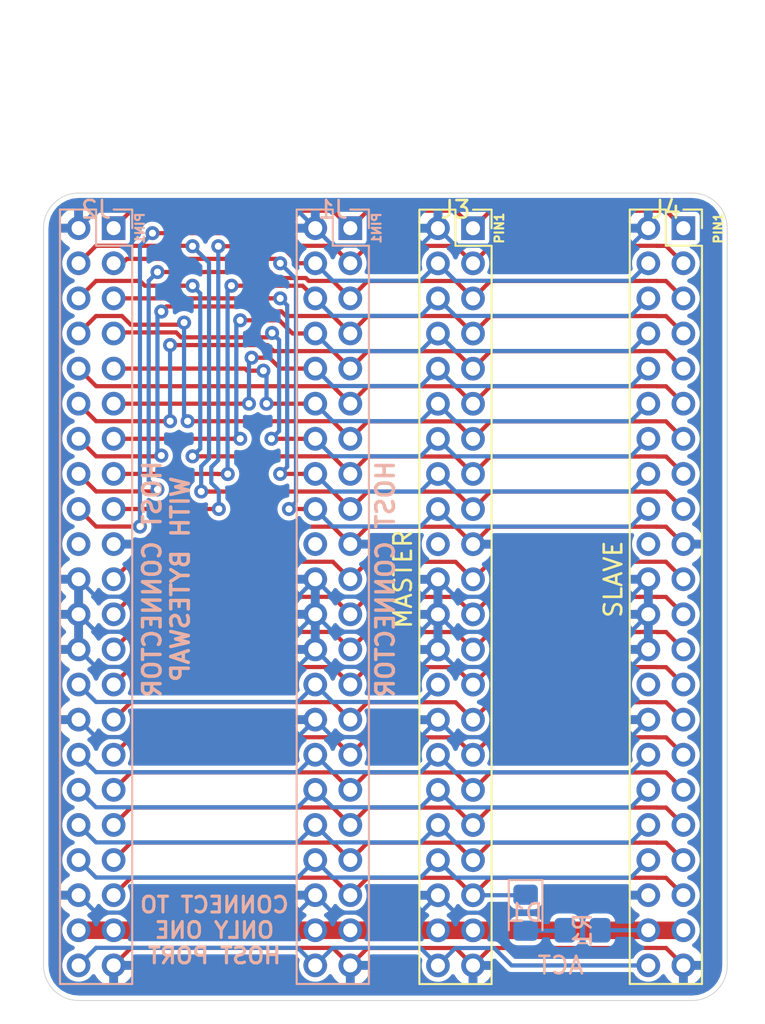
<source format=kicad_pcb>
(kicad_pcb (version 20171130) (host pcbnew 5.1.9+dfsg1-1+deb11u1)

  (general
    (thickness 1.6)
    (drawings 20)
    (tracks 570)
    (zones 0)
    (modules 6)
    (nets 38)
  )

  (page A4)
  (title_block
    (title "Falcon IDE splitter")
    (date 2023-01-17)
    (rev 1)
    (company "Copyright 2023 D Henderson")
  )

  (layers
    (0 F.Cu signal)
    (31 B.Cu signal)
    (32 B.Adhes user)
    (33 F.Adhes user)
    (34 B.Paste user)
    (35 F.Paste user)
    (36 B.SilkS user)
    (37 F.SilkS user)
    (38 B.Mask user)
    (39 F.Mask user)
    (40 Dwgs.User user)
    (41 Cmts.User user)
    (42 Eco1.User user)
    (43 Eco2.User user)
    (44 Edge.Cuts user)
    (45 Margin user)
    (46 B.CrtYd user)
    (47 F.CrtYd user)
    (48 B.Fab user)
    (49 F.Fab user)
  )

  (setup
    (last_trace_width 0.24)
    (user_trace_width 1)
    (trace_clearance 0.2)
    (zone_clearance 0.254)
    (zone_45_only no)
    (trace_min 0.2)
    (via_size 0.8)
    (via_drill 0.4)
    (via_min_size 0.4)
    (via_min_drill 0.3)
    (uvia_size 0.3)
    (uvia_drill 0.1)
    (uvias_allowed no)
    (uvia_min_size 0.2)
    (uvia_min_drill 0.1)
    (edge_width 0.05)
    (segment_width 0.2)
    (pcb_text_width 0.3)
    (pcb_text_size 1.5 1.5)
    (mod_edge_width 0.12)
    (mod_text_size 1 1)
    (mod_text_width 0.15)
    (pad_size 1.524 1.524)
    (pad_drill 0.762)
    (pad_to_mask_clearance 0)
    (aux_axis_origin 0 0)
    (visible_elements FFFFFF7F)
    (pcbplotparams
      (layerselection 0x010f0_ffffffff)
      (usegerberextensions false)
      (usegerberattributes true)
      (usegerberadvancedattributes true)
      (creategerberjobfile true)
      (excludeedgelayer true)
      (linewidth 0.100000)
      (plotframeref false)
      (viasonmask true)
      (mode 1)
      (useauxorigin false)
      (hpglpennumber 1)
      (hpglpenspeed 20)
      (hpglpendiameter 15.000000)
      (psnegative false)
      (psa4output false)
      (plotreference true)
      (plotvalue true)
      (plotinvisibletext false)
      (padsonsilk false)
      (subtractmaskfromsilk false)
      (outputformat 1)
      (mirror false)
      (drillshape 0)
      (scaleselection 1)
      (outputdirectory "falcon_ide_r1"))
  )

  (net 0 "")
  (net 1 "Net-(D1-Pad2)")
  (net 2 /~LED)
  (net 3 /~TYPE)
  (net 4 GND)
  (net 5 +5V)
  (net 6 /~CS1)
  (net 7 /~CS0)
  (net 8 /DA2)
  (net 9 /DA0)
  (net 10 /PDIAG)
  (net 11 /DA1)
  (net 12 /~IOCS16)
  (net 13 /INTRQ)
  (net 14 /~DMACK)
  (net 15 /CSEL)
  (net 16 /IORDY)
  (net 17 /~DIOR)
  (net 18 /~DIOW)
  (net 19 /DMARQ)
  (net 20 /DD15)
  (net 21 /DD0)
  (net 22 /DD14)
  (net 23 /DD1)
  (net 24 /DD13)
  (net 25 /DD2)
  (net 26 /DD12)
  (net 27 /DD3)
  (net 28 /DD11)
  (net 29 /DD4)
  (net 30 /DD10)
  (net 31 /DD5)
  (net 32 /DD9)
  (net 33 /DD6)
  (net 34 /DD8)
  (net 35 /DD7)
  (net 36 /~RESET)
  (net 37 "Net-(J4-Pad28)")

  (net_class Default "This is the default net class."
    (clearance 0.2)
    (trace_width 0.24)
    (via_dia 0.8)
    (via_drill 0.4)
    (uvia_dia 0.3)
    (uvia_drill 0.1)
    (add_net +5V)
    (add_net /CSEL)
    (add_net /DA0)
    (add_net /DA1)
    (add_net /DA2)
    (add_net /DD0)
    (add_net /DD1)
    (add_net /DD10)
    (add_net /DD11)
    (add_net /DD12)
    (add_net /DD13)
    (add_net /DD14)
    (add_net /DD15)
    (add_net /DD2)
    (add_net /DD3)
    (add_net /DD4)
    (add_net /DD5)
    (add_net /DD6)
    (add_net /DD7)
    (add_net /DD8)
    (add_net /DD9)
    (add_net /DMARQ)
    (add_net /INTRQ)
    (add_net /IORDY)
    (add_net /PDIAG)
    (add_net /~CS0)
    (add_net /~CS1)
    (add_net /~DIOR)
    (add_net /~DIOW)
    (add_net /~DMACK)
    (add_net /~IOCS16)
    (add_net /~LED)
    (add_net /~RESET)
    (add_net /~TYPE)
    (add_net GND)
    (add_net "Net-(D1-Pad2)")
    (add_net "Net-(J4-Pad28)")
  )

  (module Connector_PinHeader_2.00mm:PinHeader_2x22_P2.00mm_Vertical (layer B.Cu) (tedit 59FED667) (tstamp 63C70A7E)
    (at 136 78 180)
    (descr "Through hole straight pin header, 2x22, 2.00mm pitch, double rows")
    (tags "Through hole pin header THT 2x22 2.00mm double row")
    (path /63C69696)
    (fp_text reference J1 (at 1 1.06) (layer B.SilkS)
      (effects (font (size 1 1) (thickness 0.15)) (justify mirror))
    )
    (fp_text value PATA-44_Host (at 1 -44.06) (layer B.Fab)
      (effects (font (size 1 1) (thickness 0.15)) (justify mirror))
    )
    (fp_line (start 0 1) (end 3 1) (layer B.Fab) (width 0.1))
    (fp_line (start 3 1) (end 3 -43) (layer B.Fab) (width 0.1))
    (fp_line (start 3 -43) (end -1 -43) (layer B.Fab) (width 0.1))
    (fp_line (start -1 -43) (end -1 0) (layer B.Fab) (width 0.1))
    (fp_line (start -1 0) (end 0 1) (layer B.Fab) (width 0.1))
    (fp_line (start -1.06 -43.06) (end 3.06 -43.06) (layer B.SilkS) (width 0.12))
    (fp_line (start -1.06 -1) (end -1.06 -43.06) (layer B.SilkS) (width 0.12))
    (fp_line (start 3.06 1.06) (end 3.06 -43.06) (layer B.SilkS) (width 0.12))
    (fp_line (start -1.06 -1) (end 1 -1) (layer B.SilkS) (width 0.12))
    (fp_line (start 1 -1) (end 1 1.06) (layer B.SilkS) (width 0.12))
    (fp_line (start 1 1.06) (end 3.06 1.06) (layer B.SilkS) (width 0.12))
    (fp_line (start -1.06 0) (end -1.06 1.06) (layer B.SilkS) (width 0.12))
    (fp_line (start -1.06 1.06) (end 0 1.06) (layer B.SilkS) (width 0.12))
    (fp_line (start -1.5 1.5) (end -1.5 -43.5) (layer B.CrtYd) (width 0.05))
    (fp_line (start -1.5 -43.5) (end 3.5 -43.5) (layer B.CrtYd) (width 0.05))
    (fp_line (start 3.5 -43.5) (end 3.5 1.5) (layer B.CrtYd) (width 0.05))
    (fp_line (start 3.5 1.5) (end -1.5 1.5) (layer B.CrtYd) (width 0.05))
    (fp_text user %R (at 1 -21 270) (layer B.Fab)
      (effects (font (size 1 1) (thickness 0.15)) (justify mirror))
    )
    (pad 44 thru_hole oval (at 2 -42 180) (size 1.35 1.35) (drill 0.8) (layers *.Cu *.Mask)
      (net 3 /~TYPE))
    (pad 43 thru_hole oval (at 0 -42 180) (size 1.35 1.35) (drill 0.8) (layers *.Cu *.Mask)
      (net 4 GND))
    (pad 42 thru_hole oval (at 2 -40 180) (size 1.35 1.35) (drill 0.8) (layers *.Cu *.Mask)
      (net 5 +5V))
    (pad 41 thru_hole oval (at 0 -40 180) (size 1.35 1.35) (drill 0.8) (layers *.Cu *.Mask)
      (net 5 +5V))
    (pad 40 thru_hole oval (at 2 -38 180) (size 1.35 1.35) (drill 0.8) (layers *.Cu *.Mask)
      (net 4 GND))
    (pad 39 thru_hole oval (at 0 -38 180) (size 1.35 1.35) (drill 0.8) (layers *.Cu *.Mask)
      (net 2 /~LED))
    (pad 38 thru_hole oval (at 2 -36 180) (size 1.35 1.35) (drill 0.8) (layers *.Cu *.Mask)
      (net 6 /~CS1))
    (pad 37 thru_hole oval (at 0 -36 180) (size 1.35 1.35) (drill 0.8) (layers *.Cu *.Mask)
      (net 7 /~CS0))
    (pad 36 thru_hole oval (at 2 -34 180) (size 1.35 1.35) (drill 0.8) (layers *.Cu *.Mask)
      (net 8 /DA2))
    (pad 35 thru_hole oval (at 0 -34 180) (size 1.35 1.35) (drill 0.8) (layers *.Cu *.Mask)
      (net 9 /DA0))
    (pad 34 thru_hole oval (at 2 -32 180) (size 1.35 1.35) (drill 0.8) (layers *.Cu *.Mask)
      (net 10 /PDIAG))
    (pad 33 thru_hole oval (at 0 -32 180) (size 1.35 1.35) (drill 0.8) (layers *.Cu *.Mask)
      (net 11 /DA1))
    (pad 32 thru_hole oval (at 2 -30 180) (size 1.35 1.35) (drill 0.8) (layers *.Cu *.Mask)
      (net 12 /~IOCS16))
    (pad 31 thru_hole oval (at 0 -30 180) (size 1.35 1.35) (drill 0.8) (layers *.Cu *.Mask)
      (net 13 /INTRQ))
    (pad 30 thru_hole oval (at 2 -28 180) (size 1.35 1.35) (drill 0.8) (layers *.Cu *.Mask)
      (net 4 GND))
    (pad 29 thru_hole oval (at 0 -28 180) (size 1.35 1.35) (drill 0.8) (layers *.Cu *.Mask)
      (net 14 /~DMACK))
    (pad 28 thru_hole oval (at 2 -26 180) (size 1.35 1.35) (drill 0.8) (layers *.Cu *.Mask)
      (net 15 /CSEL))
    (pad 27 thru_hole oval (at 0 -26 180) (size 1.35 1.35) (drill 0.8) (layers *.Cu *.Mask)
      (net 16 /IORDY))
    (pad 26 thru_hole oval (at 2 -24 180) (size 1.35 1.35) (drill 0.8) (layers *.Cu *.Mask)
      (net 4 GND))
    (pad 25 thru_hole oval (at 0 -24 180) (size 1.35 1.35) (drill 0.8) (layers *.Cu *.Mask)
      (net 17 /~DIOR))
    (pad 24 thru_hole oval (at 2 -22 180) (size 1.35 1.35) (drill 0.8) (layers *.Cu *.Mask)
      (net 4 GND))
    (pad 23 thru_hole oval (at 0 -22 180) (size 1.35 1.35) (drill 0.8) (layers *.Cu *.Mask)
      (net 18 /~DIOW))
    (pad 22 thru_hole oval (at 2 -20 180) (size 1.35 1.35) (drill 0.8) (layers *.Cu *.Mask)
      (net 4 GND))
    (pad 21 thru_hole oval (at 0 -20 180) (size 1.35 1.35) (drill 0.8) (layers *.Cu *.Mask)
      (net 19 /DMARQ))
    (pad 20 thru_hole oval (at 2 -18 180) (size 1.35 1.35) (drill 0.8) (layers *.Cu *.Mask))
    (pad 19 thru_hole oval (at 0 -18 180) (size 1.35 1.35) (drill 0.8) (layers *.Cu *.Mask)
      (net 4 GND))
    (pad 18 thru_hole oval (at 2 -16 180) (size 1.35 1.35) (drill 0.8) (layers *.Cu *.Mask)
      (net 20 /DD15))
    (pad 17 thru_hole oval (at 0 -16 180) (size 1.35 1.35) (drill 0.8) (layers *.Cu *.Mask)
      (net 21 /DD0))
    (pad 16 thru_hole oval (at 2 -14 180) (size 1.35 1.35) (drill 0.8) (layers *.Cu *.Mask)
      (net 22 /DD14))
    (pad 15 thru_hole oval (at 0 -14 180) (size 1.35 1.35) (drill 0.8) (layers *.Cu *.Mask)
      (net 23 /DD1))
    (pad 14 thru_hole oval (at 2 -12 180) (size 1.35 1.35) (drill 0.8) (layers *.Cu *.Mask)
      (net 24 /DD13))
    (pad 13 thru_hole oval (at 0 -12 180) (size 1.35 1.35) (drill 0.8) (layers *.Cu *.Mask)
      (net 25 /DD2))
    (pad 12 thru_hole oval (at 2 -10 180) (size 1.35 1.35) (drill 0.8) (layers *.Cu *.Mask)
      (net 26 /DD12))
    (pad 11 thru_hole oval (at 0 -10 180) (size 1.35 1.35) (drill 0.8) (layers *.Cu *.Mask)
      (net 27 /DD3))
    (pad 10 thru_hole oval (at 2 -8 180) (size 1.35 1.35) (drill 0.8) (layers *.Cu *.Mask)
      (net 28 /DD11))
    (pad 9 thru_hole oval (at 0 -8 180) (size 1.35 1.35) (drill 0.8) (layers *.Cu *.Mask)
      (net 29 /DD4))
    (pad 8 thru_hole oval (at 2 -6 180) (size 1.35 1.35) (drill 0.8) (layers *.Cu *.Mask)
      (net 30 /DD10))
    (pad 7 thru_hole oval (at 0 -6 180) (size 1.35 1.35) (drill 0.8) (layers *.Cu *.Mask)
      (net 31 /DD5))
    (pad 6 thru_hole oval (at 2 -4 180) (size 1.35 1.35) (drill 0.8) (layers *.Cu *.Mask)
      (net 32 /DD9))
    (pad 5 thru_hole oval (at 0 -4 180) (size 1.35 1.35) (drill 0.8) (layers *.Cu *.Mask)
      (net 33 /DD6))
    (pad 4 thru_hole oval (at 2 -2 180) (size 1.35 1.35) (drill 0.8) (layers *.Cu *.Mask)
      (net 34 /DD8))
    (pad 3 thru_hole oval (at 0 -2 180) (size 1.35 1.35) (drill 0.8) (layers *.Cu *.Mask)
      (net 35 /DD7))
    (pad 2 thru_hole oval (at 2 0 180) (size 1.35 1.35) (drill 0.8) (layers *.Cu *.Mask)
      (net 4 GND))
    (pad 1 thru_hole rect (at 0 0 180) (size 1.35 1.35) (drill 0.8) (layers *.Cu *.Mask)
      (net 36 /~RESET))
    (model ${KISYS3DMOD}/Connector_PinHeader_2.00mm.3dshapes/PinHeader_2x22_P2.00mm_Vertical.wrl
      (at (xyz 0 0 0))
      (scale (xyz 1 1 1))
      (rotate (xyz 0 0 0))
    )
  )

  (module Connector_PinHeader_2.00mm:PinHeader_2x22_P2.00mm_Vertical (layer B.Cu) (tedit 59FED667) (tstamp 63C7CAD5)
    (at 122.5 78 180)
    (descr "Through hole straight pin header, 2x22, 2.00mm pitch, double rows")
    (tags "Through hole pin header THT 2x22 2.00mm double row")
    (path /63F34B70)
    (fp_text reference J2 (at 1 1.06) (layer B.SilkS)
      (effects (font (size 1 1) (thickness 0.15)) (justify mirror))
    )
    (fp_text value PATA-44_Host (at 1 -44.06) (layer B.Fab)
      (effects (font (size 1 1) (thickness 0.15)) (justify mirror))
    )
    (fp_line (start 3.5 1.5) (end -1.5 1.5) (layer B.CrtYd) (width 0.05))
    (fp_line (start 3.5 -43.5) (end 3.5 1.5) (layer B.CrtYd) (width 0.05))
    (fp_line (start -1.5 -43.5) (end 3.5 -43.5) (layer B.CrtYd) (width 0.05))
    (fp_line (start -1.5 1.5) (end -1.5 -43.5) (layer B.CrtYd) (width 0.05))
    (fp_line (start -1.06 1.06) (end 0 1.06) (layer B.SilkS) (width 0.12))
    (fp_line (start -1.06 0) (end -1.06 1.06) (layer B.SilkS) (width 0.12))
    (fp_line (start 1 1.06) (end 3.06 1.06) (layer B.SilkS) (width 0.12))
    (fp_line (start 1 -1) (end 1 1.06) (layer B.SilkS) (width 0.12))
    (fp_line (start -1.06 -1) (end 1 -1) (layer B.SilkS) (width 0.12))
    (fp_line (start 3.06 1.06) (end 3.06 -43.06) (layer B.SilkS) (width 0.12))
    (fp_line (start -1.06 -1) (end -1.06 -43.06) (layer B.SilkS) (width 0.12))
    (fp_line (start -1.06 -43.06) (end 3.06 -43.06) (layer B.SilkS) (width 0.12))
    (fp_line (start -1 0) (end 0 1) (layer B.Fab) (width 0.1))
    (fp_line (start -1 -43) (end -1 0) (layer B.Fab) (width 0.1))
    (fp_line (start 3 -43) (end -1 -43) (layer B.Fab) (width 0.1))
    (fp_line (start 3 1) (end 3 -43) (layer B.Fab) (width 0.1))
    (fp_line (start 0 1) (end 3 1) (layer B.Fab) (width 0.1))
    (fp_text user %R (at 1 -21 270) (layer B.Fab)
      (effects (font (size 1 1) (thickness 0.15)) (justify mirror))
    )
    (pad 44 thru_hole oval (at 2 -42 180) (size 1.35 1.35) (drill 0.8) (layers *.Cu *.Mask)
      (net 3 /~TYPE))
    (pad 43 thru_hole oval (at 0 -42 180) (size 1.35 1.35) (drill 0.8) (layers *.Cu *.Mask)
      (net 4 GND))
    (pad 42 thru_hole oval (at 2 -40 180) (size 1.35 1.35) (drill 0.8) (layers *.Cu *.Mask)
      (net 5 +5V))
    (pad 41 thru_hole oval (at 0 -40 180) (size 1.35 1.35) (drill 0.8) (layers *.Cu *.Mask)
      (net 5 +5V))
    (pad 40 thru_hole oval (at 2 -38 180) (size 1.35 1.35) (drill 0.8) (layers *.Cu *.Mask)
      (net 4 GND))
    (pad 39 thru_hole oval (at 0 -38 180) (size 1.35 1.35) (drill 0.8) (layers *.Cu *.Mask)
      (net 2 /~LED))
    (pad 38 thru_hole oval (at 2 -36 180) (size 1.35 1.35) (drill 0.8) (layers *.Cu *.Mask)
      (net 6 /~CS1))
    (pad 37 thru_hole oval (at 0 -36 180) (size 1.35 1.35) (drill 0.8) (layers *.Cu *.Mask)
      (net 7 /~CS0))
    (pad 36 thru_hole oval (at 2 -34 180) (size 1.35 1.35) (drill 0.8) (layers *.Cu *.Mask)
      (net 8 /DA2))
    (pad 35 thru_hole oval (at 0 -34 180) (size 1.35 1.35) (drill 0.8) (layers *.Cu *.Mask)
      (net 9 /DA0))
    (pad 34 thru_hole oval (at 2 -32 180) (size 1.35 1.35) (drill 0.8) (layers *.Cu *.Mask)
      (net 10 /PDIAG))
    (pad 33 thru_hole oval (at 0 -32 180) (size 1.35 1.35) (drill 0.8) (layers *.Cu *.Mask)
      (net 11 /DA1))
    (pad 32 thru_hole oval (at 2 -30 180) (size 1.35 1.35) (drill 0.8) (layers *.Cu *.Mask)
      (net 12 /~IOCS16))
    (pad 31 thru_hole oval (at 0 -30 180) (size 1.35 1.35) (drill 0.8) (layers *.Cu *.Mask)
      (net 13 /INTRQ))
    (pad 30 thru_hole oval (at 2 -28 180) (size 1.35 1.35) (drill 0.8) (layers *.Cu *.Mask)
      (net 4 GND))
    (pad 29 thru_hole oval (at 0 -28 180) (size 1.35 1.35) (drill 0.8) (layers *.Cu *.Mask)
      (net 14 /~DMACK))
    (pad 28 thru_hole oval (at 2 -26 180) (size 1.35 1.35) (drill 0.8) (layers *.Cu *.Mask)
      (net 15 /CSEL))
    (pad 27 thru_hole oval (at 0 -26 180) (size 1.35 1.35) (drill 0.8) (layers *.Cu *.Mask)
      (net 16 /IORDY))
    (pad 26 thru_hole oval (at 2 -24 180) (size 1.35 1.35) (drill 0.8) (layers *.Cu *.Mask)
      (net 4 GND))
    (pad 25 thru_hole oval (at 0 -24 180) (size 1.35 1.35) (drill 0.8) (layers *.Cu *.Mask)
      (net 17 /~DIOR))
    (pad 24 thru_hole oval (at 2 -22 180) (size 1.35 1.35) (drill 0.8) (layers *.Cu *.Mask)
      (net 4 GND))
    (pad 23 thru_hole oval (at 0 -22 180) (size 1.35 1.35) (drill 0.8) (layers *.Cu *.Mask)
      (net 18 /~DIOW))
    (pad 22 thru_hole oval (at 2 -20 180) (size 1.35 1.35) (drill 0.8) (layers *.Cu *.Mask)
      (net 4 GND))
    (pad 21 thru_hole oval (at 0 -20 180) (size 1.35 1.35) (drill 0.8) (layers *.Cu *.Mask)
      (net 19 /DMARQ))
    (pad 20 thru_hole oval (at 2 -18 180) (size 1.35 1.35) (drill 0.8) (layers *.Cu *.Mask))
    (pad 19 thru_hole oval (at 0 -18 180) (size 1.35 1.35) (drill 0.8) (layers *.Cu *.Mask)
      (net 4 GND))
    (pad 18 thru_hole oval (at 2 -16 180) (size 1.35 1.35) (drill 0.8) (layers *.Cu *.Mask)
      (net 35 /DD7))
    (pad 17 thru_hole oval (at 0 -16 180) (size 1.35 1.35) (drill 0.8) (layers *.Cu *.Mask)
      (net 34 /DD8))
    (pad 16 thru_hole oval (at 2 -14 180) (size 1.35 1.35) (drill 0.8) (layers *.Cu *.Mask)
      (net 33 /DD6))
    (pad 15 thru_hole oval (at 0 -14 180) (size 1.35 1.35) (drill 0.8) (layers *.Cu *.Mask)
      (net 32 /DD9))
    (pad 14 thru_hole oval (at 2 -12 180) (size 1.35 1.35) (drill 0.8) (layers *.Cu *.Mask)
      (net 31 /DD5))
    (pad 13 thru_hole oval (at 0 -12 180) (size 1.35 1.35) (drill 0.8) (layers *.Cu *.Mask)
      (net 30 /DD10))
    (pad 12 thru_hole oval (at 2 -10 180) (size 1.35 1.35) (drill 0.8) (layers *.Cu *.Mask)
      (net 29 /DD4))
    (pad 11 thru_hole oval (at 0 -10 180) (size 1.35 1.35) (drill 0.8) (layers *.Cu *.Mask)
      (net 28 /DD11))
    (pad 10 thru_hole oval (at 2 -8 180) (size 1.35 1.35) (drill 0.8) (layers *.Cu *.Mask)
      (net 27 /DD3))
    (pad 9 thru_hole oval (at 0 -8 180) (size 1.35 1.35) (drill 0.8) (layers *.Cu *.Mask)
      (net 26 /DD12))
    (pad 8 thru_hole oval (at 2 -6 180) (size 1.35 1.35) (drill 0.8) (layers *.Cu *.Mask)
      (net 25 /DD2))
    (pad 7 thru_hole oval (at 0 -6 180) (size 1.35 1.35) (drill 0.8) (layers *.Cu *.Mask)
      (net 24 /DD13))
    (pad 6 thru_hole oval (at 2 -4 180) (size 1.35 1.35) (drill 0.8) (layers *.Cu *.Mask)
      (net 23 /DD1))
    (pad 5 thru_hole oval (at 0 -4 180) (size 1.35 1.35) (drill 0.8) (layers *.Cu *.Mask)
      (net 22 /DD14))
    (pad 4 thru_hole oval (at 2 -2 180) (size 1.35 1.35) (drill 0.8) (layers *.Cu *.Mask)
      (net 21 /DD0))
    (pad 3 thru_hole oval (at 0 -2 180) (size 1.35 1.35) (drill 0.8) (layers *.Cu *.Mask)
      (net 20 /DD15))
    (pad 2 thru_hole oval (at 2 0 180) (size 1.35 1.35) (drill 0.8) (layers *.Cu *.Mask)
      (net 4 GND))
    (pad 1 thru_hole rect (at 0 0 180) (size 1.35 1.35) (drill 0.8) (layers *.Cu *.Mask)
      (net 36 /~RESET))
    (model ${KISYS3DMOD}/Connector_PinHeader_2.00mm.3dshapes/PinHeader_2x22_P2.00mm_Vertical.wrl
      (at (xyz 0 0 0))
      (scale (xyz 1 1 1))
      (rotate (xyz 0 0 0))
    )
  )

  (module Resistor_SMD:R_0805_2012Metric_Pad1.20x1.40mm_HandSolder (layer B.Cu) (tedit 5F68FEEE) (tstamp 63C70B13)
    (at 149.25 118)
    (descr "Resistor SMD 0805 (2012 Metric), square (rectangular) end terminal, IPC_7351 nominal with elongated pad for handsoldering. (Body size source: IPC-SM-782 page 72, https://www.pcb-3d.com/wordpress/wp-content/uploads/ipc-sm-782a_amendment_1_and_2.pdf), generated with kicad-footprint-generator")
    (tags "resistor handsolder")
    (path /63E52B4A)
    (attr smd)
    (fp_text reference R1 (at 0 0 90) (layer B.SilkS)
      (effects (font (size 1 1) (thickness 0.15)) (justify mirror))
    )
    (fp_text value 1k (at 0 2) (layer B.Fab)
      (effects (font (size 1 1) (thickness 0.15)) (justify mirror))
    )
    (fp_line (start -1 -0.625) (end -1 0.625) (layer B.Fab) (width 0.1))
    (fp_line (start -1 0.625) (end 1 0.625) (layer B.Fab) (width 0.1))
    (fp_line (start 1 0.625) (end 1 -0.625) (layer B.Fab) (width 0.1))
    (fp_line (start 1 -0.625) (end -1 -0.625) (layer B.Fab) (width 0.1))
    (fp_line (start -0.227064 0.735) (end 0.227064 0.735) (layer B.SilkS) (width 0.12))
    (fp_line (start -0.227064 -0.735) (end 0.227064 -0.735) (layer B.SilkS) (width 0.12))
    (fp_line (start -1.85 -0.95) (end -1.85 0.95) (layer B.CrtYd) (width 0.05))
    (fp_line (start -1.85 0.95) (end 1.85 0.95) (layer B.CrtYd) (width 0.05))
    (fp_line (start 1.85 0.95) (end 1.85 -0.95) (layer B.CrtYd) (width 0.05))
    (fp_line (start 1.85 -0.95) (end -1.85 -0.95) (layer B.CrtYd) (width 0.05))
    (fp_text user %R (at 0 0) (layer B.Fab)
      (effects (font (size 0.5 0.5) (thickness 0.08)) (justify mirror))
    )
    (pad 2 smd roundrect (at 1 0) (size 1.2 1.4) (layers B.Cu B.Paste B.Mask) (roundrect_rratio 0.2083325)
      (net 5 +5V))
    (pad 1 smd roundrect (at -1 0) (size 1.2 1.4) (layers B.Cu B.Paste B.Mask) (roundrect_rratio 0.2083325)
      (net 1 "Net-(D1-Pad2)"))
    (model ${KISYS3DMOD}/Resistor_SMD.3dshapes/R_0805_2012Metric.wrl
      (at (xyz 0 0 0))
      (scale (xyz 1 1 1))
      (rotate (xyz 0 0 0))
    )
  )

  (module Connector_PinSocket_2.00mm:PinSocket_2x22_P2.00mm_Vertical (layer F.Cu) (tedit 5A19A42F) (tstamp 63C70B02)
    (at 155 78)
    (descr "Through hole straight socket strip, 2x22, 2.00mm pitch, double cols (from Kicad 4.0.7), script generated")
    (tags "Through hole socket strip THT 2x22 2.00mm double row")
    (path /63C6D0B5)
    (fp_text reference J4 (at -1 -1.06) (layer F.SilkS)
      (effects (font (size 1 1) (thickness 0.15)))
    )
    (fp_text value PATA-44_Drive (at -1 44.5) (layer F.Fab)
      (effects (font (size 1 1) (thickness 0.15)))
    )
    (fp_line (start -3 -1) (end 0 -1) (layer F.Fab) (width 0.1))
    (fp_line (start 0 -1) (end 1 0) (layer F.Fab) (width 0.1))
    (fp_line (start 1 0) (end 1 43) (layer F.Fab) (width 0.1))
    (fp_line (start 1 43) (end -3 43) (layer F.Fab) (width 0.1))
    (fp_line (start -3 43) (end -3 -1) (layer F.Fab) (width 0.1))
    (fp_line (start -3.06 -1.06) (end -1 -1.06) (layer F.SilkS) (width 0.12))
    (fp_line (start -3.06 -1.06) (end -3.06 43.06) (layer F.SilkS) (width 0.12))
    (fp_line (start -3.06 43.06) (end 1.06 43.06) (layer F.SilkS) (width 0.12))
    (fp_line (start 1.06 1) (end 1.06 43.06) (layer F.SilkS) (width 0.12))
    (fp_line (start -1 1) (end 1.06 1) (layer F.SilkS) (width 0.12))
    (fp_line (start -1 -1.06) (end -1 1) (layer F.SilkS) (width 0.12))
    (fp_line (start 1.06 -1.06) (end 1.06 0) (layer F.SilkS) (width 0.12))
    (fp_line (start 0 -1.06) (end 1.06 -1.06) (layer F.SilkS) (width 0.12))
    (fp_line (start -3.5 -1.5) (end 1.5 -1.5) (layer F.CrtYd) (width 0.05))
    (fp_line (start 1.5 -1.5) (end 1.5 43.5) (layer F.CrtYd) (width 0.05))
    (fp_line (start 1.5 43.5) (end -3.5 43.5) (layer F.CrtYd) (width 0.05))
    (fp_line (start -3.5 43.5) (end -3.5 -1.5) (layer F.CrtYd) (width 0.05))
    (fp_text user %R (at -1 21 90) (layer F.Fab)
      (effects (font (size 1 1) (thickness 0.15)))
    )
    (pad 44 thru_hole oval (at -2 42) (size 1.35 1.35) (drill 0.8) (layers *.Cu *.Mask)
      (net 3 /~TYPE))
    (pad 43 thru_hole oval (at 0 42) (size 1.35 1.35) (drill 0.8) (layers *.Cu *.Mask)
      (net 4 GND))
    (pad 42 thru_hole oval (at -2 40) (size 1.35 1.35) (drill 0.8) (layers *.Cu *.Mask)
      (net 5 +5V))
    (pad 41 thru_hole oval (at 0 40) (size 1.35 1.35) (drill 0.8) (layers *.Cu *.Mask)
      (net 5 +5V))
    (pad 40 thru_hole oval (at -2 38) (size 1.35 1.35) (drill 0.8) (layers *.Cu *.Mask)
      (net 4 GND))
    (pad 39 thru_hole oval (at 0 38) (size 1.35 1.35) (drill 0.8) (layers *.Cu *.Mask)
      (net 2 /~LED))
    (pad 38 thru_hole oval (at -2 36) (size 1.35 1.35) (drill 0.8) (layers *.Cu *.Mask)
      (net 6 /~CS1))
    (pad 37 thru_hole oval (at 0 36) (size 1.35 1.35) (drill 0.8) (layers *.Cu *.Mask)
      (net 7 /~CS0))
    (pad 36 thru_hole oval (at -2 34) (size 1.35 1.35) (drill 0.8) (layers *.Cu *.Mask)
      (net 8 /DA2))
    (pad 35 thru_hole oval (at 0 34) (size 1.35 1.35) (drill 0.8) (layers *.Cu *.Mask)
      (net 9 /DA0))
    (pad 34 thru_hole oval (at -2 32) (size 1.35 1.35) (drill 0.8) (layers *.Cu *.Mask)
      (net 10 /PDIAG))
    (pad 33 thru_hole oval (at 0 32) (size 1.35 1.35) (drill 0.8) (layers *.Cu *.Mask)
      (net 11 /DA1))
    (pad 32 thru_hole oval (at -2 30) (size 1.35 1.35) (drill 0.8) (layers *.Cu *.Mask)
      (net 12 /~IOCS16))
    (pad 31 thru_hole oval (at 0 30) (size 1.35 1.35) (drill 0.8) (layers *.Cu *.Mask)
      (net 13 /INTRQ))
    (pad 30 thru_hole oval (at -2 28) (size 1.35 1.35) (drill 0.8) (layers *.Cu *.Mask)
      (net 4 GND))
    (pad 29 thru_hole oval (at 0 28) (size 1.35 1.35) (drill 0.8) (layers *.Cu *.Mask)
      (net 14 /~DMACK))
    (pad 28 thru_hole oval (at -2 26) (size 1.35 1.35) (drill 0.8) (layers *.Cu *.Mask)
      (net 37 "Net-(J4-Pad28)"))
    (pad 27 thru_hole oval (at 0 26) (size 1.35 1.35) (drill 0.8) (layers *.Cu *.Mask)
      (net 16 /IORDY))
    (pad 26 thru_hole oval (at -2 24) (size 1.35 1.35) (drill 0.8) (layers *.Cu *.Mask)
      (net 4 GND))
    (pad 25 thru_hole oval (at 0 24) (size 1.35 1.35) (drill 0.8) (layers *.Cu *.Mask)
      (net 17 /~DIOR))
    (pad 24 thru_hole oval (at -2 22) (size 1.35 1.35) (drill 0.8) (layers *.Cu *.Mask)
      (net 4 GND))
    (pad 23 thru_hole oval (at 0 22) (size 1.35 1.35) (drill 0.8) (layers *.Cu *.Mask)
      (net 18 /~DIOW))
    (pad 22 thru_hole oval (at -2 20) (size 1.35 1.35) (drill 0.8) (layers *.Cu *.Mask)
      (net 4 GND))
    (pad 21 thru_hole oval (at 0 20) (size 1.35 1.35) (drill 0.8) (layers *.Cu *.Mask)
      (net 19 /DMARQ))
    (pad 20 thru_hole oval (at -2 18) (size 1.35 1.35) (drill 0.8) (layers *.Cu *.Mask))
    (pad 19 thru_hole oval (at 0 18) (size 1.35 1.35) (drill 0.8) (layers *.Cu *.Mask)
      (net 4 GND))
    (pad 18 thru_hole oval (at -2 16) (size 1.35 1.35) (drill 0.8) (layers *.Cu *.Mask)
      (net 20 /DD15))
    (pad 17 thru_hole oval (at 0 16) (size 1.35 1.35) (drill 0.8) (layers *.Cu *.Mask)
      (net 21 /DD0))
    (pad 16 thru_hole oval (at -2 14) (size 1.35 1.35) (drill 0.8) (layers *.Cu *.Mask)
      (net 22 /DD14))
    (pad 15 thru_hole oval (at 0 14) (size 1.35 1.35) (drill 0.8) (layers *.Cu *.Mask)
      (net 23 /DD1))
    (pad 14 thru_hole oval (at -2 12) (size 1.35 1.35) (drill 0.8) (layers *.Cu *.Mask)
      (net 24 /DD13))
    (pad 13 thru_hole oval (at 0 12) (size 1.35 1.35) (drill 0.8) (layers *.Cu *.Mask)
      (net 25 /DD2))
    (pad 12 thru_hole oval (at -2 10) (size 1.35 1.35) (drill 0.8) (layers *.Cu *.Mask)
      (net 26 /DD12))
    (pad 11 thru_hole oval (at 0 10) (size 1.35 1.35) (drill 0.8) (layers *.Cu *.Mask)
      (net 27 /DD3))
    (pad 10 thru_hole oval (at -2 8) (size 1.35 1.35) (drill 0.8) (layers *.Cu *.Mask)
      (net 28 /DD11))
    (pad 9 thru_hole oval (at 0 8) (size 1.35 1.35) (drill 0.8) (layers *.Cu *.Mask)
      (net 29 /DD4))
    (pad 8 thru_hole oval (at -2 6) (size 1.35 1.35) (drill 0.8) (layers *.Cu *.Mask)
      (net 30 /DD10))
    (pad 7 thru_hole oval (at 0 6) (size 1.35 1.35) (drill 0.8) (layers *.Cu *.Mask)
      (net 31 /DD5))
    (pad 6 thru_hole oval (at -2 4) (size 1.35 1.35) (drill 0.8) (layers *.Cu *.Mask)
      (net 32 /DD9))
    (pad 5 thru_hole oval (at 0 4) (size 1.35 1.35) (drill 0.8) (layers *.Cu *.Mask)
      (net 33 /DD6))
    (pad 4 thru_hole oval (at -2 2) (size 1.35 1.35) (drill 0.8) (layers *.Cu *.Mask)
      (net 34 /DD8))
    (pad 3 thru_hole oval (at 0 2) (size 1.35 1.35) (drill 0.8) (layers *.Cu *.Mask)
      (net 35 /DD7))
    (pad 2 thru_hole oval (at -2 0) (size 1.35 1.35) (drill 0.8) (layers *.Cu *.Mask)
      (net 4 GND))
    (pad 1 thru_hole rect (at 0 0) (size 1.35 1.35) (drill 0.8) (layers *.Cu *.Mask)
      (net 36 /~RESET))
    (model ${KISYS3DMOD}/Connector_PinSocket_2.00mm.3dshapes/PinSocket_2x22_P2.00mm_Vertical.wrl
      (at (xyz 0 0 0))
      (scale (xyz 1 1 1))
      (rotate (xyz 0 0 0))
    )
  )

  (module Connector_PinSocket_2.00mm:PinSocket_2x22_P2.00mm_Vertical (layer F.Cu) (tedit 5A19A42F) (tstamp 63C72F80)
    (at 143 78.005)
    (descr "Through hole straight socket strip, 2x22, 2.00mm pitch, double cols (from Kicad 4.0.7), script generated")
    (tags "Through hole socket strip THT 2x22 2.00mm double row")
    (path /63C6ACEB)
    (fp_text reference J3 (at -1 -1.06) (layer F.SilkS)
      (effects (font (size 1 1) (thickness 0.15)))
    )
    (fp_text value PATA-44_Drive (at -1 44.5) (layer F.Fab)
      (effects (font (size 1 1) (thickness 0.15)))
    )
    (fp_line (start -3 -1) (end 0 -1) (layer F.Fab) (width 0.1))
    (fp_line (start 0 -1) (end 1 0) (layer F.Fab) (width 0.1))
    (fp_line (start 1 0) (end 1 43) (layer F.Fab) (width 0.1))
    (fp_line (start 1 43) (end -3 43) (layer F.Fab) (width 0.1))
    (fp_line (start -3 43) (end -3 -1) (layer F.Fab) (width 0.1))
    (fp_line (start -3.06 -1.06) (end -1 -1.06) (layer F.SilkS) (width 0.12))
    (fp_line (start -3.06 -1.06) (end -3.06 43.06) (layer F.SilkS) (width 0.12))
    (fp_line (start -3.06 43.06) (end 1.06 43.06) (layer F.SilkS) (width 0.12))
    (fp_line (start 1.06 1) (end 1.06 43.06) (layer F.SilkS) (width 0.12))
    (fp_line (start -1 1) (end 1.06 1) (layer F.SilkS) (width 0.12))
    (fp_line (start -1 -1.06) (end -1 1) (layer F.SilkS) (width 0.12))
    (fp_line (start 1.06 -1.06) (end 1.06 0) (layer F.SilkS) (width 0.12))
    (fp_line (start 0 -1.06) (end 1.06 -1.06) (layer F.SilkS) (width 0.12))
    (fp_line (start -3.5 -1.5) (end 1.5 -1.5) (layer F.CrtYd) (width 0.05))
    (fp_line (start 1.5 -1.5) (end 1.5 43.5) (layer F.CrtYd) (width 0.05))
    (fp_line (start 1.5 43.5) (end -3.5 43.5) (layer F.CrtYd) (width 0.05))
    (fp_line (start -3.5 43.5) (end -3.5 -1.5) (layer F.CrtYd) (width 0.05))
    (fp_text user %R (at -1 21 90) (layer F.Fab)
      (effects (font (size 1 1) (thickness 0.15)))
    )
    (pad 44 thru_hole oval (at -2 42) (size 1.35 1.35) (drill 0.8) (layers *.Cu *.Mask)
      (net 3 /~TYPE))
    (pad 43 thru_hole oval (at 0 42) (size 1.35 1.35) (drill 0.8) (layers *.Cu *.Mask)
      (net 4 GND))
    (pad 42 thru_hole oval (at -2 40) (size 1.35 1.35) (drill 0.8) (layers *.Cu *.Mask)
      (net 5 +5V))
    (pad 41 thru_hole oval (at 0 40) (size 1.35 1.35) (drill 0.8) (layers *.Cu *.Mask)
      (net 5 +5V))
    (pad 40 thru_hole oval (at -2 38) (size 1.35 1.35) (drill 0.8) (layers *.Cu *.Mask)
      (net 4 GND))
    (pad 39 thru_hole oval (at 0 38) (size 1.35 1.35) (drill 0.8) (layers *.Cu *.Mask)
      (net 2 /~LED))
    (pad 38 thru_hole oval (at -2 36) (size 1.35 1.35) (drill 0.8) (layers *.Cu *.Mask)
      (net 6 /~CS1))
    (pad 37 thru_hole oval (at 0 36) (size 1.35 1.35) (drill 0.8) (layers *.Cu *.Mask)
      (net 7 /~CS0))
    (pad 36 thru_hole oval (at -2 34) (size 1.35 1.35) (drill 0.8) (layers *.Cu *.Mask)
      (net 8 /DA2))
    (pad 35 thru_hole oval (at 0 34) (size 1.35 1.35) (drill 0.8) (layers *.Cu *.Mask)
      (net 9 /DA0))
    (pad 34 thru_hole oval (at -2 32) (size 1.35 1.35) (drill 0.8) (layers *.Cu *.Mask)
      (net 10 /PDIAG))
    (pad 33 thru_hole oval (at 0 32) (size 1.35 1.35) (drill 0.8) (layers *.Cu *.Mask)
      (net 11 /DA1))
    (pad 32 thru_hole oval (at -2 30) (size 1.35 1.35) (drill 0.8) (layers *.Cu *.Mask)
      (net 12 /~IOCS16))
    (pad 31 thru_hole oval (at 0 30) (size 1.35 1.35) (drill 0.8) (layers *.Cu *.Mask)
      (net 13 /INTRQ))
    (pad 30 thru_hole oval (at -2 28) (size 1.35 1.35) (drill 0.8) (layers *.Cu *.Mask)
      (net 4 GND))
    (pad 29 thru_hole oval (at 0 28) (size 1.35 1.35) (drill 0.8) (layers *.Cu *.Mask)
      (net 14 /~DMACK))
    (pad 28 thru_hole oval (at -2 26) (size 1.35 1.35) (drill 0.8) (layers *.Cu *.Mask)
      (net 15 /CSEL))
    (pad 27 thru_hole oval (at 0 26) (size 1.35 1.35) (drill 0.8) (layers *.Cu *.Mask)
      (net 16 /IORDY))
    (pad 26 thru_hole oval (at -2 24) (size 1.35 1.35) (drill 0.8) (layers *.Cu *.Mask)
      (net 4 GND))
    (pad 25 thru_hole oval (at 0 24) (size 1.35 1.35) (drill 0.8) (layers *.Cu *.Mask)
      (net 17 /~DIOR))
    (pad 24 thru_hole oval (at -2 22) (size 1.35 1.35) (drill 0.8) (layers *.Cu *.Mask)
      (net 4 GND))
    (pad 23 thru_hole oval (at 0 22) (size 1.35 1.35) (drill 0.8) (layers *.Cu *.Mask)
      (net 18 /~DIOW))
    (pad 22 thru_hole oval (at -2 20) (size 1.35 1.35) (drill 0.8) (layers *.Cu *.Mask)
      (net 4 GND))
    (pad 21 thru_hole oval (at 0 20) (size 1.35 1.35) (drill 0.8) (layers *.Cu *.Mask)
      (net 19 /DMARQ))
    (pad 20 thru_hole oval (at -2 18) (size 1.35 1.35) (drill 0.8) (layers *.Cu *.Mask))
    (pad 19 thru_hole oval (at 0 18) (size 1.35 1.35) (drill 0.8) (layers *.Cu *.Mask)
      (net 4 GND))
    (pad 18 thru_hole oval (at -2 16) (size 1.35 1.35) (drill 0.8) (layers *.Cu *.Mask)
      (net 20 /DD15))
    (pad 17 thru_hole oval (at 0 16) (size 1.35 1.35) (drill 0.8) (layers *.Cu *.Mask)
      (net 21 /DD0))
    (pad 16 thru_hole oval (at -2 14) (size 1.35 1.35) (drill 0.8) (layers *.Cu *.Mask)
      (net 22 /DD14))
    (pad 15 thru_hole oval (at 0 14) (size 1.35 1.35) (drill 0.8) (layers *.Cu *.Mask)
      (net 23 /DD1))
    (pad 14 thru_hole oval (at -2 12) (size 1.35 1.35) (drill 0.8) (layers *.Cu *.Mask)
      (net 24 /DD13))
    (pad 13 thru_hole oval (at 0 12) (size 1.35 1.35) (drill 0.8) (layers *.Cu *.Mask)
      (net 25 /DD2))
    (pad 12 thru_hole oval (at -2 10) (size 1.35 1.35) (drill 0.8) (layers *.Cu *.Mask)
      (net 26 /DD12))
    (pad 11 thru_hole oval (at 0 10) (size 1.35 1.35) (drill 0.8) (layers *.Cu *.Mask)
      (net 27 /DD3))
    (pad 10 thru_hole oval (at -2 8) (size 1.35 1.35) (drill 0.8) (layers *.Cu *.Mask)
      (net 28 /DD11))
    (pad 9 thru_hole oval (at 0 8) (size 1.35 1.35) (drill 0.8) (layers *.Cu *.Mask)
      (net 29 /DD4))
    (pad 8 thru_hole oval (at -2 6) (size 1.35 1.35) (drill 0.8) (layers *.Cu *.Mask)
      (net 30 /DD10))
    (pad 7 thru_hole oval (at 0 6) (size 1.35 1.35) (drill 0.8) (layers *.Cu *.Mask)
      (net 31 /DD5))
    (pad 6 thru_hole oval (at -2 4) (size 1.35 1.35) (drill 0.8) (layers *.Cu *.Mask)
      (net 32 /DD9))
    (pad 5 thru_hole oval (at 0 4) (size 1.35 1.35) (drill 0.8) (layers *.Cu *.Mask)
      (net 33 /DD6))
    (pad 4 thru_hole oval (at -2 2) (size 1.35 1.35) (drill 0.8) (layers *.Cu *.Mask)
      (net 34 /DD8))
    (pad 3 thru_hole oval (at 0 2) (size 1.35 1.35) (drill 0.8) (layers *.Cu *.Mask)
      (net 35 /DD7))
    (pad 2 thru_hole oval (at -2 0) (size 1.35 1.35) (drill 0.8) (layers *.Cu *.Mask)
      (net 4 GND))
    (pad 1 thru_hole rect (at 0 0) (size 1.35 1.35) (drill 0.8) (layers *.Cu *.Mask)
      (net 36 /~RESET))
    (model ${KISYS3DMOD}/Connector_PinSocket_2.00mm.3dshapes/PinSocket_2x22_P2.00mm_Vertical.wrl
      (at (xyz 0 0 0))
      (scale (xyz 1 1 1))
      (rotate (xyz 0 0 0))
    )
  )

  (module LED_SMD:LED_0805_2012Metric_Pad1.15x1.40mm_HandSolder (layer B.Cu) (tedit 5F68FEF1) (tstamp 63C70A3C)
    (at 146 117 270)
    (descr "LED SMD 0805 (2012 Metric), square (rectangular) end terminal, IPC_7351 nominal, (Body size source: https://docs.google.com/spreadsheets/d/1BsfQQcO9C6DZCsRaXUlFlo91Tg2WpOkGARC1WS5S8t0/edit?usp=sharing), generated with kicad-footprint-generator")
    (tags "LED handsolder")
    (path /63E3593C)
    (attr smd)
    (fp_text reference D1 (at 0 0 180) (layer B.SilkS)
      (effects (font (size 1 1) (thickness 0.15)) (justify mirror))
    )
    (fp_text value LED (at 0.025 2 90) (layer B.Fab)
      (effects (font (size 1 1) (thickness 0.15)) (justify mirror))
    )
    (fp_line (start 1 0.6) (end -0.7 0.6) (layer B.Fab) (width 0.1))
    (fp_line (start -0.7 0.6) (end -1 0.3) (layer B.Fab) (width 0.1))
    (fp_line (start -1 0.3) (end -1 -0.6) (layer B.Fab) (width 0.1))
    (fp_line (start -1 -0.6) (end 1 -0.6) (layer B.Fab) (width 0.1))
    (fp_line (start 1 -0.6) (end 1 0.6) (layer B.Fab) (width 0.1))
    (fp_line (start 1 0.96) (end -1.86 0.96) (layer B.SilkS) (width 0.12))
    (fp_line (start -1.86 0.96) (end -1.86 -0.96) (layer B.SilkS) (width 0.12))
    (fp_line (start -1.86 -0.96) (end 1 -0.96) (layer B.SilkS) (width 0.12))
    (fp_line (start -1.85 -0.95) (end -1.85 0.95) (layer B.CrtYd) (width 0.05))
    (fp_line (start -1.85 0.95) (end 1.85 0.95) (layer B.CrtYd) (width 0.05))
    (fp_line (start 1.85 0.95) (end 1.85 -0.95) (layer B.CrtYd) (width 0.05))
    (fp_line (start 1.85 -0.95) (end -1.85 -0.95) (layer B.CrtYd) (width 0.05))
    (fp_text user %R (at 0 0 90) (layer B.Fab)
      (effects (font (size 0.5 0.5) (thickness 0.08)) (justify mirror))
    )
    (pad 2 smd roundrect (at 1.025 0 270) (size 1.15 1.4) (layers B.Cu B.Paste B.Mask) (roundrect_rratio 0.2173904347826087)
      (net 1 "Net-(D1-Pad2)"))
    (pad 1 smd roundrect (at -1.025 0 270) (size 1.15 1.4) (layers B.Cu B.Paste B.Mask) (roundrect_rratio 0.2173904347826087)
      (net 2 /~LED))
    (model ${KISYS3DMOD}/LED_SMD.3dshapes/LED_0805_2012Metric.wrl
      (at (xyz 0 0 0))
      (scale (xyz 1 1 1))
      (rotate (xyz 0 0 0))
    )
  )

  (dimension 13.5 (width 0.15) (layer Dwgs.User)
    (gr_text "13.500 mm" (at 129.25 65.7) (layer Dwgs.User)
      (effects (font (size 1 1) (thickness 0.15)))
    )
    (feature1 (pts (xy 136 78) (xy 136 66.413579)))
    (feature2 (pts (xy 122.5 78) (xy 122.5 66.413579)))
    (crossbar (pts (xy 122.5 67) (xy 136 67)))
    (arrow1a (pts (xy 136 67) (xy 134.873496 67.586421)))
    (arrow1b (pts (xy 136 67) (xy 134.873496 66.413579)))
    (arrow2a (pts (xy 122.5 67) (xy 123.626504 67.586421)))
    (arrow2b (pts (xy 122.5 67) (xy 123.626504 66.413579)))
  )
  (dimension 12.000001 (width 0.15) (layer Dwgs.User)
    (gr_text "12.000 mm" (at 148.994874 65.699794 0.02387324008) (layer Dwgs.User)
      (effects (font (size 1 1) (thickness 0.15)))
    )
    (feature1 (pts (xy 155 78) (xy 154.995171 66.410873)))
    (feature2 (pts (xy 143 78.005) (xy 142.995171 66.415873)))
    (crossbar (pts (xy 142.995416 67.002294) (xy 154.995416 66.997294)))
    (arrow1a (pts (xy 154.995416 66.997294) (xy 153.869157 67.584184)))
    (arrow1b (pts (xy 154.995416 66.997294) (xy 153.868668 66.411343)))
    (arrow2a (pts (xy 142.995416 67.002294) (xy 144.122164 67.588245)))
    (arrow2b (pts (xy 142.995416 67.002294) (xy 144.121675 66.415404)))
  )
  (gr_text "CONNECT TO\nONLY ONE\nHOST PORT" (at 128.25 118) (layer B.SilkS) (tstamp 63C7D8AD)
    (effects (font (size 0.9 0.9) (thickness 0.18)) (justify mirror))
  )
  (gr_text PIN1 (at 124 78 90) (layer B.SilkS) (tstamp 63C7D59E)
    (effects (font (size 0.5 0.5) (thickness 0.125)) (justify mirror))
  )
  (gr_text "HOST CONNECTOR\nWITH BYTESWAP" (at 125.5 98 90) (layer B.SilkS) (tstamp 63C7D2DC)
    (effects (font (size 1 1) (thickness 0.2)) (justify mirror))
  )
  (gr_line (start 118.499999 119.999999) (end 118.5 78) (layer Edge.Cuts) (width 0.05) (tstamp 63C7D25C))
  (gr_text PIN1 (at 137.5 78 90) (layer B.SilkS) (tstamp 63C74A8D)
    (effects (font (size 0.5 0.5) (thickness 0.125)) (justify mirror))
  )
  (gr_text PIN1 (at 157 78 90) (layer F.SilkS) (tstamp 63C74A76)
    (effects (font (size 0.5 0.5) (thickness 0.125)))
  )
  (gr_text PIN1 (at 144.5 78 90) (layer F.SilkS)
    (effects (font (size 0.5 0.5) (thickness 0.125)))
  )
  (gr_arc (start 155.5 78) (end 155.5 76) (angle 90) (layer Edge.Cuts) (width 0.05))
  (gr_arc (start 155.5 120) (end 157.5 120) (angle 90) (layer Edge.Cuts) (width 0.05))
  (gr_arc (start 120.5 119.999999) (end 120.5 122) (angle 90) (layer Edge.Cuts) (width 0.05) (tstamp 63C7392E))
  (gr_arc (start 120.5 78) (end 118.5 78) (angle 90) (layer Edge.Cuts) (width 0.05))
  (gr_text ACT (at 148 120) (layer B.SilkS)
    (effects (font (size 1 1) (thickness 0.15)) (justify mirror))
  )
  (gr_text SLAVE (at 151 98 90) (layer F.SilkS)
    (effects (font (size 1 1) (thickness 0.15)))
  )
  (gr_text MASTER (at 139 98 90) (layer F.SilkS)
    (effects (font (size 1 1) (thickness 0.15)))
  )
  (gr_text "HOST CONNECTOR" (at 138 98 90) (layer B.SilkS)
    (effects (font (size 1 1) (thickness 0.2)) (justify mirror))
  )
  (gr_line (start 155.5 122) (end 120.5 122) (layer Edge.Cuts) (width 0.05))
  (gr_line (start 157.5 78) (end 157.5 120) (layer Edge.Cuts) (width 0.05))
  (gr_line (start 120.5 76) (end 155.5 76) (layer Edge.Cuts) (width 0.05))

  (segment (start 146 118.025) (end 148.225 118.025) (width 0.24) (layer B.Cu) (net 1))
  (segment (start 142.004999 115.009999) (end 143 116.005) (width 0.24) (layer F.Cu) (net 2))
  (segment (start 136.990001 115.009999) (end 142.004999 115.009999) (width 0.24) (layer F.Cu) (net 2))
  (segment (start 136 116) (end 136.990001 115.009999) (width 0.24) (layer F.Cu) (net 2))
  (segment (start 123.495001 115.004999) (end 122.5 116) (width 0.24) (layer F.Cu) (net 2))
  (segment (start 135.004999 115.004999) (end 123.495001 115.004999) (width 0.24) (layer F.Cu) (net 2))
  (segment (start 136 116) (end 135.004999 115.004999) (width 0.24) (layer F.Cu) (net 2))
  (segment (start 143 116.005) (end 146 116.005) (width 0.24) (layer B.Cu) (net 2))
  (segment (start 154.009999 115.009999) (end 155 116) (width 0.24) (layer F.Cu) (net 2))
  (segment (start 153.477601 115.004999) (end 153.482601 115.009999) (width 0.24) (layer F.Cu) (net 2))
  (segment (start 153.482601 115.009999) (end 154.009999 115.009999) (width 0.24) (layer F.Cu) (net 2))
  (segment (start 152.522399 115.004999) (end 153.477601 115.004999) (width 0.24) (layer F.Cu) (net 2))
  (segment (start 152.517399 115.009999) (end 152.522399 115.004999) (width 0.24) (layer F.Cu) (net 2))
  (segment (start 143.995001 115.009999) (end 152.517399 115.009999) (width 0.24) (layer F.Cu) (net 2))
  (segment (start 143 116.005) (end 143.995001 115.009999) (width 0.24) (layer F.Cu) (net 2))
  (segment (start 134 120) (end 135 119) (width 0.24) (layer B.Cu) (net 3))
  (segment (start 139.995 119) (end 141 120.005) (width 0.24) (layer B.Cu) (net 3))
  (segment (start 135 119) (end 139.995 119) (width 0.24) (layer B.Cu) (net 3))
  (segment (start 120.5 120) (end 121.5 119) (width 0.24) (layer B.Cu) (net 3))
  (segment (start 133 119) (end 134 120) (width 0.24) (layer B.Cu) (net 3))
  (segment (start 121.5 119) (end 133 119) (width 0.24) (layer B.Cu) (net 3))
  (segment (start 152.995 120.005) (end 153 120) (width 0.24) (layer B.Cu) (net 3))
  (segment (start 145.201941 120.005) (end 152.995 120.005) (width 0.24) (layer B.Cu) (net 3))
  (segment (start 144.20694 119.009999) (end 145.201941 120.005) (width 0.24) (layer B.Cu) (net 3))
  (segment (start 141.995001 119.009999) (end 144.20694 119.009999) (width 0.24) (layer B.Cu) (net 3))
  (segment (start 141 120.005) (end 141.995001 119.009999) (width 0.24) (layer B.Cu) (net 3))
  (segment (start 140.009999 78.995001) (end 141 78.005) (width 0.24) (layer B.Cu) (net 4))
  (segment (start 134.995001 78.995001) (end 140.009999 78.995001) (width 0.24) (layer B.Cu) (net 4))
  (segment (start 134 78) (end 134.995001 78.995001) (width 0.24) (layer B.Cu) (net 4))
  (segment (start 140.009999 98.995001) (end 141 98.005) (width 0.24) (layer B.Cu) (net 4))
  (segment (start 134.995001 98.995001) (end 140.009999 98.995001) (width 0.24) (layer B.Cu) (net 4))
  (segment (start 134 98) (end 134.995001 98.995001) (width 0.24) (layer B.Cu) (net 4))
  (segment (start 140.009999 100.995001) (end 141 100.005) (width 0.24) (layer B.Cu) (net 4))
  (segment (start 134.995001 100.995001) (end 140.009999 100.995001) (width 0.24) (layer B.Cu) (net 4))
  (segment (start 134 100) (end 134.995001 100.995001) (width 0.24) (layer B.Cu) (net 4))
  (segment (start 134.995001 102.995001) (end 140.009999 102.995001) (width 0.24) (layer B.Cu) (net 4))
  (segment (start 140.009999 102.995001) (end 141 102.005) (width 0.24) (layer B.Cu) (net 4))
  (segment (start 134 102) (end 134.995001 102.995001) (width 0.24) (layer B.Cu) (net 4))
  (segment (start 140.009999 106.995001) (end 141 106.005) (width 0.24) (layer B.Cu) (net 4))
  (segment (start 134.995001 106.995001) (end 140.009999 106.995001) (width 0.24) (layer B.Cu) (net 4))
  (segment (start 134 106) (end 134.995001 106.995001) (width 0.24) (layer B.Cu) (net 4))
  (segment (start 140.009999 116.995001) (end 141 116.005) (width 0.24) (layer B.Cu) (net 4))
  (segment (start 134.995001 116.995001) (end 140.009999 116.995001) (width 0.24) (layer B.Cu) (net 4))
  (segment (start 134 116) (end 134.995001 116.995001) (width 0.24) (layer B.Cu) (net 4))
  (segment (start 142.004999 119.009999) (end 143 120.005) (width 0.24) (layer F.Cu) (net 4))
  (segment (start 136.990001 119.009999) (end 142.004999 119.009999) (width 0.24) (layer F.Cu) (net 4))
  (segment (start 136 120) (end 136.990001 119.009999) (width 0.24) (layer F.Cu) (net 4))
  (segment (start 142.004999 95.009999) (end 143 96.005) (width 0.24) (layer F.Cu) (net 4))
  (segment (start 136.990001 95.009999) (end 142.004999 95.009999) (width 0.24) (layer F.Cu) (net 4))
  (segment (start 136 96) (end 136.990001 95.009999) (width 0.24) (layer F.Cu) (net 4))
  (segment (start 124.065602 96) (end 122.5 96) (width 0.24) (layer F.Cu) (net 4))
  (segment (start 125.060603 95.004999) (end 124.065602 96) (width 0.24) (layer F.Cu) (net 4))
  (segment (start 135.004999 95.004999) (end 125.060603 95.004999) (width 0.24) (layer F.Cu) (net 4))
  (segment (start 136 96) (end 135.004999 95.004999) (width 0.24) (layer F.Cu) (net 4))
  (segment (start 123.495001 119.004999) (end 122.5 120) (width 0.24) (layer F.Cu) (net 4))
  (segment (start 135.004999 119.004999) (end 123.495001 119.004999) (width 0.24) (layer F.Cu) (net 4))
  (segment (start 136 120) (end 135.004999 119.004999) (width 0.24) (layer F.Cu) (net 4))
  (segment (start 133.004999 116.995001) (end 134 116) (width 0.24) (layer B.Cu) (net 4))
  (segment (start 121.495001 116.995001) (end 133.004999 116.995001) (width 0.24) (layer B.Cu) (net 4))
  (segment (start 120.5 116) (end 121.495001 116.995001) (width 0.24) (layer B.Cu) (net 4))
  (segment (start 133.004999 106.995001) (end 134 106) (width 0.24) (layer B.Cu) (net 4))
  (segment (start 121.495001 106.995001) (end 133.004999 106.995001) (width 0.24) (layer B.Cu) (net 4))
  (segment (start 120.5 106) (end 121.495001 106.995001) (width 0.24) (layer B.Cu) (net 4))
  (segment (start 133.004999 102.995001) (end 134 102) (width 0.24) (layer B.Cu) (net 4))
  (segment (start 121.495001 102.995001) (end 133.004999 102.995001) (width 0.24) (layer B.Cu) (net 4))
  (segment (start 120.5 102) (end 121.495001 102.995001) (width 0.24) (layer B.Cu) (net 4))
  (segment (start 133.004999 100.995001) (end 134 100) (width 0.24) (layer B.Cu) (net 4))
  (segment (start 121.495001 100.995001) (end 133.004999 100.995001) (width 0.24) (layer B.Cu) (net 4))
  (segment (start 120.5 100) (end 121.495001 100.995001) (width 0.24) (layer B.Cu) (net 4))
  (segment (start 133.004999 98.995001) (end 134 98) (width 0.24) (layer B.Cu) (net 4))
  (segment (start 121.495001 98.995001) (end 133.004999 98.995001) (width 0.24) (layer B.Cu) (net 4))
  (segment (start 120.5 98) (end 121.495001 98.995001) (width 0.24) (layer B.Cu) (net 4))
  (segment (start 121.495001 77.004999) (end 120.5 78) (width 0.24) (layer B.Cu) (net 4))
  (segment (start 133.004999 77.004999) (end 121.495001 77.004999) (width 0.24) (layer B.Cu) (net 4))
  (segment (start 134 78) (end 133.004999 77.004999) (width 0.24) (layer B.Cu) (net 4))
  (segment (start 154.009999 119.009999) (end 155 120) (width 0.24) (layer F.Cu) (net 4))
  (segment (start 153.477601 119.004999) (end 153.482601 119.009999) (width 0.24) (layer F.Cu) (net 4))
  (segment (start 152.522399 119.004999) (end 153.477601 119.004999) (width 0.24) (layer F.Cu) (net 4))
  (segment (start 153.482601 119.009999) (end 154.009999 119.009999) (width 0.24) (layer F.Cu) (net 4))
  (segment (start 152.517399 119.009999) (end 152.522399 119.004999) (width 0.24) (layer F.Cu) (net 4))
  (segment (start 143.995001 119.009999) (end 152.517399 119.009999) (width 0.24) (layer F.Cu) (net 4))
  (segment (start 143 120.005) (end 143.995001 119.009999) (width 0.24) (layer F.Cu) (net 4))
  (segment (start 146.749999 117.000001) (end 141.995001 117.000001) (width 0.24) (layer B.Cu) (net 4))
  (segment (start 147.745 116.005) (end 146.749999 117.000001) (width 0.24) (layer B.Cu) (net 4))
  (segment (start 141.995001 117.000001) (end 141 116.005) (width 0.24) (layer B.Cu) (net 4))
  (segment (start 152.995 116.005) (end 147.745 116.005) (width 0.24) (layer B.Cu) (net 4))
  (segment (start 153 116) (end 152.995 116.005) (width 0.24) (layer B.Cu) (net 4))
  (segment (start 151.999999 107.000001) (end 153 106) (width 0.24) (layer B.Cu) (net 4))
  (segment (start 141.995001 107.000001) (end 151.999999 107.000001) (width 0.24) (layer B.Cu) (net 4))
  (segment (start 141 106.005) (end 141.995001 107.000001) (width 0.24) (layer B.Cu) (net 4))
  (segment (start 151.999999 103.000001) (end 153 102) (width 0.24) (layer B.Cu) (net 4))
  (segment (start 141.995001 103.000001) (end 151.999999 103.000001) (width 0.24) (layer B.Cu) (net 4))
  (segment (start 141 102.005) (end 141.995001 103.000001) (width 0.24) (layer B.Cu) (net 4))
  (segment (start 151.999999 101.000001) (end 153 100) (width 0.24) (layer B.Cu) (net 4))
  (segment (start 141.995001 101.000001) (end 151.999999 101.000001) (width 0.24) (layer B.Cu) (net 4))
  (segment (start 141 100.005) (end 141.995001 101.000001) (width 0.24) (layer B.Cu) (net 4))
  (segment (start 151.999999 99.000001) (end 153 98) (width 0.24) (layer B.Cu) (net 4))
  (segment (start 141.995001 99.000001) (end 151.999999 99.000001) (width 0.24) (layer B.Cu) (net 4))
  (segment (start 141 98.005) (end 141.995001 99.000001) (width 0.24) (layer B.Cu) (net 4))
  (segment (start 143.995001 95.009999) (end 143 96.005) (width 0.24) (layer F.Cu) (net 4))
  (segment (start 152.517399 95.009999) (end 143.995001 95.009999) (width 0.24) (layer F.Cu) (net 4))
  (segment (start 152.522399 95.004999) (end 152.517399 95.009999) (width 0.24) (layer F.Cu) (net 4))
  (segment (start 153.477601 95.004999) (end 152.522399 95.004999) (width 0.24) (layer F.Cu) (net 4))
  (segment (start 153.482601 95.009999) (end 153.477601 95.004999) (width 0.24) (layer F.Cu) (net 4))
  (segment (start 154.009999 95.009999) (end 153.482601 95.009999) (width 0.24) (layer F.Cu) (net 4))
  (segment (start 155 96) (end 154.009999 95.009999) (width 0.24) (layer F.Cu) (net 4))
  (segment (start 151.999999 79.000001) (end 153 78) (width 0.24) (layer B.Cu) (net 4))
  (segment (start 141.995001 79.000001) (end 151.999999 79.000001) (width 0.24) (layer B.Cu) (net 4))
  (segment (start 141 78.005) (end 141.995001 79.000001) (width 0.24) (layer B.Cu) (net 4))
  (segment (start 134 118) (end 136 118) (width 1) (layer F.Cu) (net 5))
  (segment (start 140.995 118) (end 141 118.005) (width 1) (layer F.Cu) (net 5))
  (segment (start 136 118) (end 140.995 118) (width 1) (layer F.Cu) (net 5))
  (segment (start 143 118.005) (end 141 118.005) (width 1) (layer F.Cu) (net 5))
  (segment (start 134 118) (end 122.5 118) (width 1) (layer F.Cu) (net 5))
  (segment (start 120.5 118) (end 122.5 118) (width 1) (layer F.Cu) (net 5))
  (segment (start 154.995 118.005) (end 143 118.005) (width 1) (layer F.Cu) (net 5))
  (segment (start 155 118) (end 154.995 118.005) (width 1) (layer F.Cu) (net 5))
  (segment (start 150.25 118) (end 153 118) (width 0.24) (layer B.Cu) (net 5))
  (segment (start 140.009999 114.995001) (end 141 114.005) (width 0.24) (layer B.Cu) (net 6))
  (segment (start 134.995001 114.995001) (end 140.009999 114.995001) (width 0.24) (layer B.Cu) (net 6))
  (segment (start 134 114) (end 134.995001 114.995001) (width 0.24) (layer B.Cu) (net 6))
  (segment (start 133.004999 114.995001) (end 134 114) (width 0.24) (layer B.Cu) (net 6))
  (segment (start 121.495001 114.995001) (end 133.004999 114.995001) (width 0.24) (layer B.Cu) (net 6))
  (segment (start 120.5 114) (end 121.495001 114.995001) (width 0.24) (layer B.Cu) (net 6))
  (segment (start 151.999999 115.000001) (end 153 114) (width 0.24) (layer B.Cu) (net 6))
  (segment (start 141.995001 115.000001) (end 151.999999 115.000001) (width 0.24) (layer B.Cu) (net 6))
  (segment (start 141 114.005) (end 141.995001 115.000001) (width 0.24) (layer B.Cu) (net 6))
  (segment (start 142.004999 113.009999) (end 143 114.005) (width 0.24) (layer F.Cu) (net 7))
  (segment (start 136.990001 113.009999) (end 142.004999 113.009999) (width 0.24) (layer F.Cu) (net 7))
  (segment (start 136 114) (end 136.990001 113.009999) (width 0.24) (layer F.Cu) (net 7))
  (segment (start 123.495001 113.004999) (end 122.5 114) (width 0.24) (layer F.Cu) (net 7))
  (segment (start 135.004999 113.004999) (end 123.495001 113.004999) (width 0.24) (layer F.Cu) (net 7))
  (segment (start 136 114) (end 135.004999 113.004999) (width 0.24) (layer F.Cu) (net 7))
  (segment (start 154.009999 113.009999) (end 155 114) (width 0.24) (layer F.Cu) (net 7))
  (segment (start 153.482601 113.009999) (end 154.009999 113.009999) (width 0.24) (layer F.Cu) (net 7))
  (segment (start 153.477601 113.004999) (end 153.482601 113.009999) (width 0.24) (layer F.Cu) (net 7))
  (segment (start 152.522399 113.004999) (end 153.477601 113.004999) (width 0.24) (layer F.Cu) (net 7))
  (segment (start 152.517399 113.009999) (end 152.522399 113.004999) (width 0.24) (layer F.Cu) (net 7))
  (segment (start 143.995001 113.009999) (end 152.517399 113.009999) (width 0.24) (layer F.Cu) (net 7))
  (segment (start 143 114.005) (end 143.995001 113.009999) (width 0.24) (layer F.Cu) (net 7))
  (segment (start 140.009999 112.995001) (end 141 112.005) (width 0.24) (layer B.Cu) (net 8))
  (segment (start 134.995001 112.995001) (end 140.009999 112.995001) (width 0.24) (layer B.Cu) (net 8))
  (segment (start 134 112) (end 134.995001 112.995001) (width 0.24) (layer B.Cu) (net 8))
  (segment (start 133.004999 112.995001) (end 134 112) (width 0.24) (layer B.Cu) (net 8))
  (segment (start 121.495001 112.995001) (end 133.004999 112.995001) (width 0.24) (layer B.Cu) (net 8))
  (segment (start 120.5 112) (end 121.495001 112.995001) (width 0.24) (layer B.Cu) (net 8))
  (segment (start 151.999999 113.000001) (end 153 112) (width 0.24) (layer B.Cu) (net 8))
  (segment (start 141.995001 113.000001) (end 151.999999 113.000001) (width 0.24) (layer B.Cu) (net 8))
  (segment (start 141 112.005) (end 141.995001 113.000001) (width 0.24) (layer B.Cu) (net 8))
  (segment (start 142.004999 111.009999) (end 143 112.005) (width 0.24) (layer F.Cu) (net 9))
  (segment (start 136.990001 111.009999) (end 142.004999 111.009999) (width 0.24) (layer F.Cu) (net 9))
  (segment (start 136 112) (end 136.990001 111.009999) (width 0.24) (layer F.Cu) (net 9))
  (segment (start 123.495001 111.004999) (end 122.5 112) (width 0.24) (layer F.Cu) (net 9))
  (segment (start 135.004999 111.004999) (end 123.495001 111.004999) (width 0.24) (layer F.Cu) (net 9))
  (segment (start 136 112) (end 135.004999 111.004999) (width 0.24) (layer F.Cu) (net 9))
  (segment (start 154.009999 111.009999) (end 155 112) (width 0.24) (layer F.Cu) (net 9))
  (segment (start 153.482601 111.009999) (end 154.009999 111.009999) (width 0.24) (layer F.Cu) (net 9))
  (segment (start 152.517399 111.009999) (end 152.522399 111.004999) (width 0.24) (layer F.Cu) (net 9))
  (segment (start 143.995001 111.009999) (end 152.517399 111.009999) (width 0.24) (layer F.Cu) (net 9))
  (segment (start 153.477601 111.004999) (end 153.482601 111.009999) (width 0.24) (layer F.Cu) (net 9))
  (segment (start 152.522399 111.004999) (end 153.477601 111.004999) (width 0.24) (layer F.Cu) (net 9))
  (segment (start 143 112.005) (end 143.995001 111.009999) (width 0.24) (layer F.Cu) (net 9))
  (segment (start 140.009999 110.995001) (end 141 110.005) (width 0.24) (layer B.Cu) (net 10))
  (segment (start 134.995001 110.995001) (end 140.009999 110.995001) (width 0.24) (layer B.Cu) (net 10))
  (segment (start 134 110) (end 134.995001 110.995001) (width 0.24) (layer B.Cu) (net 10))
  (segment (start 133.004999 110.995001) (end 134 110) (width 0.24) (layer B.Cu) (net 10))
  (segment (start 121.495001 110.995001) (end 133.004999 110.995001) (width 0.24) (layer B.Cu) (net 10))
  (segment (start 120.5 110) (end 121.495001 110.995001) (width 0.24) (layer B.Cu) (net 10))
  (segment (start 151.999999 111.000001) (end 153 110) (width 0.24) (layer B.Cu) (net 10))
  (segment (start 141.995001 111.000001) (end 151.999999 111.000001) (width 0.24) (layer B.Cu) (net 10))
  (segment (start 141 110.005) (end 141.995001 111.000001) (width 0.24) (layer B.Cu) (net 10))
  (segment (start 142.004999 109.009999) (end 143 110.005) (width 0.24) (layer F.Cu) (net 11))
  (segment (start 136.990001 109.009999) (end 142.004999 109.009999) (width 0.24) (layer F.Cu) (net 11))
  (segment (start 136 110) (end 136.990001 109.009999) (width 0.24) (layer F.Cu) (net 11))
  (segment (start 123.495001 109.004999) (end 122.5 110) (width 0.24) (layer F.Cu) (net 11))
  (segment (start 135.004999 109.004999) (end 123.495001 109.004999) (width 0.24) (layer F.Cu) (net 11))
  (segment (start 136 110) (end 135.004999 109.004999) (width 0.24) (layer F.Cu) (net 11))
  (segment (start 154.004999 109.004999) (end 155 110) (width 0.24) (layer F.Cu) (net 11))
  (segment (start 152.522399 109.004999) (end 154.004999 109.004999) (width 0.24) (layer F.Cu) (net 11))
  (segment (start 152.517399 109.009999) (end 152.522399 109.004999) (width 0.24) (layer F.Cu) (net 11))
  (segment (start 143.995001 109.009999) (end 152.517399 109.009999) (width 0.24) (layer F.Cu) (net 11))
  (segment (start 143 110.005) (end 143.995001 109.009999) (width 0.24) (layer F.Cu) (net 11))
  (segment (start 140.009999 108.995001) (end 141 108.005) (width 0.24) (layer B.Cu) (net 12))
  (segment (start 134.995001 108.995001) (end 140.009999 108.995001) (width 0.24) (layer B.Cu) (net 12))
  (segment (start 134 108) (end 134.995001 108.995001) (width 0.24) (layer B.Cu) (net 12))
  (segment (start 121.495001 108.995001) (end 133.004999 108.995001) (width 0.24) (layer B.Cu) (net 12))
  (segment (start 133.004999 108.995001) (end 134 108) (width 0.24) (layer B.Cu) (net 12))
  (segment (start 120.5 108) (end 121.495001 108.995001) (width 0.24) (layer B.Cu) (net 12))
  (segment (start 151.999999 109.000001) (end 153 108) (width 0.24) (layer B.Cu) (net 12))
  (segment (start 141.995001 109.000001) (end 151.999999 109.000001) (width 0.24) (layer B.Cu) (net 12))
  (segment (start 141 108.005) (end 141.995001 109.000001) (width 0.24) (layer B.Cu) (net 12))
  (segment (start 142.004999 107.009999) (end 143 108.005) (width 0.24) (layer F.Cu) (net 13))
  (segment (start 136.990001 107.009999) (end 142.004999 107.009999) (width 0.24) (layer F.Cu) (net 13))
  (segment (start 136 108) (end 136.990001 107.009999) (width 0.24) (layer F.Cu) (net 13))
  (segment (start 123.495001 107.004999) (end 122.5 108) (width 0.24) (layer F.Cu) (net 13))
  (segment (start 135.004999 107.004999) (end 123.495001 107.004999) (width 0.24) (layer F.Cu) (net 13))
  (segment (start 136 108) (end 135.004999 107.004999) (width 0.24) (layer F.Cu) (net 13))
  (segment (start 154.009999 107.009999) (end 155 108) (width 0.24) (layer F.Cu) (net 13))
  (segment (start 153.482601 107.009999) (end 154.009999 107.009999) (width 0.24) (layer F.Cu) (net 13))
  (segment (start 153.477601 107.004999) (end 153.482601 107.009999) (width 0.24) (layer F.Cu) (net 13))
  (segment (start 152.522399 107.004999) (end 153.477601 107.004999) (width 0.24) (layer F.Cu) (net 13))
  (segment (start 152.517399 107.009999) (end 152.522399 107.004999) (width 0.24) (layer F.Cu) (net 13))
  (segment (start 143.995001 107.009999) (end 152.517399 107.009999) (width 0.24) (layer F.Cu) (net 13))
  (segment (start 143 108.005) (end 143.995001 107.009999) (width 0.24) (layer F.Cu) (net 13))
  (segment (start 142.004999 105.009999) (end 143 106.005) (width 0.24) (layer F.Cu) (net 14))
  (segment (start 136.990001 105.009999) (end 142.004999 105.009999) (width 0.24) (layer F.Cu) (net 14))
  (segment (start 136 106) (end 136.990001 105.009999) (width 0.24) (layer F.Cu) (net 14))
  (segment (start 123.495001 105.004999) (end 122.5 106) (width 0.24) (layer F.Cu) (net 14))
  (segment (start 135.004999 105.004999) (end 123.495001 105.004999) (width 0.24) (layer F.Cu) (net 14))
  (segment (start 136 106) (end 135.004999 105.004999) (width 0.24) (layer F.Cu) (net 14))
  (segment (start 154.009999 105.009999) (end 155 106) (width 0.24) (layer F.Cu) (net 14))
  (segment (start 153.482601 105.009999) (end 154.009999 105.009999) (width 0.24) (layer F.Cu) (net 14))
  (segment (start 153.477601 105.004999) (end 153.482601 105.009999) (width 0.24) (layer F.Cu) (net 14))
  (segment (start 152.522399 105.004999) (end 153.477601 105.004999) (width 0.24) (layer F.Cu) (net 14))
  (segment (start 152.517399 105.009999) (end 152.522399 105.004999) (width 0.24) (layer F.Cu) (net 14))
  (segment (start 143.995001 105.009999) (end 152.517399 105.009999) (width 0.24) (layer F.Cu) (net 14))
  (segment (start 143 106.005) (end 143.995001 105.009999) (width 0.24) (layer F.Cu) (net 14))
  (segment (start 140.009999 104.995001) (end 141 104.005) (width 0.24) (layer B.Cu) (net 15))
  (segment (start 134.995001 104.995001) (end 140.009999 104.995001) (width 0.24) (layer B.Cu) (net 15))
  (segment (start 134 104) (end 134.995001 104.995001) (width 0.24) (layer B.Cu) (net 15))
  (segment (start 133.004999 104.995001) (end 134 104) (width 0.24) (layer B.Cu) (net 15))
  (segment (start 121.495001 104.995001) (end 133.004999 104.995001) (width 0.24) (layer B.Cu) (net 15))
  (segment (start 120.5 104) (end 121.495001 104.995001) (width 0.24) (layer B.Cu) (net 15))
  (segment (start 142.004999 103.009999) (end 143 104.005) (width 0.24) (layer F.Cu) (net 16))
  (segment (start 136.990001 103.009999) (end 142.004999 103.009999) (width 0.24) (layer F.Cu) (net 16))
  (segment (start 136 104) (end 136.990001 103.009999) (width 0.24) (layer F.Cu) (net 16))
  (segment (start 123.495001 103.004999) (end 122.5 104) (width 0.24) (layer F.Cu) (net 16))
  (segment (start 135.004999 103.004999) (end 123.495001 103.004999) (width 0.24) (layer F.Cu) (net 16))
  (segment (start 136 104) (end 135.004999 103.004999) (width 0.24) (layer F.Cu) (net 16))
  (segment (start 154.009999 103.009999) (end 155 104) (width 0.24) (layer F.Cu) (net 16))
  (segment (start 153.482601 103.009999) (end 154.009999 103.009999) (width 0.24) (layer F.Cu) (net 16))
  (segment (start 153.477601 103.004999) (end 153.482601 103.009999) (width 0.24) (layer F.Cu) (net 16))
  (segment (start 152.522399 103.004999) (end 153.477601 103.004999) (width 0.24) (layer F.Cu) (net 16))
  (segment (start 152.517399 103.009999) (end 152.522399 103.004999) (width 0.24) (layer F.Cu) (net 16))
  (segment (start 143.995001 103.009999) (end 152.517399 103.009999) (width 0.24) (layer F.Cu) (net 16))
  (segment (start 143 104.005) (end 143.995001 103.009999) (width 0.24) (layer F.Cu) (net 16))
  (segment (start 142.004999 101.009999) (end 143 102.005) (width 0.24) (layer F.Cu) (net 17))
  (segment (start 136.990001 101.009999) (end 142.004999 101.009999) (width 0.24) (layer F.Cu) (net 17))
  (segment (start 136 102) (end 136.990001 101.009999) (width 0.24) (layer F.Cu) (net 17))
  (segment (start 123.495001 101.004999) (end 122.5 102) (width 0.24) (layer F.Cu) (net 17))
  (segment (start 135.004999 101.004999) (end 123.495001 101.004999) (width 0.24) (layer F.Cu) (net 17))
  (segment (start 136 102) (end 135.004999 101.004999) (width 0.24) (layer F.Cu) (net 17))
  (segment (start 154.009999 101.009999) (end 155 102) (width 0.24) (layer F.Cu) (net 17))
  (segment (start 153.482601 101.009999) (end 154.009999 101.009999) (width 0.24) (layer F.Cu) (net 17))
  (segment (start 153.477601 101.004999) (end 153.482601 101.009999) (width 0.24) (layer F.Cu) (net 17))
  (segment (start 152.522399 101.004999) (end 153.477601 101.004999) (width 0.24) (layer F.Cu) (net 17))
  (segment (start 152.517399 101.009999) (end 152.522399 101.004999) (width 0.24) (layer F.Cu) (net 17))
  (segment (start 143.995001 101.009999) (end 152.517399 101.009999) (width 0.24) (layer F.Cu) (net 17))
  (segment (start 143 102.005) (end 143.995001 101.009999) (width 0.24) (layer F.Cu) (net 17))
  (segment (start 142.004999 99.009999) (end 143 100.005) (width 0.24) (layer F.Cu) (net 18))
  (segment (start 136.990001 99.009999) (end 142.004999 99.009999) (width 0.24) (layer F.Cu) (net 18))
  (segment (start 136 100) (end 136.990001 99.009999) (width 0.24) (layer F.Cu) (net 18))
  (segment (start 123.495001 99.004999) (end 122.5 100) (width 0.24) (layer F.Cu) (net 18))
  (segment (start 135.004999 99.004999) (end 123.495001 99.004999) (width 0.24) (layer F.Cu) (net 18))
  (segment (start 136 100) (end 135.004999 99.004999) (width 0.24) (layer F.Cu) (net 18))
  (segment (start 143.995001 99.009999) (end 143 100.005) (width 0.24) (layer F.Cu) (net 18))
  (segment (start 152.517399 99.009999) (end 143.995001 99.009999) (width 0.24) (layer F.Cu) (net 18))
  (segment (start 152.522399 99.004999) (end 152.517399 99.009999) (width 0.24) (layer F.Cu) (net 18))
  (segment (start 153.477601 99.004999) (end 152.522399 99.004999) (width 0.24) (layer F.Cu) (net 18))
  (segment (start 153.482601 99.009999) (end 153.477601 99.004999) (width 0.24) (layer F.Cu) (net 18))
  (segment (start 154.009999 99.009999) (end 153.482601 99.009999) (width 0.24) (layer F.Cu) (net 18))
  (segment (start 155 100) (end 154.009999 99.009999) (width 0.24) (layer F.Cu) (net 18))
  (segment (start 142.004999 97.009999) (end 143 98.005) (width 0.24) (layer F.Cu) (net 19))
  (segment (start 136.990001 97.009999) (end 142.004999 97.009999) (width 0.24) (layer F.Cu) (net 19))
  (segment (start 136 98) (end 136.990001 97.009999) (width 0.24) (layer F.Cu) (net 19))
  (segment (start 123.495001 97.004999) (end 122.5 98) (width 0.24) (layer F.Cu) (net 19))
  (segment (start 135.004999 97.004999) (end 123.495001 97.004999) (width 0.24) (layer F.Cu) (net 19))
  (segment (start 136 98) (end 135.004999 97.004999) (width 0.24) (layer F.Cu) (net 19))
  (segment (start 144.000001 97.004999) (end 143 98.005) (width 0.24) (layer F.Cu) (net 19))
  (segment (start 154.004999 97.004999) (end 144.000001 97.004999) (width 0.24) (layer F.Cu) (net 19))
  (segment (start 155 98) (end 154.004999 97.004999) (width 0.24) (layer F.Cu) (net 19))
  (segment (start 140.009999 94.995001) (end 141 94.005) (width 0.24) (layer B.Cu) (net 20))
  (segment (start 134.995001 94.995001) (end 140.009999 94.995001) (width 0.24) (layer B.Cu) (net 20))
  (segment (start 134 94) (end 134.995001 94.995001) (width 0.24) (layer B.Cu) (net 20))
  (via (at 132 80) (size 0.8) (drill 0.4) (layers F.Cu B.Cu) (net 20))
  (segment (start 131.75 79.75) (end 132 80) (width 0.24) (layer F.Cu) (net 20))
  (segment (start 134 94) (end 132.5 94) (width 0.24) (layer F.Cu) (net 20))
  (via (at 132.5 94) (size 0.8) (drill 0.4) (layers F.Cu B.Cu) (net 20))
  (segment (start 132.899999 80.899999) (end 132.899999 93.600001) (width 0.24) (layer B.Cu) (net 20))
  (segment (start 132 80) (end 132.899999 80.899999) (width 0.24) (layer B.Cu) (net 20))
  (segment (start 132.899999 93.600001) (end 132.5 94) (width 0.24) (layer B.Cu) (net 20))
  (segment (start 123 80) (end 123.25 79.75) (width 0.24) (layer F.Cu) (net 20))
  (segment (start 122.5 80) (end 123 80) (width 0.24) (layer F.Cu) (net 20))
  (segment (start 123.25 79.75) (end 131.75 79.75) (width 0.24) (layer F.Cu) (net 20))
  (segment (start 141.995001 95.000001) (end 141 94.005) (width 0.24) (layer B.Cu) (net 20))
  (segment (start 151.999999 95.000001) (end 141.995001 95.000001) (width 0.24) (layer B.Cu) (net 20))
  (segment (start 153 94) (end 151.999999 95.000001) (width 0.24) (layer B.Cu) (net 20))
  (segment (start 142.004999 93.009999) (end 143 94.005) (width 0.24) (layer F.Cu) (net 21))
  (segment (start 136.990001 93.009999) (end 142.004999 93.009999) (width 0.24) (layer F.Cu) (net 21))
  (segment (start 136 94) (end 136.990001 93.009999) (width 0.24) (layer F.Cu) (net 21))
  (segment (start 136 94) (end 135.004999 93.004999) (width 0.24) (layer F.Cu) (net 21))
  (segment (start 135.004999 93.004999) (end 127.495001 93.004999) (width 0.24) (layer F.Cu) (net 21))
  (via (at 127.495001 93.004999) (size 0.8) (drill 0.4) (layers F.Cu B.Cu) (net 21))
  (via (at 127 79.02999) (size 0.8) (drill 0.4) (layers F.Cu B.Cu) (net 21))
  (segment (start 127.495001 93.004999) (end 127.495001 91.570601) (width 0.24) (layer B.Cu) (net 21))
  (segment (start 127.940011 91.125591) (end 127.940011 79.970001) (width 0.24) (layer B.Cu) (net 21))
  (segment (start 127.399999 79.429989) (end 127 79.02999) (width 0.24) (layer B.Cu) (net 21))
  (segment (start 127.940011 79.970001) (end 127.399999 79.429989) (width 0.24) (layer B.Cu) (net 21))
  (segment (start 127.495001 91.570601) (end 127.940011 91.125591) (width 0.24) (layer B.Cu) (net 21))
  (segment (start 126.975009 79.004999) (end 127 79.02999) (width 0.24) (layer F.Cu) (net 21))
  (segment (start 121.495001 79.004999) (end 126.975009 79.004999) (width 0.24) (layer F.Cu) (net 21))
  (segment (start 120.5 80) (end 121.495001 79.004999) (width 0.24) (layer F.Cu) (net 21))
  (segment (start 143.995001 93.009999) (end 143 94.005) (width 0.24) (layer F.Cu) (net 21))
  (segment (start 152.517399 93.009999) (end 143.995001 93.009999) (width 0.24) (layer F.Cu) (net 21))
  (segment (start 153.477601 93.004999) (end 152.522399 93.004999) (width 0.24) (layer F.Cu) (net 21))
  (segment (start 153.482601 93.009999) (end 153.477601 93.004999) (width 0.24) (layer F.Cu) (net 21))
  (segment (start 152.522399 93.004999) (end 152.517399 93.009999) (width 0.24) (layer F.Cu) (net 21))
  (segment (start 154.009999 93.009999) (end 153.482601 93.009999) (width 0.24) (layer F.Cu) (net 21))
  (segment (start 155 94) (end 154.009999 93.009999) (width 0.24) (layer F.Cu) (net 21))
  (segment (start 140.000001 93.004999) (end 141 92.005) (width 0.24) (layer B.Cu) (net 22))
  (segment (start 135.004999 93.004999) (end 140.000001 93.004999) (width 0.24) (layer B.Cu) (net 22))
  (segment (start 134 92) (end 135.004999 93.004999) (width 0.24) (layer B.Cu) (net 22))
  (via (at 132 82) (size 0.8) (drill 0.4) (layers F.Cu B.Cu) (net 22))
  (via (at 132 92.000002) (size 0.8) (drill 0.4) (layers F.Cu B.Cu) (net 22))
  (segment (start 134 92) (end 132.000002 92) (width 0.24) (layer F.Cu) (net 22))
  (segment (start 132.000002 92) (end 132 92.000002) (width 0.24) (layer F.Cu) (net 22))
  (segment (start 132 82) (end 132.399999 82.399999) (width 0.24) (layer B.Cu) (net 22))
  (segment (start 132.399999 82.399999) (end 132.399999 91.600003) (width 0.24) (layer B.Cu) (net 22))
  (segment (start 132.399999 91.600003) (end 132 92.000002) (width 0.24) (layer B.Cu) (net 22))
  (segment (start 131.434315 82) (end 132 82) (width 0.24) (layer F.Cu) (net 22))
  (segment (start 122.5 82) (end 131.434315 82) (width 0.24) (layer F.Cu) (net 22))
  (segment (start 151.999999 93.000001) (end 153 92) (width 0.24) (layer B.Cu) (net 22))
  (segment (start 141.995001 93.000001) (end 151.999999 93.000001) (width 0.24) (layer B.Cu) (net 22))
  (segment (start 141 92.005) (end 141.995001 93.000001) (width 0.24) (layer B.Cu) (net 22))
  (segment (start 142.004999 91.009999) (end 143 92.005) (width 0.24) (layer F.Cu) (net 23))
  (segment (start 136.990001 91.009999) (end 142.004999 91.009999) (width 0.24) (layer F.Cu) (net 23))
  (segment (start 136 92) (end 136.990001 91.009999) (width 0.24) (layer F.Cu) (net 23))
  (segment (start 135 91) (end 127 91) (width 0.24) (layer F.Cu) (net 23))
  (via (at 127 91) (size 0.8) (drill 0.4) (layers F.Cu B.Cu) (net 23))
  (segment (start 136 92) (end 135 91) (width 0.24) (layer F.Cu) (net 23))
  (via (at 127 81.28) (size 0.8) (drill 0.4) (layers F.Cu B.Cu) (net 23))
  (segment (start 127 91) (end 127.440025 90.559975) (width 0.24) (layer B.Cu) (net 23))
  (segment (start 127.440025 90.559975) (end 127.440025 81.720025) (width 0.24) (layer B.Cu) (net 23))
  (segment (start 127.440025 81.720025) (end 127 81.28) (width 0.24) (layer B.Cu) (net 23))
  (segment (start 124.28 81.28) (end 127 81.28) (width 0.24) (layer F.Cu) (net 23))
  (segment (start 124.004999 81.004999) (end 124.28 81.28) (width 0.24) (layer F.Cu) (net 23))
  (segment (start 121.495001 81.004999) (end 124.004999 81.004999) (width 0.24) (layer F.Cu) (net 23))
  (segment (start 120.5 82) (end 121.495001 81.004999) (width 0.24) (layer F.Cu) (net 23))
  (segment (start 143.995001 91.009999) (end 143 92.005) (width 0.24) (layer F.Cu) (net 23))
  (segment (start 152.517399 91.009999) (end 143.995001 91.009999) (width 0.24) (layer F.Cu) (net 23))
  (segment (start 152.522399 91.004999) (end 152.517399 91.009999) (width 0.24) (layer F.Cu) (net 23))
  (segment (start 153.477601 91.004999) (end 152.522399 91.004999) (width 0.24) (layer F.Cu) (net 23))
  (segment (start 153.482601 91.009999) (end 153.477601 91.004999) (width 0.24) (layer F.Cu) (net 23))
  (segment (start 154.009999 91.009999) (end 153.482601 91.009999) (width 0.24) (layer F.Cu) (net 23))
  (segment (start 155 92) (end 154.009999 91.009999) (width 0.24) (layer F.Cu) (net 23))
  (segment (start 140.009999 90.995001) (end 141 90.005) (width 0.24) (layer B.Cu) (net 24))
  (segment (start 134.995001 90.995001) (end 140.009999 90.995001) (width 0.24) (layer B.Cu) (net 24))
  (segment (start 134 90) (end 134.995001 90.995001) (width 0.24) (layer B.Cu) (net 24))
  (via (at 131.5 90) (size 0.8) (drill 0.4) (layers F.Cu B.Cu) (net 24))
  (segment (start 134 90) (end 131.5 90) (width 0.24) (layer F.Cu) (net 24))
  (segment (start 131.5 90) (end 131.940025 89.559975) (width 0.24) (layer B.Cu) (net 24))
  (segment (start 131.940025 89.559975) (end 131.940025 84.371839) (width 0.24) (layer B.Cu) (net 24))
  (via (at 131.538196 83.97001) (size 0.8) (drill 0.4) (layers F.Cu B.Cu) (net 24))
  (segment (start 131.940025 84.371839) (end 131.538196 83.97001) (width 0.24) (layer B.Cu) (net 24))
  (segment (start 131.288204 84.220002) (end 131.538196 83.97001) (width 0.24) (layer F.Cu) (net 24))
  (segment (start 126.345601 84.220002) (end 131.288204 84.220002) (width 0.24) (layer F.Cu) (net 24))
  (segment (start 126.065611 83.940012) (end 126.345601 84.220002) (width 0.24) (layer F.Cu) (net 24))
  (segment (start 122.559988 83.940012) (end 126.065611 83.940012) (width 0.24) (layer F.Cu) (net 24))
  (segment (start 122.5 84) (end 122.559988 83.940012) (width 0.24) (layer F.Cu) (net 24))
  (segment (start 141.995001 91.000001) (end 141 90.005) (width 0.24) (layer B.Cu) (net 24))
  (segment (start 151.999999 91.000001) (end 141.995001 91.000001) (width 0.24) (layer B.Cu) (net 24))
  (segment (start 153 90) (end 151.999999 91.000001) (width 0.24) (layer B.Cu) (net 24))
  (segment (start 142.004999 89.009999) (end 143 90.005) (width 0.24) (layer F.Cu) (net 25))
  (segment (start 136.990001 89.009999) (end 142.004999 89.009999) (width 0.24) (layer F.Cu) (net 25))
  (segment (start 136 90) (end 136.990001 89.009999) (width 0.24) (layer F.Cu) (net 25))
  (segment (start 136 90) (end 135 89) (width 0.24) (layer F.Cu) (net 25))
  (via (at 126.516803 83.378904) (size 0.8) (drill 0.4) (layers F.Cu B.Cu) (net 25))
  (via (at 126.720023 89) (size 0.8) (drill 0.4) (layers F.Cu B.Cu) (net 25))
  (segment (start 126.516803 88.79678) (end 126.720023 89) (width 0.24) (layer B.Cu) (net 25))
  (segment (start 126.516803 83.378904) (end 126.516803 88.79678) (width 0.24) (layer B.Cu) (net 25))
  (segment (start 135 89) (end 126.720023 89) (width 0.24) (layer F.Cu) (net 25))
  (segment (start 126.395707 83.5) (end 126.516803 83.378904) (width 0.24) (layer F.Cu) (net 25))
  (segment (start 123.472602 83.5) (end 126.395707 83.5) (width 0.24) (layer F.Cu) (net 25))
  (segment (start 122.977601 83.004999) (end 123.472602 83.5) (width 0.24) (layer F.Cu) (net 25))
  (segment (start 121.495001 83.004999) (end 122.977601 83.004999) (width 0.24) (layer F.Cu) (net 25))
  (segment (start 120.5 84) (end 121.495001 83.004999) (width 0.24) (layer F.Cu) (net 25))
  (segment (start 152.517399 89.009999) (end 143.995001 89.009999) (width 0.24) (layer F.Cu) (net 25))
  (segment (start 152.522399 89.004999) (end 152.517399 89.009999) (width 0.24) (layer F.Cu) (net 25))
  (segment (start 143.995001 89.009999) (end 143 90.005) (width 0.24) (layer F.Cu) (net 25))
  (segment (start 154.004999 89.004999) (end 152.522399 89.004999) (width 0.24) (layer F.Cu) (net 25))
  (segment (start 155 90) (end 154.004999 89.004999) (width 0.24) (layer F.Cu) (net 25))
  (segment (start 140.009999 88.995001) (end 141 88.005) (width 0.24) (layer B.Cu) (net 26))
  (segment (start 134.995001 88.995001) (end 140.009999 88.995001) (width 0.24) (layer B.Cu) (net 26))
  (segment (start 134 88) (end 134.995001 88.995001) (width 0.24) (layer B.Cu) (net 26))
  (segment (start 134 88) (end 131.220023 88) (width 0.24) (layer F.Cu) (net 26))
  (via (at 131.220023 88) (size 0.8) (drill 0.4) (layers F.Cu B.Cu) (net 26))
  (segment (start 131.220023 86.296744) (end 131.042661 86.119382) (width 0.24) (layer B.Cu) (net 26))
  (via (at 131.042661 86.119382) (size 0.8) (drill 0.4) (layers F.Cu B.Cu) (net 26))
  (segment (start 131.220023 88) (end 131.220023 86.296744) (width 0.24) (layer B.Cu) (net 26))
  (segment (start 130.114485 86.119382) (end 131.042661 86.119382) (width 0.24) (layer F.Cu) (net 26))
  (segment (start 129.995103 86) (end 130.114485 86.119382) (width 0.24) (layer F.Cu) (net 26))
  (segment (start 122.5 86) (end 129.995103 86) (width 0.24) (layer F.Cu) (net 26))
  (segment (start 151.999999 89.000001) (end 153 88) (width 0.24) (layer B.Cu) (net 26))
  (segment (start 141.995001 89.000001) (end 151.999999 89.000001) (width 0.24) (layer B.Cu) (net 26))
  (segment (start 141 88.005) (end 141.995001 89.000001) (width 0.24) (layer B.Cu) (net 26))
  (segment (start 142.004999 87.009999) (end 143 88.005) (width 0.24) (layer F.Cu) (net 27))
  (segment (start 136.990001 87.009999) (end 142.004999 87.009999) (width 0.24) (layer F.Cu) (net 27))
  (segment (start 136 88) (end 136.990001 87.009999) (width 0.24) (layer F.Cu) (net 27))
  (segment (start 121.504999 87.004999) (end 120.5 86) (width 0.24) (layer F.Cu) (net 27))
  (segment (start 135.004999 87.004999) (end 121.504999 87.004999) (width 0.24) (layer F.Cu) (net 27))
  (segment (start 136 88) (end 135.004999 87.004999) (width 0.24) (layer F.Cu) (net 27))
  (segment (start 143.995001 87.009999) (end 143 88.005) (width 0.24) (layer F.Cu) (net 27))
  (segment (start 152.517399 87.009999) (end 143.995001 87.009999) (width 0.24) (layer F.Cu) (net 27))
  (segment (start 152.522399 87.004999) (end 152.517399 87.009999) (width 0.24) (layer F.Cu) (net 27))
  (segment (start 153.477601 87.004999) (end 152.522399 87.004999) (width 0.24) (layer F.Cu) (net 27))
  (segment (start 153.482601 87.009999) (end 153.477601 87.004999) (width 0.24) (layer F.Cu) (net 27))
  (segment (start 154.009999 87.009999) (end 153.482601 87.009999) (width 0.24) (layer F.Cu) (net 27))
  (segment (start 155 88) (end 154.009999 87.009999) (width 0.24) (layer F.Cu) (net 27))
  (segment (start 134.995001 86.995001) (end 140.009999 86.995001) (width 0.24) (layer B.Cu) (net 28))
  (segment (start 140.009999 86.995001) (end 141 86.005) (width 0.24) (layer B.Cu) (net 28))
  (segment (start 134 86) (end 134.995001 86.995001) (width 0.24) (layer B.Cu) (net 28))
  (via (at 130.22001 88) (size 0.8) (drill 0.4) (layers F.Cu B.Cu) (net 28))
  (segment (start 131.385647 85.380023) (end 130.369332 85.380023) (width 0.24) (layer F.Cu) (net 28))
  (via (at 130.369332 85.380023) (size 0.8) (drill 0.4) (layers F.Cu B.Cu) (net 28))
  (segment (start 132.005624 86) (end 131.385647 85.380023) (width 0.24) (layer F.Cu) (net 28))
  (segment (start 134 86) (end 132.005624 86) (width 0.24) (layer F.Cu) (net 28))
  (segment (start 130.22001 85.529345) (end 130.369332 85.380023) (width 0.24) (layer B.Cu) (net 28))
  (segment (start 130.22001 88) (end 130.22001 85.529345) (width 0.24) (layer B.Cu) (net 28))
  (segment (start 122.5 88) (end 130.22001 88) (width 0.24) (layer F.Cu) (net 28))
  (segment (start 151.999999 87.000001) (end 153 86) (width 0.24) (layer B.Cu) (net 28))
  (segment (start 141.995001 87.000001) (end 151.999999 87.000001) (width 0.24) (layer B.Cu) (net 28))
  (segment (start 141 86.005) (end 141.995001 87.000001) (width 0.24) (layer B.Cu) (net 28))
  (segment (start 142.004999 85.009999) (end 143 86.005) (width 0.24) (layer F.Cu) (net 29))
  (segment (start 136.990001 85.009999) (end 142.004999 85.009999) (width 0.24) (layer F.Cu) (net 29))
  (segment (start 136 86) (end 136.990001 85.009999) (width 0.24) (layer F.Cu) (net 29))
  (segment (start 131.287906 84.660013) (end 125.72001 84.660013) (width 0.24) (layer F.Cu) (net 29))
  (segment (start 125.72001 89) (end 125.72001 88.434315) (width 0.24) (layer B.Cu) (net 29))
  (segment (start 125.72001 88.434315) (end 125.72001 84.660013) (width 0.24) (layer B.Cu) (net 29))
  (segment (start 131.632892 85.004999) (end 131.287906 84.660013) (width 0.24) (layer F.Cu) (net 29))
  (segment (start 135.004999 85.004999) (end 131.632892 85.004999) (width 0.24) (layer F.Cu) (net 29))
  (segment (start 136 86) (end 135.004999 85.004999) (width 0.24) (layer F.Cu) (net 29))
  (via (at 125.72001 89) (size 0.8) (drill 0.4) (layers F.Cu B.Cu) (net 29))
  (via (at 125.72001 84.660013) (size 0.8) (drill 0.4) (layers F.Cu B.Cu) (net 29))
  (segment (start 121.5 89) (end 125.72001 89) (width 0.24) (layer F.Cu) (net 29))
  (segment (start 120.5 88) (end 121.5 89) (width 0.24) (layer F.Cu) (net 29))
  (segment (start 143.995001 85.009999) (end 143 86.005) (width 0.24) (layer F.Cu) (net 29))
  (segment (start 152.517399 85.009999) (end 143.995001 85.009999) (width 0.24) (layer F.Cu) (net 29))
  (segment (start 152.522399 85.004999) (end 152.517399 85.009999) (width 0.24) (layer F.Cu) (net 29))
  (segment (start 154.004999 85.004999) (end 152.522399 85.004999) (width 0.24) (layer F.Cu) (net 29))
  (segment (start 155 86) (end 154.004999 85.004999) (width 0.24) (layer F.Cu) (net 29))
  (segment (start 140.000001 85.004999) (end 141 84.005) (width 0.24) (layer B.Cu) (net 30))
  (segment (start 135.004999 85.004999) (end 140.000001 85.004999) (width 0.24) (layer B.Cu) (net 30))
  (segment (start 134 84) (end 135.004999 85.004999) (width 0.24) (layer B.Cu) (net 30))
  (via (at 129.72001 83.25) (size 0.8) (drill 0.4) (layers F.Cu B.Cu) (net 30))
  (via (at 129.72001 90) (size 0.8) (drill 0.4) (layers F.Cu B.Cu) (net 30))
  (segment (start 129.5 89.77999) (end 129.72001 90) (width 0.24) (layer B.Cu) (net 30))
  (segment (start 134 84) (end 132.702683 84) (width 0.24) (layer F.Cu) (net 30))
  (segment (start 132.702683 84) (end 131.952683 83.25) (width 0.24) (layer F.Cu) (net 30))
  (segment (start 131.952683 83.25) (end 129.72001 83.25) (width 0.24) (layer F.Cu) (net 30))
  (segment (start 129.72001 83.25) (end 129.5 83.47001) (width 0.24) (layer B.Cu) (net 30))
  (segment (start 129.5 83.47001) (end 129.5 89.77999) (width 0.24) (layer B.Cu) (net 30))
  (segment (start 122.5 90) (end 129.72001 90) (width 0.24) (layer F.Cu) (net 30))
  (segment (start 151.999999 85.000001) (end 153 84) (width 0.24) (layer B.Cu) (net 30))
  (segment (start 141.995001 85.000001) (end 151.999999 85.000001) (width 0.24) (layer B.Cu) (net 30))
  (segment (start 141 84.005) (end 141.995001 85.000001) (width 0.24) (layer B.Cu) (net 30))
  (segment (start 136 84) (end 136.995 83.005) (width 0.24) (layer F.Cu) (net 31))
  (segment (start 136.995 83.005) (end 142 83.005) (width 0.24) (layer F.Cu) (net 31))
  (segment (start 142 83.005) (end 143 84.005) (width 0.24) (layer F.Cu) (net 31))
  (via (at 125.22001 82.75) (size 0.8) (drill 0.4) (layers F.Cu B.Cu) (net 31))
  (via (at 125.22001 90.956405) (size 0.8) (drill 0.4) (layers F.Cu B.Cu) (net 31))
  (segment (start 125.22001 90.956405) (end 125 90.736395) (width 0.24) (layer B.Cu) (net 31))
  (segment (start 136 84) (end 135.004999 83.004999) (width 0.24) (layer F.Cu) (net 31))
  (segment (start 125.508898 82.461112) (end 125.22001 82.75) (width 0.24) (layer F.Cu) (net 31))
  (segment (start 130.276716 82.461112) (end 125.508898 82.461112) (width 0.24) (layer F.Cu) (net 31))
  (segment (start 132.066055 82.741103) (end 130.556707 82.741103) (width 0.24) (layer F.Cu) (net 31))
  (segment (start 130.556707 82.741103) (end 130.276716 82.461112) (width 0.24) (layer F.Cu) (net 31))
  (segment (start 132.329951 83.004999) (end 132.066055 82.741103) (width 0.24) (layer F.Cu) (net 31))
  (segment (start 135.004999 83.004999) (end 132.329951 83.004999) (width 0.24) (layer F.Cu) (net 31))
  (segment (start 125 90.736395) (end 125 82.97001) (width 0.24) (layer B.Cu) (net 31))
  (segment (start 125 82.97001) (end 125.22001 82.75) (width 0.24) (layer B.Cu) (net 31))
  (segment (start 125.176415 91) (end 125.22001 90.956405) (width 0.24) (layer F.Cu) (net 31))
  (segment (start 121.5 91) (end 125.176415 91) (width 0.24) (layer F.Cu) (net 31))
  (segment (start 120.5 90) (end 121.5 91) (width 0.24) (layer F.Cu) (net 31))
  (segment (start 143.995001 83.009999) (end 143 84.005) (width 0.24) (layer F.Cu) (net 31))
  (segment (start 152.517399 83.009999) (end 143.995001 83.009999) (width 0.24) (layer F.Cu) (net 31))
  (segment (start 152.522399 83.004999) (end 152.517399 83.009999) (width 0.24) (layer F.Cu) (net 31))
  (segment (start 153.477601 83.004999) (end 152.522399 83.004999) (width 0.24) (layer F.Cu) (net 31))
  (segment (start 153.482601 83.009999) (end 153.477601 83.004999) (width 0.24) (layer F.Cu) (net 31))
  (segment (start 154.009999 83.009999) (end 153.482601 83.009999) (width 0.24) (layer F.Cu) (net 31))
  (segment (start 155 84) (end 154.009999 83.009999) (width 0.24) (layer F.Cu) (net 31))
  (segment (start 140.009999 82.995001) (end 141 82.005) (width 0.24) (layer B.Cu) (net 32))
  (segment (start 134.995001 82.995001) (end 140.009999 82.995001) (width 0.24) (layer B.Cu) (net 32))
  (segment (start 134 82) (end 134.995001 82.995001) (width 0.24) (layer B.Cu) (net 32))
  (via (at 129.22 81.28) (size 0.8) (drill 0.4) (layers F.Cu B.Cu) (net 32))
  (segment (start 134 82) (end 133.28 81.28) (width 0.24) (layer F.Cu) (net 32))
  (segment (start 133.28 81.28) (end 129.22 81.28) (width 0.24) (layer F.Cu) (net 32))
  (via (at 129.009124 92.009124) (size 0.8) (drill 0.4) (layers F.Cu B.Cu) (net 32))
  (segment (start 129 81.5) (end 129 92) (width 0.24) (layer B.Cu) (net 32))
  (segment (start 129.22 81.28) (end 129 81.5) (width 0.24) (layer B.Cu) (net 32))
  (segment (start 129 92) (end 129.009124 92.009124) (width 0.24) (layer B.Cu) (net 32))
  (segment (start 128.443439 92.009124) (end 129.009124 92.009124) (width 0.24) (layer F.Cu) (net 32))
  (segment (start 128.434315 92) (end 128.443439 92.009124) (width 0.24) (layer F.Cu) (net 32))
  (segment (start 122.5 92) (end 128.434315 92) (width 0.24) (layer F.Cu) (net 32))
  (segment (start 141.995001 83.000001) (end 151.999999 83.000001) (width 0.24) (layer B.Cu) (net 32))
  (segment (start 151.999999 83.000001) (end 153 82) (width 0.24) (layer B.Cu) (net 32))
  (segment (start 141 82.005) (end 141.995001 83.000001) (width 0.24) (layer B.Cu) (net 32))
  (segment (start 136 82) (end 136.990001 81.009999) (width 0.24) (layer F.Cu) (net 33))
  (segment (start 136.990001 81.009999) (end 142.004999 81.009999) (width 0.24) (layer F.Cu) (net 33))
  (segment (start 142.004999 81.009999) (end 143 82.005) (width 0.24) (layer F.Cu) (net 33))
  (via (at 125 92.886776) (size 0.8) (drill 0.4) (layers F.Cu B.Cu) (net 33))
  (via (at 125 80.5) (size 0.8) (drill 0.4) (layers F.Cu B.Cu) (net 33))
  (segment (start 136 82) (end 135.004999 81.004999) (width 0.24) (layer F.Cu) (net 33))
  (segment (start 131.774388 80.83999) (end 131.434398 80.5) (width 0.24) (layer F.Cu) (net 33))
  (segment (start 135.004999 81.004999) (end 133.627267 81.004999) (width 0.24) (layer F.Cu) (net 33))
  (segment (start 133.627267 81.004999) (end 133.462259 80.839991) (width 0.24) (layer F.Cu) (net 33))
  (segment (start 133.462259 80.839991) (end 131.774388 80.83999) (width 0.24) (layer F.Cu) (net 33))
  (segment (start 131.434398 80.5) (end 125 80.5) (width 0.24) (layer F.Cu) (net 33))
  (segment (start 125 92.886776) (end 124.5 92.386776) (width 0.24) (layer B.Cu) (net 33))
  (segment (start 124.5 92.386776) (end 124.5 81) (width 0.24) (layer B.Cu) (net 33))
  (segment (start 124.5 81) (end 125 80.5) (width 0.24) (layer B.Cu) (net 33))
  (segment (start 124.886776 93) (end 125 92.886776) (width 0.24) (layer F.Cu) (net 33))
  (segment (start 121.5 93) (end 124.886776 93) (width 0.24) (layer F.Cu) (net 33))
  (segment (start 120.5 92) (end 121.5 93) (width 0.24) (layer F.Cu) (net 33))
  (segment (start 154.009999 81.009999) (end 155 82) (width 0.24) (layer F.Cu) (net 33))
  (segment (start 153.482601 81.009999) (end 154.009999 81.009999) (width 0.24) (layer F.Cu) (net 33))
  (segment (start 153.477601 81.004999) (end 153.482601 81.009999) (width 0.24) (layer F.Cu) (net 33))
  (segment (start 152.522399 81.004999) (end 153.477601 81.004999) (width 0.24) (layer F.Cu) (net 33))
  (segment (start 152.517399 81.009999) (end 152.522399 81.004999) (width 0.24) (layer F.Cu) (net 33))
  (segment (start 143.995001 81.009999) (end 152.517399 81.009999) (width 0.24) (layer F.Cu) (net 33))
  (segment (start 143 82.005) (end 143.995001 81.009999) (width 0.24) (layer F.Cu) (net 33))
  (segment (start 140.009999 80.995001) (end 141 80.005) (width 0.24) (layer B.Cu) (net 34))
  (segment (start 134.995001 80.995001) (end 140.009999 80.995001) (width 0.24) (layer B.Cu) (net 34))
  (segment (start 134 80) (end 134.995001 80.995001) (width 0.24) (layer B.Cu) (net 34))
  (via (at 128.47001 79.02999) (size 0.8) (drill 0.4) (layers F.Cu B.Cu) (net 34))
  (segment (start 132.075396 79.02999) (end 128.47001 79.02999) (width 0.24) (layer F.Cu) (net 34))
  (segment (start 134 80) (end 133.045406 80) (width 0.24) (layer F.Cu) (net 34))
  (segment (start 133.045406 80) (end 132.075396 79.02999) (width 0.24) (layer F.Cu) (net 34))
  (via (at 128.49999 94) (size 0.8) (drill 0.4) (layers F.Cu B.Cu) (net 34))
  (segment (start 128.47001 91.217861) (end 128.070011 91.61786) (width 0.24) (layer B.Cu) (net 34))
  (segment (start 128.49999 92.944386) (end 128.49999 94) (width 0.24) (layer B.Cu) (net 34))
  (segment (start 128.070011 92.514407) (end 128.49999 92.944386) (width 0.24) (layer B.Cu) (net 34))
  (segment (start 128.070011 91.61786) (end 128.070011 92.514407) (width 0.24) (layer B.Cu) (net 34))
  (segment (start 128.47001 79.02999) (end 128.47001 91.217861) (width 0.24) (layer B.Cu) (net 34))
  (segment (start 122.5 94) (end 128.49999 94) (width 0.24) (layer F.Cu) (net 34))
  (segment (start 151.999999 81.000001) (end 153 80) (width 0.24) (layer B.Cu) (net 34))
  (segment (start 141.995001 81.000001) (end 151.999999 81.000001) (width 0.24) (layer B.Cu) (net 34))
  (segment (start 141 80.005) (end 141.995001 81.000001) (width 0.24) (layer B.Cu) (net 34))
  (segment (start 136 80) (end 136.990001 79.009999) (width 0.24) (layer F.Cu) (net 35))
  (segment (start 136.990001 79.009999) (end 142.004999 79.009999) (width 0.24) (layer F.Cu) (net 35))
  (segment (start 142.004999 79.009999) (end 143 80.005) (width 0.24) (layer F.Cu) (net 35))
  (via (at 124 95) (size 0.8) (drill 0.4) (layers F.Cu B.Cu) (net 35))
  (segment (start 121.5 95) (end 124 95) (width 0.24) (layer F.Cu) (net 35))
  (segment (start 120.5 94) (end 121.5 95) (width 0.24) (layer F.Cu) (net 35))
  (segment (start 132.877267 79.004999) (end 132.157267 78.284999) (width 0.24) (layer F.Cu) (net 35))
  (segment (start 132.157267 78.284999) (end 124.715001 78.284999) (width 0.24) (layer F.Cu) (net 35))
  (segment (start 135.004999 79.004999) (end 132.877267 79.004999) (width 0.24) (layer F.Cu) (net 35))
  (segment (start 136 80) (end 135.004999 79.004999) (width 0.24) (layer F.Cu) (net 35))
  (segment (start 124 95) (end 124 79) (width 0.24) (layer B.Cu) (net 35))
  (segment (start 124 79) (end 124.715001 78.284999) (width 0.24) (layer B.Cu) (net 35))
  (via (at 124.715001 78.284999) (size 0.8) (drill 0.4) (layers F.Cu B.Cu) (net 35))
  (segment (start 154.009999 79.009999) (end 155 80) (width 0.24) (layer F.Cu) (net 35))
  (segment (start 153.482601 79.009999) (end 154.009999 79.009999) (width 0.24) (layer F.Cu) (net 35))
  (segment (start 153.477601 79.004999) (end 153.482601 79.009999) (width 0.24) (layer F.Cu) (net 35))
  (segment (start 152.522399 79.004999) (end 153.477601 79.004999) (width 0.24) (layer F.Cu) (net 35))
  (segment (start 152.517399 79.009999) (end 152.522399 79.004999) (width 0.24) (layer F.Cu) (net 35))
  (segment (start 143.995001 79.009999) (end 152.517399 79.009999) (width 0.24) (layer F.Cu) (net 35))
  (segment (start 143 80.005) (end 143.995001 79.009999) (width 0.24) (layer F.Cu) (net 35))
  (segment (start 136 78) (end 136.995001 77.004999) (width 0.24) (layer F.Cu) (net 36))
  (segment (start 136.995001 77.004999) (end 141.999999 77.004999) (width 0.24) (layer F.Cu) (net 36))
  (segment (start 141.999999 77.004999) (end 143 78.005) (width 0.24) (layer F.Cu) (net 36))
  (segment (start 135.004999 77.004999) (end 136 78) (width 0.24) (layer F.Cu) (net 36))
  (segment (start 123.495001 77.004999) (end 135.004999 77.004999) (width 0.24) (layer F.Cu) (net 36))
  (segment (start 122.5 78) (end 123.495001 77.004999) (width 0.24) (layer F.Cu) (net 36))
  (segment (start 154.009999 77.009999) (end 155 78) (width 0.24) (layer F.Cu) (net 36))
  (segment (start 153.482601 77.009999) (end 154.009999 77.009999) (width 0.24) (layer F.Cu) (net 36))
  (segment (start 153.477601 77.004999) (end 153.482601 77.009999) (width 0.24) (layer F.Cu) (net 36))
  (segment (start 152.522399 77.004999) (end 153.477601 77.004999) (width 0.24) (layer F.Cu) (net 36))
  (segment (start 152.517399 77.009999) (end 152.522399 77.004999) (width 0.24) (layer F.Cu) (net 36))
  (segment (start 143.995001 77.009999) (end 152.517399 77.009999) (width 0.24) (layer F.Cu) (net 36))
  (segment (start 143 78.005) (end 143.995001 77.009999) (width 0.24) (layer F.Cu) (net 36))

  (zone (net 4) (net_name GND) (layer B.Cu) (tstamp 63C752E1) (hatch edge 0.508)
    (connect_pads (clearance 0.254))
    (min_thickness 0.254)
    (fill yes (arc_segments 32) (thermal_gap 0.508) (thermal_bridge_width 0.508))
    (polygon
      (pts
        (xy 157.5 122) (xy 118.5 122) (xy 118.5 76) (xy 157.5 76)
      )
    )
    (filled_polygon
      (pts
        (xy 155.809229 76.438267) (xy 156.106688 76.528075) (xy 156.381028 76.673945) (xy 156.621813 76.870325) (xy 156.819873 77.109736)
        (xy 156.967654 77.383053) (xy 157.059535 77.679872) (xy 157.094 78.007782) (xy 157.094001 119.980136) (xy 157.061733 120.30923)
        (xy 156.971926 120.606684) (xy 156.826056 120.881025) (xy 156.629675 121.121813) (xy 156.390265 121.319871) (xy 156.116948 121.467654)
        (xy 155.820128 121.559535) (xy 155.492218 121.594) (xy 120.519854 121.594) (xy 120.19077 121.561733) (xy 119.893315 121.471926)
        (xy 119.618971 121.326054) (xy 119.378184 121.129673) (xy 119.180128 120.890266) (xy 119.032344 120.616945) (xy 118.940464 120.320127)
        (xy 118.905998 119.992207) (xy 118.905998 100.3294) (xy 119.23209 100.3294) (xy 119.262762 100.430528) (xy 119.370527 100.663629)
        (xy 119.521697 100.871227) (xy 119.661304 101) (xy 119.521697 101.128773) (xy 119.370527 101.336371) (xy 119.262762 101.569472)
        (xy 119.23209 101.6706) (xy 119.355776 101.873) (xy 120.373 101.873) (xy 120.373 100.127) (xy 119.355776 100.127)
        (xy 119.23209 100.3294) (xy 118.905998 100.3294) (xy 118.905998 98.3294) (xy 119.23209 98.3294) (xy 119.262762 98.430528)
        (xy 119.370527 98.663629) (xy 119.521697 98.871227) (xy 119.661304 99) (xy 119.521697 99.128773) (xy 119.370527 99.336371)
        (xy 119.262762 99.569472) (xy 119.23209 99.6706) (xy 119.355776 99.873) (xy 120.373 99.873) (xy 120.373 98.127)
        (xy 119.355776 98.127) (xy 119.23209 98.3294) (xy 118.905998 98.3294) (xy 118.905999 78.3294) (xy 119.23209 78.3294)
        (xy 119.262762 78.430528) (xy 119.370527 78.663629) (xy 119.521697 78.871227) (xy 119.710463 79.045344) (xy 119.876283 79.146714)
        (xy 119.826839 79.179751) (xy 119.679751 79.326839) (xy 119.564185 79.499796) (xy 119.484581 79.691976) (xy 119.444 79.895993)
        (xy 119.444 80.104007) (xy 119.484581 80.308024) (xy 119.564185 80.500204) (xy 119.679751 80.673161) (xy 119.826839 80.820249)
        (xy 119.999796 80.935815) (xy 120.154751 81) (xy 119.999796 81.064185) (xy 119.826839 81.179751) (xy 119.679751 81.326839)
        (xy 119.564185 81.499796) (xy 119.484581 81.691976) (xy 119.444 81.895993) (xy 119.444 82.104007) (xy 119.484581 82.308024)
        (xy 119.564185 82.500204) (xy 119.679751 82.673161) (xy 119.826839 82.820249) (xy 119.999796 82.935815) (xy 120.154751 83)
        (xy 119.999796 83.064185) (xy 119.826839 83.179751) (xy 119.679751 83.326839) (xy 119.564185 83.499796) (xy 119.484581 83.691976)
        (xy 119.444 83.895993) (xy 119.444 84.104007) (xy 119.484581 84.308024) (xy 119.564185 84.500204) (xy 119.679751 84.673161)
        (xy 119.826839 84.820249) (xy 119.999796 84.935815) (xy 120.154751 85) (xy 119.999796 85.064185) (xy 119.826839 85.179751)
        (xy 119.679751 85.326839) (xy 119.564185 85.499796) (xy 119.484581 85.691976) (xy 119.444 85.895993) (xy 119.444 86.104007)
        (xy 119.484581 86.308024) (xy 119.564185 86.500204) (xy 119.679751 86.673161) (xy 119.826839 86.820249) (xy 119.999796 86.935815)
        (xy 120.154751 87) (xy 119.999796 87.064185) (xy 119.826839 87.179751) (xy 119.679751 87.326839) (xy 119.564185 87.499796)
        (xy 119.484581 87.691976) (xy 119.444 87.895993) (xy 119.444 88.104007) (xy 119.484581 88.308024) (xy 119.564185 88.500204)
        (xy 119.679751 88.673161) (xy 119.826839 88.820249) (xy 119.999796 88.935815) (xy 120.154751 89) (xy 119.999796 89.064185)
        (xy 119.826839 89.179751) (xy 119.679751 89.326839) (xy 119.564185 89.499796) (xy 119.484581 89.691976) (xy 119.444 89.895993)
        (xy 119.444 90.104007) (xy 119.484581 90.308024) (xy 119.564185 90.500204) (xy 119.679751 90.673161) (xy 119.826839 90.820249)
        (xy 119.999796 90.935815) (xy 120.154751 91) (xy 119.999796 91.064185) (xy 119.826839 91.179751) (xy 119.679751 91.326839)
        (xy 119.564185 91.499796) (xy 119.484581 91.691976) (xy 119.444 91.895993) (xy 119.444 92.104007) (xy 119.484581 92.308024)
        (xy 119.564185 92.500204) (xy 119.679751 92.673161) (xy 119.826839 92.820249) (xy 119.999796 92.935815) (xy 120.154751 93)
        (xy 119.999796 93.064185) (xy 119.826839 93.179751) (xy 119.679751 93.326839) (xy 119.564185 93.499796) (xy 119.484581 93.691976)
        (xy 119.444 93.895993) (xy 119.444 94.104007) (xy 119.484581 94.308024) (xy 119.564185 94.500204) (xy 119.679751 94.673161)
        (xy 119.826839 94.820249) (xy 119.999796 94.935815) (xy 120.154751 95) (xy 119.999796 95.064185) (xy 119.826839 95.179751)
        (xy 119.679751 95.326839) (xy 119.564185 95.499796) (xy 119.484581 95.691976) (xy 119.444 95.895993) (xy 119.444 96.104007)
        (xy 119.484581 96.308024) (xy 119.564185 96.500204) (xy 119.679751 96.673161) (xy 119.826839 96.820249) (xy 119.876283 96.853286)
        (xy 119.710463 96.954656) (xy 119.521697 97.128773) (xy 119.370527 97.336371) (xy 119.262762 97.569472) (xy 119.23209 97.6706)
        (xy 119.355776 97.873) (xy 120.373 97.873) (xy 120.373 97.853) (xy 120.627 97.853) (xy 120.627 97.873)
        (xy 120.647 97.873) (xy 120.647 98.127) (xy 120.627 98.127) (xy 120.627 99.873) (xy 120.647 99.873)
        (xy 120.647 100.127) (xy 120.627 100.127) (xy 120.627 101.873) (xy 120.647 101.873) (xy 120.647 102.127)
        (xy 120.627 102.127) (xy 120.627 102.147) (xy 120.373 102.147) (xy 120.373 102.127) (xy 119.355776 102.127)
        (xy 119.23209 102.3294) (xy 119.262762 102.430528) (xy 119.370527 102.663629) (xy 119.521697 102.871227) (xy 119.710463 103.045344)
        (xy 119.876283 103.146714) (xy 119.826839 103.179751) (xy 119.679751 103.326839) (xy 119.564185 103.499796) (xy 119.484581 103.691976)
        (xy 119.444 103.895993) (xy 119.444 104.104007) (xy 119.484581 104.308024) (xy 119.564185 104.500204) (xy 119.679751 104.673161)
        (xy 119.826839 104.820249) (xy 119.876283 104.853286) (xy 119.710463 104.954656) (xy 119.521697 105.128773) (xy 119.370527 105.336371)
        (xy 119.262762 105.569472) (xy 119.23209 105.6706) (xy 119.355776 105.873) (xy 120.373 105.873) (xy 120.373 105.853)
        (xy 120.627 105.853) (xy 120.627 105.873) (xy 120.647 105.873) (xy 120.647 106.127) (xy 120.627 106.127)
        (xy 120.627 106.147) (xy 120.373 106.147) (xy 120.373 106.127) (xy 119.355776 106.127) (xy 119.23209 106.3294)
        (xy 119.262762 106.430528) (xy 119.370527 106.663629) (xy 119.521697 106.871227) (xy 119.710463 107.045344) (xy 119.876283 107.146714)
        (xy 119.826839 107.179751) (xy 119.679751 107.326839) (xy 119.564185 107.499796) (xy 119.484581 107.691976) (xy 119.444 107.895993)
        (xy 119.444 108.104007) (xy 119.484581 108.308024) (xy 119.564185 108.500204) (xy 119.679751 108.673161) (xy 119.826839 108.820249)
        (xy 119.999796 108.935815) (xy 120.154751 109) (xy 119.999796 109.064185) (xy 119.826839 109.179751) (xy 119.679751 109.326839)
        (xy 119.564185 109.499796) (xy 119.484581 109.691976) (xy 119.444 109.895993) (xy 119.444 110.104007) (xy 119.484581 110.308024)
        (xy 119.564185 110.500204) (xy 119.679751 110.673161) (xy 119.826839 110.820249) (xy 119.999796 110.935815) (xy 120.154751 111)
        (xy 119.999796 111.064185) (xy 119.826839 111.179751) (xy 119.679751 111.326839) (xy 119.564185 111.499796) (xy 119.484581 111.691976)
        (xy 119.444 111.895993) (xy 119.444 112.104007) (xy 119.484581 112.308024) (xy 119.564185 112.500204) (xy 119.679751 112.673161)
        (xy 119.826839 112.820249) (xy 119.999796 112.935815) (xy 120.154751 113) (xy 119.999796 113.064185) (xy 119.826839 113.179751)
        (xy 119.679751 113.326839) (xy 119.564185 113.499796) (xy 119.484581 113.691976) (xy 119.444 113.895993) (xy 119.444 114.104007)
        (xy 119.484581 114.308024) (xy 119.564185 114.500204) (xy 119.679751 114.673161) (xy 119.826839 114.820249) (xy 119.876283 114.853286)
        (xy 119.710463 114.954656) (xy 119.521697 115.128773) (xy 119.370527 115.336371) (xy 119.262762 115.569472) (xy 119.23209 115.6706)
        (xy 119.355776 115.873) (xy 120.373 115.873) (xy 120.373 115.853) (xy 120.627 115.853) (xy 120.627 115.873)
        (xy 120.647 115.873) (xy 120.647 116.127) (xy 120.627 116.127) (xy 120.627 116.147) (xy 120.373 116.147)
        (xy 120.373 116.127) (xy 119.355776 116.127) (xy 119.23209 116.3294) (xy 119.262762 116.430528) (xy 119.370527 116.663629)
        (xy 119.521697 116.871227) (xy 119.710463 117.045344) (xy 119.876283 117.146714) (xy 119.826839 117.179751) (xy 119.679751 117.326839)
        (xy 119.564185 117.499796) (xy 119.484581 117.691976) (xy 119.444 117.895993) (xy 119.444 118.104007) (xy 119.484581 118.308024)
        (xy 119.564185 118.500204) (xy 119.679751 118.673161) (xy 119.826839 118.820249) (xy 119.999796 118.935815) (xy 120.154751 119)
        (xy 119.999796 119.064185) (xy 119.826839 119.179751) (xy 119.679751 119.326839) (xy 119.564185 119.499796) (xy 119.484581 119.691976)
        (xy 119.444 119.895993) (xy 119.444 120.104007) (xy 119.484581 120.308024) (xy 119.564185 120.500204) (xy 119.679751 120.673161)
        (xy 119.826839 120.820249) (xy 119.999796 120.935815) (xy 120.191976 121.015419) (xy 120.395993 121.056) (xy 120.604007 121.056)
        (xy 120.808024 121.015419) (xy 121.000204 120.935815) (xy 121.173161 120.820249) (xy 121.320249 120.673161) (xy 121.352571 120.624788)
        (xy 121.370527 120.663629) (xy 121.521697 120.871227) (xy 121.710463 121.045344) (xy 121.92957 121.179289) (xy 122.170599 121.267915)
        (xy 122.373 121.145085) (xy 122.373 120.127) (xy 122.627 120.127) (xy 122.627 121.145085) (xy 122.829401 121.267915)
        (xy 123.07043 121.179289) (xy 123.289537 121.045344) (xy 123.478303 120.871227) (xy 123.629473 120.663629) (xy 123.737238 120.430528)
        (xy 123.76791 120.3294) (xy 123.644224 120.127) (xy 122.627 120.127) (xy 122.373 120.127) (xy 122.353 120.127)
        (xy 122.353 119.873) (xy 122.373 119.873) (xy 122.373 119.853) (xy 122.627 119.853) (xy 122.627 119.873)
        (xy 123.644224 119.873) (xy 123.76791 119.6706) (xy 123.737238 119.569472) (xy 123.705583 119.501) (xy 132.79248 119.501)
        (xy 132.984394 119.692915) (xy 132.944 119.895993) (xy 132.944 120.104007) (xy 132.984581 120.308024) (xy 133.064185 120.500204)
        (xy 133.179751 120.673161) (xy 133.326839 120.820249) (xy 133.499796 120.935815) (xy 133.691976 121.015419) (xy 133.895993 121.056)
        (xy 134.104007 121.056) (xy 134.308024 121.015419) (xy 134.500204 120.935815) (xy 134.673161 120.820249) (xy 134.820249 120.673161)
        (xy 134.852571 120.624788) (xy 134.870527 120.663629) (xy 135.021697 120.871227) (xy 135.210463 121.045344) (xy 135.42957 121.179289)
        (xy 135.670599 121.267915) (xy 135.873 121.145085) (xy 135.873 120.127) (xy 136.127 120.127) (xy 136.127 121.145085)
        (xy 136.329401 121.267915) (xy 136.57043 121.179289) (xy 136.789537 121.045344) (xy 136.978303 120.871227) (xy 137.129473 120.663629)
        (xy 137.237238 120.430528) (xy 137.26791 120.3294) (xy 137.144224 120.127) (xy 136.127 120.127) (xy 135.873 120.127)
        (xy 135.853 120.127) (xy 135.853 119.873) (xy 135.873 119.873) (xy 135.873 119.853) (xy 136.127 119.853)
        (xy 136.127 119.873) (xy 137.144224 119.873) (xy 137.26791 119.6706) (xy 137.237238 119.569472) (xy 137.205583 119.501)
        (xy 139.78748 119.501) (xy 139.984394 119.697915) (xy 139.944 119.900993) (xy 139.944 120.109007) (xy 139.984581 120.313024)
        (xy 140.064185 120.505204) (xy 140.179751 120.678161) (xy 140.326839 120.825249) (xy 140.499796 120.940815) (xy 140.691976 121.020419)
        (xy 140.895993 121.061) (xy 141.104007 121.061) (xy 141.308024 121.020419) (xy 141.500204 120.940815) (xy 141.673161 120.825249)
        (xy 141.820249 120.678161) (xy 141.852571 120.629788) (xy 141.870527 120.668629) (xy 142.021697 120.876227) (xy 142.210463 121.050344)
        (xy 142.42957 121.184289) (xy 142.670599 121.272915) (xy 142.873 121.150085) (xy 142.873 120.132) (xy 143.127 120.132)
        (xy 143.127 121.150085) (xy 143.329401 121.272915) (xy 143.57043 121.184289) (xy 143.789537 121.050344) (xy 143.978303 120.876227)
        (xy 144.129473 120.668629) (xy 144.237238 120.435528) (xy 144.26791 120.3344) (xy 144.144224 120.132) (xy 143.127 120.132)
        (xy 142.873 120.132) (xy 142.853 120.132) (xy 142.853 119.878) (xy 142.873 119.878) (xy 142.873 119.858)
        (xy 143.127 119.858) (xy 143.127 119.878) (xy 144.144224 119.878) (xy 144.228504 119.740084) (xy 144.830274 120.341854)
        (xy 144.845966 120.360975) (xy 144.922254 120.423582) (xy 145.009289 120.470103) (xy 145.103728 120.498751) (xy 145.177329 120.506)
        (xy 145.177332 120.506) (xy 145.201941 120.508424) (xy 145.22655 120.506) (xy 152.068058 120.506) (xy 152.179751 120.673161)
        (xy 152.326839 120.820249) (xy 152.499796 120.935815) (xy 152.691976 121.015419) (xy 152.895993 121.056) (xy 153.104007 121.056)
        (xy 153.308024 121.015419) (xy 153.500204 120.935815) (xy 153.673161 120.820249) (xy 153.820249 120.673161) (xy 153.852571 120.624788)
        (xy 153.870527 120.663629) (xy 154.021697 120.871227) (xy 154.210463 121.045344) (xy 154.42957 121.179289) (xy 154.670599 121.267915)
        (xy 154.873 121.145085) (xy 154.873 120.127) (xy 155.127 120.127) (xy 155.127 121.145085) (xy 155.329401 121.267915)
        (xy 155.57043 121.179289) (xy 155.789537 121.045344) (xy 155.978303 120.871227) (xy 156.129473 120.663629) (xy 156.237238 120.430528)
        (xy 156.26791 120.3294) (xy 156.144224 120.127) (xy 155.127 120.127) (xy 154.873 120.127) (xy 154.853 120.127)
        (xy 154.853 119.873) (xy 154.873 119.873) (xy 154.873 119.853) (xy 155.127 119.853) (xy 155.127 119.873)
        (xy 156.144224 119.873) (xy 156.26791 119.6706) (xy 156.237238 119.569472) (xy 156.129473 119.336371) (xy 155.978303 119.128773)
        (xy 155.789537 118.954656) (xy 155.623717 118.853286) (xy 155.673161 118.820249) (xy 155.820249 118.673161) (xy 155.935815 118.500204)
        (xy 156.015419 118.308024) (xy 156.056 118.104007) (xy 156.056 117.895993) (xy 156.015419 117.691976) (xy 155.935815 117.499796)
        (xy 155.820249 117.326839) (xy 155.673161 117.179751) (xy 155.500204 117.064185) (xy 155.345249 117) (xy 155.500204 116.935815)
        (xy 155.673161 116.820249) (xy 155.820249 116.673161) (xy 155.935815 116.500204) (xy 156.015419 116.308024) (xy 156.056 116.104007)
        (xy 156.056 115.895993) (xy 156.015419 115.691976) (xy 155.935815 115.499796) (xy 155.820249 115.326839) (xy 155.673161 115.179751)
        (xy 155.500204 115.064185) (xy 155.345249 115) (xy 155.500204 114.935815) (xy 155.673161 114.820249) (xy 155.820249 114.673161)
        (xy 155.935815 114.500204) (xy 156.015419 114.308024) (xy 156.056 114.104007) (xy 156.056 113.895993) (xy 156.015419 113.691976)
        (xy 155.935815 113.499796) (xy 155.820249 113.326839) (xy 155.673161 113.179751) (xy 155.500204 113.064185) (xy 155.345249 113)
        (xy 155.500204 112.935815) (xy 155.673161 112.820249) (xy 155.820249 112.673161) (xy 155.935815 112.500204) (xy 156.015419 112.308024)
        (xy 156.056 112.104007) (xy 156.056 111.895993) (xy 156.015419 111.691976) (xy 155.935815 111.499796) (xy 155.820249 111.326839)
        (xy 155.673161 111.179751) (xy 155.500204 111.064185) (xy 155.345249 111) (xy 155.500204 110.935815) (xy 155.673161 110.820249)
        (xy 155.820249 110.673161) (xy 155.935815 110.500204) (xy 156.015419 110.308024) (xy 156.056 110.104007) (xy 156.056 109.895993)
        (xy 156.015419 109.691976) (xy 155.935815 109.499796) (xy 155.820249 109.326839) (xy 155.673161 109.179751) (xy 155.500204 109.064185)
        (xy 155.345249 109) (xy 155.500204 108.935815) (xy 155.673161 108.820249) (xy 155.820249 108.673161) (xy 155.935815 108.500204)
        (xy 156.015419 108.308024) (xy 156.056 108.104007) (xy 156.056 107.895993) (xy 156.015419 107.691976) (xy 155.935815 107.499796)
        (xy 155.820249 107.326839) (xy 155.673161 107.179751) (xy 155.500204 107.064185) (xy 155.345249 107) (xy 155.500204 106.935815)
        (xy 155.673161 106.820249) (xy 155.820249 106.673161) (xy 155.935815 106.500204) (xy 156.015419 106.308024) (xy 156.056 106.104007)
        (xy 156.056 105.895993) (xy 156.015419 105.691976) (xy 155.935815 105.499796) (xy 155.820249 105.326839) (xy 155.673161 105.179751)
        (xy 155.500204 105.064185) (xy 155.345249 105) (xy 155.500204 104.935815) (xy 155.673161 104.820249) (xy 155.820249 104.673161)
        (xy 155.935815 104.500204) (xy 156.015419 104.308024) (xy 156.056 104.104007) (xy 156.056 103.895993) (xy 156.015419 103.691976)
        (xy 155.935815 103.499796) (xy 155.820249 103.326839) (xy 155.673161 103.179751) (xy 155.500204 103.064185) (xy 155.345249 103)
        (xy 155.500204 102.935815) (xy 155.673161 102.820249) (xy 155.820249 102.673161) (xy 155.935815 102.500204) (xy 156.015419 102.308024)
        (xy 156.056 102.104007) (xy 156.056 101.895993) (xy 156.015419 101.691976) (xy 155.935815 101.499796) (xy 155.820249 101.326839)
        (xy 155.673161 101.179751) (xy 155.500204 101.064185) (xy 155.345249 101) (xy 155.500204 100.935815) (xy 155.673161 100.820249)
        (xy 155.820249 100.673161) (xy 155.935815 100.500204) (xy 156.015419 100.308024) (xy 156.056 100.104007) (xy 156.056 99.895993)
        (xy 156.015419 99.691976) (xy 155.935815 99.499796) (xy 155.820249 99.326839) (xy 155.673161 99.179751) (xy 155.500204 99.064185)
        (xy 155.345249 99) (xy 155.500204 98.935815) (xy 155.673161 98.820249) (xy 155.820249 98.673161) (xy 155.935815 98.500204)
        (xy 156.015419 98.308024) (xy 156.056 98.104007) (xy 156.056 97.895993) (xy 156.015419 97.691976) (xy 155.935815 97.499796)
        (xy 155.820249 97.326839) (xy 155.673161 97.179751) (xy 155.623717 97.146714) (xy 155.789537 97.045344) (xy 155.978303 96.871227)
        (xy 156.129473 96.663629) (xy 156.237238 96.430528) (xy 156.26791 96.3294) (xy 156.144224 96.127) (xy 155.127 96.127)
        (xy 155.127 96.147) (xy 154.873 96.147) (xy 154.873 96.127) (xy 154.853 96.127) (xy 154.853 95.873)
        (xy 154.873 95.873) (xy 154.873 95.853) (xy 155.127 95.853) (xy 155.127 95.873) (xy 156.144224 95.873)
        (xy 156.26791 95.6706) (xy 156.237238 95.569472) (xy 156.129473 95.336371) (xy 155.978303 95.128773) (xy 155.789537 94.954656)
        (xy 155.623717 94.853286) (xy 155.673161 94.820249) (xy 155.820249 94.673161) (xy 155.935815 94.500204) (xy 156.015419 94.308024)
        (xy 156.056 94.104007) (xy 156.056 93.895993) (xy 156.015419 93.691976) (xy 155.935815 93.499796) (xy 155.820249 93.326839)
        (xy 155.673161 93.179751) (xy 155.500204 93.064185) (xy 155.345249 93) (xy 155.500204 92.935815) (xy 155.673161 92.820249)
        (xy 155.820249 92.673161) (xy 155.935815 92.500204) (xy 156.015419 92.308024) (xy 156.056 92.104007) (xy 156.056 91.895993)
        (xy 156.015419 91.691976) (xy 155.935815 91.499796) (xy 155.820249 91.326839) (xy 155.673161 91.179751) (xy 155.500204 91.064185)
        (xy 155.345249 91) (xy 155.500204 90.935815) (xy 155.673161 90.820249) (xy 155.820249 90.673161) (xy 155.935815 90.500204)
        (xy 156.015419 90.308024) (xy 156.056 90.104007) (xy 156.056 89.895993) (xy 156.015419 89.691976) (xy 155.935815 89.499796)
        (xy 155.820249 89.326839) (xy 155.673161 89.179751) (xy 155.500204 89.064185) (xy 155.345249 89) (xy 155.500204 88.935815)
        (xy 155.673161 88.820249) (xy 155.820249 88.673161) (xy 155.935815 88.500204) (xy 156.015419 88.308024) (xy 156.056 88.104007)
        (xy 156.056 87.895993) (xy 156.015419 87.691976) (xy 155.935815 87.499796) (xy 155.820249 87.326839) (xy 155.673161 87.179751)
        (xy 155.500204 87.064185) (xy 155.345249 87) (xy 155.500204 86.935815) (xy 155.673161 86.820249) (xy 155.820249 86.673161)
        (xy 155.935815 86.500204) (xy 156.015419 86.308024) (xy 156.056 86.104007) (xy 156.056 85.895993) (xy 156.015419 85.691976)
        (xy 155.935815 85.499796) (xy 155.820249 85.326839) (xy 155.673161 85.179751) (xy 155.500204 85.064185) (xy 155.345249 85)
        (xy 155.500204 84.935815) (xy 155.673161 84.820249) (xy 155.820249 84.673161) (xy 155.935815 84.500204) (xy 156.015419 84.308024)
        (xy 156.056 84.104007) (xy 156.056 83.895993) (xy 156.015419 83.691976) (xy 155.935815 83.499796) (xy 155.820249 83.326839)
        (xy 155.673161 83.179751) (xy 155.500204 83.064185) (xy 155.345249 83) (xy 155.500204 82.935815) (xy 155.673161 82.820249)
        (xy 155.820249 82.673161) (xy 155.935815 82.500204) (xy 156.015419 82.308024) (xy 156.056 82.104007) (xy 156.056 81.895993)
        (xy 156.015419 81.691976) (xy 155.935815 81.499796) (xy 155.820249 81.326839) (xy 155.673161 81.179751) (xy 155.500204 81.064185)
        (xy 155.345249 81) (xy 155.500204 80.935815) (xy 155.673161 80.820249) (xy 155.820249 80.673161) (xy 155.935815 80.500204)
        (xy 156.015419 80.308024) (xy 156.056 80.104007) (xy 156.056 79.895993) (xy 156.015419 79.691976) (xy 155.935815 79.499796)
        (xy 155.820249 79.326839) (xy 155.673161 79.179751) (xy 155.500204 79.064185) (xy 155.484893 79.057843) (xy 155.675 79.057843)
        (xy 155.749689 79.050487) (xy 155.821508 79.028701) (xy 155.887696 78.993322) (xy 155.945711 78.945711) (xy 155.993322 78.887696)
        (xy 156.028701 78.821508) (xy 156.050487 78.749689) (xy 156.057843 78.675) (xy 156.057843 77.325) (xy 156.050487 77.250311)
        (xy 156.028701 77.178492) (xy 155.993322 77.112304) (xy 155.945711 77.054289) (xy 155.887696 77.006678) (xy 155.821508 76.971299)
        (xy 155.749689 76.949513) (xy 155.675 76.942157) (xy 154.325 76.942157) (xy 154.250311 76.949513) (xy 154.178492 76.971299)
        (xy 154.112304 77.006678) (xy 154.054289 77.054289) (xy 154.006678 77.112304) (xy 153.98959 77.144273) (xy 153.978303 77.128773)
        (xy 153.789537 76.954656) (xy 153.57043 76.820711) (xy 153.329401 76.732085) (xy 153.127 76.854915) (xy 153.127 77.873)
        (xy 153.147 77.873) (xy 153.147 78.127) (xy 153.127 78.127) (xy 153.127 78.147) (xy 152.873 78.147)
        (xy 152.873 78.127) (xy 151.855776 78.127) (xy 151.73209 78.3294) (xy 151.762762 78.430528) (xy 151.870527 78.663629)
        (xy 152.021697 78.871227) (xy 152.210463 79.045344) (xy 152.376283 79.146714) (xy 152.326839 79.179751) (xy 152.179751 79.326839)
        (xy 152.064185 79.499796) (xy 151.984581 79.691976) (xy 151.944 79.895993) (xy 151.944 80.104007) (xy 151.984394 80.307085)
        (xy 151.792479 80.499001) (xy 143.938384 80.499001) (xy 144.015419 80.313024) (xy 144.056 80.109007) (xy 144.056 79.900993)
        (xy 144.015419 79.696976) (xy 143.935815 79.504796) (xy 143.820249 79.331839) (xy 143.673161 79.184751) (xy 143.500204 79.069185)
        (xy 143.484893 79.062843) (xy 143.675 79.062843) (xy 143.749689 79.055487) (xy 143.821508 79.033701) (xy 143.887696 78.998322)
        (xy 143.945711 78.950711) (xy 143.993322 78.892696) (xy 144.028701 78.826508) (xy 144.050487 78.754689) (xy 144.057843 78.68)
        (xy 144.057843 77.6706) (xy 151.73209 77.6706) (xy 151.855776 77.873) (xy 152.873 77.873) (xy 152.873 76.854915)
        (xy 152.670599 76.732085) (xy 152.42957 76.820711) (xy 152.210463 76.954656) (xy 152.021697 77.128773) (xy 151.870527 77.336371)
        (xy 151.762762 77.569472) (xy 151.73209 77.6706) (xy 144.057843 77.6706) (xy 144.057843 77.33) (xy 144.050487 77.255311)
        (xy 144.028701 77.183492) (xy 143.993322 77.117304) (xy 143.945711 77.059289) (xy 143.887696 77.011678) (xy 143.821508 76.976299)
        (xy 143.749689 76.954513) (xy 143.675 76.947157) (xy 142.325 76.947157) (xy 142.250311 76.954513) (xy 142.178492 76.976299)
        (xy 142.112304 77.011678) (xy 142.054289 77.059289) (xy 142.006678 77.117304) (xy 141.98959 77.149273) (xy 141.978303 77.133773)
        (xy 141.789537 76.959656) (xy 141.57043 76.825711) (xy 141.329401 76.737085) (xy 141.127 76.859915) (xy 141.127 77.878)
        (xy 141.147 77.878) (xy 141.147 78.132) (xy 141.127 78.132) (xy 141.127 78.152) (xy 140.873 78.152)
        (xy 140.873 78.132) (xy 139.855776 78.132) (xy 139.73209 78.3344) (xy 139.762762 78.435528) (xy 139.870527 78.668629)
        (xy 140.021697 78.876227) (xy 140.210463 79.050344) (xy 140.376283 79.151714) (xy 140.326839 79.184751) (xy 140.179751 79.331839)
        (xy 140.064185 79.504796) (xy 139.984581 79.696976) (xy 139.944 79.900993) (xy 139.944 80.109007) (xy 139.984394 80.312085)
        (xy 139.802479 80.494001) (xy 136.938384 80.494001) (xy 137.015419 80.308024) (xy 137.056 80.104007) (xy 137.056 79.895993)
        (xy 137.015419 79.691976) (xy 136.935815 79.499796) (xy 136.820249 79.326839) (xy 136.673161 79.179751) (xy 136.500204 79.064185)
        (xy 136.484893 79.057843) (xy 136.675 79.057843) (xy 136.749689 79.050487) (xy 136.821508 79.028701) (xy 136.887696 78.993322)
        (xy 136.945711 78.945711) (xy 136.993322 78.887696) (xy 137.028701 78.821508) (xy 137.050487 78.749689) (xy 137.057843 78.675)
        (xy 137.057843 77.6756) (xy 139.73209 77.6756) (xy 139.855776 77.878) (xy 140.873 77.878) (xy 140.873 76.859915)
        (xy 140.670599 76.737085) (xy 140.42957 76.825711) (xy 140.210463 76.959656) (xy 140.021697 77.133773) (xy 139.870527 77.341371)
        (xy 139.762762 77.574472) (xy 139.73209 77.6756) (xy 137.057843 77.6756) (xy 137.057843 77.325) (xy 137.050487 77.250311)
        (xy 137.028701 77.178492) (xy 136.993322 77.112304) (xy 136.945711 77.054289) (xy 136.887696 77.006678) (xy 136.821508 76.971299)
        (xy 136.749689 76.949513) (xy 136.675 76.942157) (xy 135.325 76.942157) (xy 135.250311 76.949513) (xy 135.178492 76.971299)
        (xy 135.112304 77.006678) (xy 135.054289 77.054289) (xy 135.006678 77.112304) (xy 134.98959 77.144273) (xy 134.978303 77.128773)
        (xy 134.789537 76.954656) (xy 134.57043 76.820711) (xy 134.329401 76.732085) (xy 134.127 76.854915) (xy 134.127 77.873)
        (xy 134.147 77.873) (xy 134.147 78.127) (xy 134.127 78.127) (xy 134.127 78.147) (xy 133.873 78.147)
        (xy 133.873 78.127) (xy 132.855776 78.127) (xy 132.73209 78.3294) (xy 132.762762 78.430528) (xy 132.870527 78.663629)
        (xy 133.021697 78.871227) (xy 133.210463 79.045344) (xy 133.376283 79.146714) (xy 133.326839 79.179751) (xy 133.179751 79.326839)
        (xy 133.064185 79.499796) (xy 132.984581 79.691976) (xy 132.944 79.895993) (xy 132.944 80.104007) (xy 132.976644 80.268124)
        (xy 132.781 80.07248) (xy 132.781 79.923078) (xy 132.750987 79.772191) (xy 132.692113 79.630058) (xy 132.606642 79.502141)
        (xy 132.497859 79.393358) (xy 132.369942 79.307887) (xy 132.227809 79.249013) (xy 132.076922 79.219) (xy 131.923078 79.219)
        (xy 131.772191 79.249013) (xy 131.630058 79.307887) (xy 131.502141 79.393358) (xy 131.393358 79.502141) (xy 131.307887 79.630058)
        (xy 131.249013 79.772191) (xy 131.219 79.923078) (xy 131.219 80.076922) (xy 131.249013 80.227809) (xy 131.307887 80.369942)
        (xy 131.393358 80.497859) (xy 131.502141 80.606642) (xy 131.630058 80.692113) (xy 131.772191 80.750987) (xy 131.923078 80.781)
        (xy 132.07248 80.781) (xy 132.398999 81.10752) (xy 132.398999 81.327302) (xy 132.369942 81.307887) (xy 132.227809 81.249013)
        (xy 132.076922 81.219) (xy 131.923078 81.219) (xy 131.772191 81.249013) (xy 131.630058 81.307887) (xy 131.502141 81.393358)
        (xy 131.393358 81.502141) (xy 131.307887 81.630058) (xy 131.249013 81.772191) (xy 131.219 81.923078) (xy 131.219 82.076922)
        (xy 131.249013 82.227809) (xy 131.307887 82.369942) (xy 131.393358 82.497859) (xy 131.502141 82.606642) (xy 131.630058 82.692113)
        (xy 131.772191 82.750987) (xy 131.898999 82.77621) (xy 131.898999 83.274112) (xy 131.766005 83.219023) (xy 131.615118 83.18901)
        (xy 131.461274 83.18901) (xy 131.310387 83.219023) (xy 131.168254 83.277897) (xy 131.040337 83.363368) (xy 130.931554 83.472151)
        (xy 130.846083 83.600068) (xy 130.787209 83.742201) (xy 130.757196 83.893088) (xy 130.757196 84.046932) (xy 130.787209 84.197819)
        (xy 130.846083 84.339952) (xy 130.931554 84.467869) (xy 131.040337 84.576652) (xy 131.168254 84.662123) (xy 131.310387 84.720997)
        (xy 131.439026 84.746585) (xy 131.439026 85.444924) (xy 131.412603 85.427269) (xy 131.27047 85.368395) (xy 131.150332 85.344498)
        (xy 131.150332 85.303101) (xy 131.120319 85.152214) (xy 131.061445 85.010081) (xy 130.975974 84.882164) (xy 130.867191 84.773381)
        (xy 130.739274 84.68791) (xy 130.597141 84.629036) (xy 130.446254 84.599023) (xy 130.29241 84.599023) (xy 130.141523 84.629036)
        (xy 130.001 84.687243) (xy 130.001 83.978958) (xy 130.089952 83.942113) (xy 130.217869 83.856642) (xy 130.326652 83.747859)
        (xy 130.412123 83.619942) (xy 130.470997 83.477809) (xy 130.50101 83.326922) (xy 130.50101 83.173078) (xy 130.470997 83.022191)
        (xy 130.412123 82.880058) (xy 130.326652 82.752141) (xy 130.217869 82.643358) (xy 130.089952 82.557887) (xy 129.947819 82.499013)
        (xy 129.796932 82.469) (xy 129.643088 82.469) (xy 129.501 82.497263) (xy 129.501 82.008954) (xy 129.589942 81.972113)
        (xy 129.717859 81.886642) (xy 129.826642 81.777859) (xy 129.912113 81.649942) (xy 129.970987 81.507809) (xy 130.001 81.356922)
        (xy 130.001 81.203078) (xy 129.970987 81.052191) (xy 129.912113 80.910058) (xy 129.826642 80.782141) (xy 129.717859 80.673358)
        (xy 129.589942 80.587887) (xy 129.447809 80.529013) (xy 129.296922 80.499) (xy 129.143078 80.499) (xy 128.992191 80.529013)
        (xy 128.97101 80.537787) (xy 128.97101 79.633491) (xy 129.076652 79.527849) (xy 129.162123 79.399932) (xy 129.220997 79.257799)
        (xy 129.25101 79.106912) (xy 129.25101 78.953068) (xy 129.220997 78.802181) (xy 129.162123 78.660048) (xy 129.076652 78.532131)
        (xy 128.967869 78.423348) (xy 128.839952 78.337877) (xy 128.697819 78.279003) (xy 128.546932 78.24899) (xy 128.393088 78.24899)
        (xy 128.242201 78.279003) (xy 128.100068 78.337877) (xy 127.972151 78.423348) (xy 127.863368 78.532131) (xy 127.777897 78.660048)
        (xy 127.735005 78.763597) (xy 127.692113 78.660048) (xy 127.606642 78.532131) (xy 127.497859 78.423348) (xy 127.369942 78.337877)
        (xy 127.227809 78.279003) (xy 127.076922 78.24899) (xy 126.923078 78.24899) (xy 126.772191 78.279003) (xy 126.630058 78.337877)
        (xy 126.502141 78.423348) (xy 126.393358 78.532131) (xy 126.307887 78.660048) (xy 126.249013 78.802181) (xy 126.219 78.953068)
        (xy 126.219 79.106912) (xy 126.249013 79.257799) (xy 126.307887 79.399932) (xy 126.393358 79.527849) (xy 126.502141 79.636632)
        (xy 126.630058 79.722103) (xy 126.772191 79.780977) (xy 126.923078 79.81099) (xy 127.07248 79.81099) (xy 127.439012 80.177523)
        (xy 127.439012 80.634038) (xy 127.369942 80.587887) (xy 127.227809 80.529013) (xy 127.076922 80.499) (xy 126.923078 80.499)
        (xy 126.772191 80.529013) (xy 126.630058 80.587887) (xy 126.502141 80.673358) (xy 126.393358 80.782141) (xy 126.307887 80.910058)
        (xy 126.249013 81.052191) (xy 126.219 81.203078) (xy 126.219 81.356922) (xy 126.249013 81.507809) (xy 126.307887 81.649942)
        (xy 126.393358 81.777859) (xy 126.502141 81.886642) (xy 126.630058 81.972113) (xy 126.772191 82.030987) (xy 126.923078 82.061)
        (xy 126.939026 82.061) (xy 126.939026 82.721724) (xy 126.886745 82.686791) (xy 126.744612 82.627917) (xy 126.593725 82.597904)
        (xy 126.439881 82.597904) (xy 126.288994 82.627917) (xy 126.146861 82.686791) (xy 126.018944 82.772262) (xy 126.00101 82.790196)
        (xy 126.00101 82.673078) (xy 125.970997 82.522191) (xy 125.912123 82.380058) (xy 125.826652 82.252141) (xy 125.717869 82.143358)
        (xy 125.589952 82.057887) (xy 125.447819 81.999013) (xy 125.296932 81.969) (xy 125.143088 81.969) (xy 125.001 81.997263)
        (xy 125.001 81.281) (xy 125.076922 81.281) (xy 125.227809 81.250987) (xy 125.369942 81.192113) (xy 125.497859 81.106642)
        (xy 125.606642 80.997859) (xy 125.692113 80.869942) (xy 125.750987 80.727809) (xy 125.781 80.576922) (xy 125.781 80.423078)
        (xy 125.750987 80.272191) (xy 125.692113 80.130058) (xy 125.606642 80.002141) (xy 125.497859 79.893358) (xy 125.369942 79.807887)
        (xy 125.227809 79.749013) (xy 125.076922 79.719) (xy 124.923078 79.719) (xy 124.772191 79.749013) (xy 124.630058 79.807887)
        (xy 124.502141 79.893358) (xy 124.501 79.894499) (xy 124.501 79.20752) (xy 124.642521 79.065999) (xy 124.791923 79.065999)
        (xy 124.94281 79.035986) (xy 125.084943 78.977112) (xy 125.21286 78.891641) (xy 125.321643 78.782858) (xy 125.407114 78.654941)
        (xy 125.465988 78.512808) (xy 125.496001 78.361921) (xy 125.496001 78.208077) (xy 125.465988 78.05719) (xy 125.407114 77.915057)
        (xy 125.321643 77.78714) (xy 125.21286 77.678357) (xy 125.201251 77.6706) (xy 132.73209 77.6706) (xy 132.855776 77.873)
        (xy 133.873 77.873) (xy 133.873 76.854915) (xy 133.670599 76.732085) (xy 133.42957 76.820711) (xy 133.210463 76.954656)
        (xy 133.021697 77.128773) (xy 132.870527 77.336371) (xy 132.762762 77.569472) (xy 132.73209 77.6706) (xy 125.201251 77.6706)
        (xy 125.084943 77.592886) (xy 124.94281 77.534012) (xy 124.791923 77.503999) (xy 124.638079 77.503999) (xy 124.487192 77.534012)
        (xy 124.345059 77.592886) (xy 124.217142 77.678357) (xy 124.108359 77.78714) (xy 124.022888 77.915057) (xy 123.964014 78.05719)
        (xy 123.934001 78.208077) (xy 123.934001 78.357479) (xy 123.663147 78.628333) (xy 123.644026 78.644025) (xy 123.618606 78.675)
        (xy 123.581419 78.720313) (xy 123.534897 78.807349) (xy 123.50625 78.901787) (xy 123.496576 79) (xy 123.499001 79.024619)
        (xy 123.499001 79.65234) (xy 123.435815 79.499796) (xy 123.320249 79.326839) (xy 123.173161 79.179751) (xy 123.000204 79.064185)
        (xy 122.984893 79.057843) (xy 123.175 79.057843) (xy 123.249689 79.050487) (xy 123.321508 79.028701) (xy 123.387696 78.993322)
        (xy 123.445711 78.945711) (xy 123.493322 78.887696) (xy 123.528701 78.821508) (xy 123.550487 78.749689) (xy 123.557843 78.675)
        (xy 123.557843 77.325) (xy 123.550487 77.250311) (xy 123.528701 77.178492) (xy 123.493322 77.112304) (xy 123.445711 77.054289)
        (xy 123.387696 77.006678) (xy 123.321508 76.971299) (xy 123.249689 76.949513) (xy 123.175 76.942157) (xy 121.825 76.942157)
        (xy 121.750311 76.949513) (xy 121.678492 76.971299) (xy 121.612304 77.006678) (xy 121.554289 77.054289) (xy 121.506678 77.112304)
        (xy 121.48959 77.144273) (xy 121.478303 77.128773) (xy 121.289537 76.954656) (xy 121.07043 76.820711) (xy 120.829401 76.732085)
        (xy 120.627 76.854915) (xy 120.627 77.873) (xy 120.647 77.873) (xy 120.647 78.127) (xy 120.627 78.127)
        (xy 120.627 78.147) (xy 120.373 78.147) (xy 120.373 78.127) (xy 119.355776 78.127) (xy 119.23209 78.3294)
        (xy 118.905999 78.3294) (xy 118.906 78.019854) (xy 118.938267 77.690771) (xy 118.944356 77.6706) (xy 119.23209 77.6706)
        (xy 119.355776 77.873) (xy 120.373 77.873) (xy 120.373 76.854915) (xy 120.170599 76.732085) (xy 119.92957 76.820711)
        (xy 119.710463 76.954656) (xy 119.521697 77.128773) (xy 119.370527 77.336371) (xy 119.262762 77.569472) (xy 119.23209 77.6706)
        (xy 118.944356 77.6706) (xy 119.028075 77.393312) (xy 119.173945 77.118972) (xy 119.370325 76.878187) (xy 119.609736 76.680127)
        (xy 119.883053 76.532346) (xy 120.179872 76.440465) (xy 120.507782 76.406) (xy 155.480146 76.406)
      )
    )
    (filled_polygon
      (pts
        (xy 151.762762 115.569472) (xy 151.73209 115.6706) (xy 151.855776 115.873) (xy 152.873 115.873) (xy 152.873 115.853)
        (xy 153.127 115.853) (xy 153.127 115.873) (xy 153.147 115.873) (xy 153.147 116.127) (xy 153.127 116.127)
        (xy 153.127 116.147) (xy 152.873 116.147) (xy 152.873 116.127) (xy 151.855776 116.127) (xy 151.73209 116.3294)
        (xy 151.762762 116.430528) (xy 151.870527 116.663629) (xy 152.021697 116.871227) (xy 152.210463 117.045344) (xy 152.376283 117.146714)
        (xy 152.326839 117.179751) (xy 152.179751 117.326839) (xy 152.064717 117.499) (xy 151.22782 117.499) (xy 151.220683 117.426538)
        (xy 151.184671 117.307821) (xy 151.12619 117.198411) (xy 151.047488 117.102512) (xy 150.951589 117.02381) (xy 150.842179 116.965329)
        (xy 150.723462 116.929317) (xy 150.600001 116.917157) (xy 149.899999 116.917157) (xy 149.776538 116.929317) (xy 149.657821 116.965329)
        (xy 149.548411 117.02381) (xy 149.452512 117.102512) (xy 149.37381 117.198411) (xy 149.315329 117.307821) (xy 149.279317 117.426538)
        (xy 149.267157 117.549999) (xy 149.267157 118.450001) (xy 149.279317 118.573462) (xy 149.315329 118.692179) (xy 149.37381 118.801589)
        (xy 149.452512 118.897488) (xy 149.548411 118.97619) (xy 149.657821 119.034671) (xy 149.776538 119.070683) (xy 149.899999 119.082843)
        (xy 150.600001 119.082843) (xy 150.723462 119.070683) (xy 150.842179 119.034671) (xy 150.951589 118.97619) (xy 151.047488 118.897488)
        (xy 151.12619 118.801589) (xy 151.184671 118.692179) (xy 151.220683 118.573462) (xy 151.22782 118.501) (xy 152.064717 118.501)
        (xy 152.179751 118.673161) (xy 152.326839 118.820249) (xy 152.499796 118.935815) (xy 152.654751 119) (xy 152.499796 119.064185)
        (xy 152.326839 119.179751) (xy 152.179751 119.326839) (xy 152.064185 119.499796) (xy 152.062444 119.504) (xy 145.409462 119.504)
        (xy 144.578611 118.67315) (xy 144.562915 118.654024) (xy 144.486627 118.591417) (xy 144.399592 118.544896) (xy 144.305153 118.516248)
        (xy 144.231552 118.508999) (xy 144.231549 118.508999) (xy 144.20694 118.506575) (xy 144.182331 118.508999) (xy 143.933279 118.508999)
        (xy 143.935815 118.505204) (xy 144.015419 118.313024) (xy 144.056 118.109007) (xy 144.056 117.900993) (xy 144.016021 117.699999)
        (xy 144.917157 117.699999) (xy 144.917157 118.350001) (xy 144.929317 118.473462) (xy 144.965329 118.592179) (xy 145.02381 118.701589)
        (xy 145.102512 118.797488) (xy 145.198411 118.87619) (xy 145.307821 118.934671) (xy 145.426538 118.970683) (xy 145.549999 118.982843)
        (xy 146.450001 118.982843) (xy 146.573462 118.970683) (xy 146.692179 118.934671) (xy 146.801589 118.87619) (xy 146.897488 118.797488)
        (xy 146.97619 118.701589) (xy 147.034671 118.592179) (xy 147.054746 118.526) (xy 147.274642 118.526) (xy 147.279317 118.573462)
        (xy 147.315329 118.692179) (xy 147.37381 118.801589) (xy 147.452512 118.897488) (xy 147.548411 118.97619) (xy 147.657821 119.034671)
        (xy 147.776538 119.070683) (xy 147.899999 119.082843) (xy 148.600001 119.082843) (xy 148.723462 119.070683) (xy 148.842179 119.034671)
        (xy 148.951589 118.97619) (xy 149.047488 118.897488) (xy 149.12619 118.801589) (xy 149.184671 118.692179) (xy 149.220683 118.573462)
        (xy 149.232843 118.450001) (xy 149.232843 117.549999) (xy 149.220683 117.426538) (xy 149.184671 117.307821) (xy 149.12619 117.198411)
        (xy 149.047488 117.102512) (xy 148.951589 117.02381) (xy 148.842179 116.965329) (xy 148.723462 116.929317) (xy 148.600001 116.917157)
        (xy 147.899999 116.917157) (xy 147.776538 116.929317) (xy 147.657821 116.965329) (xy 147.548411 117.02381) (xy 147.452512 117.102512)
        (xy 147.37381 117.198411) (xy 147.315329 117.307821) (xy 147.279317 117.426538) (xy 147.269718 117.524) (xy 147.054746 117.524)
        (xy 147.034671 117.457821) (xy 146.97619 117.348411) (xy 146.897488 117.252512) (xy 146.801589 117.17381) (xy 146.692179 117.115329)
        (xy 146.573462 117.079317) (xy 146.450001 117.067157) (xy 145.549999 117.067157) (xy 145.426538 117.079317) (xy 145.307821 117.115329)
        (xy 145.198411 117.17381) (xy 145.102512 117.252512) (xy 145.02381 117.348411) (xy 144.965329 117.457821) (xy 144.929317 117.576538)
        (xy 144.917157 117.699999) (xy 144.016021 117.699999) (xy 144.015419 117.696976) (xy 143.935815 117.504796) (xy 143.820249 117.331839)
        (xy 143.673161 117.184751) (xy 143.500204 117.069185) (xy 143.345249 117.005) (xy 143.500204 116.940815) (xy 143.673161 116.825249)
        (xy 143.820249 116.678161) (xy 143.935283 116.506) (xy 144.954354 116.506) (xy 144.965329 116.542179) (xy 145.02381 116.651589)
        (xy 145.102512 116.747488) (xy 145.198411 116.82619) (xy 145.307821 116.884671) (xy 145.426538 116.920683) (xy 145.549999 116.932843)
        (xy 146.450001 116.932843) (xy 146.573462 116.920683) (xy 146.692179 116.884671) (xy 146.801589 116.82619) (xy 146.897488 116.747488)
        (xy 146.97619 116.651589) (xy 147.034671 116.542179) (xy 147.070683 116.423462) (xy 147.082843 116.300001) (xy 147.082843 115.649999)
        (xy 147.070683 115.526538) (xy 147.062937 115.501001) (xy 151.794417 115.501001)
      )
    )
    (filled_polygon
      (pts
        (xy 139.762762 115.574472) (xy 139.73209 115.6756) (xy 139.855776 115.878) (xy 140.873 115.878) (xy 140.873 115.858)
        (xy 141.127 115.858) (xy 141.127 115.878) (xy 141.147 115.878) (xy 141.147 116.132) (xy 141.127 116.132)
        (xy 141.127 116.152) (xy 140.873 116.152) (xy 140.873 116.132) (xy 139.855776 116.132) (xy 139.73209 116.3344)
        (xy 139.762762 116.435528) (xy 139.870527 116.668629) (xy 140.021697 116.876227) (xy 140.210463 117.050344) (xy 140.376283 117.151714)
        (xy 140.326839 117.184751) (xy 140.179751 117.331839) (xy 140.064185 117.504796) (xy 139.984581 117.696976) (xy 139.944 117.900993)
        (xy 139.944 118.109007) (xy 139.984581 118.313024) (xy 140.063402 118.503313) (xy 140.019612 118.499) (xy 140.019609 118.499)
        (xy 139.995 118.496576) (xy 139.970391 118.499) (xy 136.936314 118.499) (xy 137.015419 118.308024) (xy 137.056 118.104007)
        (xy 137.056 117.895993) (xy 137.015419 117.691976) (xy 136.935815 117.499796) (xy 136.820249 117.326839) (xy 136.673161 117.179751)
        (xy 136.500204 117.064185) (xy 136.345249 117) (xy 136.500204 116.935815) (xy 136.673161 116.820249) (xy 136.820249 116.673161)
        (xy 136.935815 116.500204) (xy 137.015419 116.308024) (xy 137.056 116.104007) (xy 137.056 115.895993) (xy 137.015419 115.691976)
        (xy 136.935815 115.499796) (xy 136.933279 115.496001) (xy 139.79904 115.496001)
      )
    )
    (filled_polygon
      (pts
        (xy 132.762762 115.569472) (xy 132.73209 115.6706) (xy 132.855776 115.873) (xy 133.873 115.873) (xy 133.873 115.853)
        (xy 134.127 115.853) (xy 134.127 115.873) (xy 134.147 115.873) (xy 134.147 116.127) (xy 134.127 116.127)
        (xy 134.127 116.147) (xy 133.873 116.147) (xy 133.873 116.127) (xy 132.855776 116.127) (xy 132.73209 116.3294)
        (xy 132.762762 116.430528) (xy 132.870527 116.663629) (xy 133.021697 116.871227) (xy 133.210463 117.045344) (xy 133.376283 117.146714)
        (xy 133.326839 117.179751) (xy 133.179751 117.326839) (xy 133.064185 117.499796) (xy 132.984581 117.691976) (xy 132.944 117.895993)
        (xy 132.944 118.104007) (xy 132.984581 118.308024) (xy 133.064185 118.500204) (xy 133.066112 118.503087) (xy 133.024612 118.499)
        (xy 133.024609 118.499) (xy 133 118.496576) (xy 132.975391 118.499) (xy 123.436314 118.499) (xy 123.515419 118.308024)
        (xy 123.556 118.104007) (xy 123.556 117.895993) (xy 123.515419 117.691976) (xy 123.435815 117.499796) (xy 123.320249 117.326839)
        (xy 123.173161 117.179751) (xy 123.000204 117.064185) (xy 122.845249 117) (xy 123.000204 116.935815) (xy 123.173161 116.820249)
        (xy 123.320249 116.673161) (xy 123.435815 116.500204) (xy 123.515419 116.308024) (xy 123.556 116.104007) (xy 123.556 115.895993)
        (xy 123.515419 115.691976) (xy 123.435815 115.499796) (xy 123.433279 115.496001) (xy 132.796728 115.496001)
      )
    )
    (filled_polygon
      (pts
        (xy 142.179751 116.678161) (xy 142.326839 116.825249) (xy 142.499796 116.940815) (xy 142.654751 117.005) (xy 142.499796 117.069185)
        (xy 142.326839 117.184751) (xy 142.179751 117.331839) (xy 142.064185 117.504796) (xy 142 117.659751) (xy 141.935815 117.504796)
        (xy 141.820249 117.331839) (xy 141.673161 117.184751) (xy 141.623717 117.151714) (xy 141.789537 117.050344) (xy 141.978303 116.876227)
        (xy 142.129473 116.668629) (xy 142.147429 116.629788)
      )
    )
    (filled_polygon
      (pts
        (xy 135.179751 116.673161) (xy 135.326839 116.820249) (xy 135.499796 116.935815) (xy 135.654751 117) (xy 135.499796 117.064185)
        (xy 135.326839 117.179751) (xy 135.179751 117.326839) (xy 135.064185 117.499796) (xy 135 117.654751) (xy 134.935815 117.499796)
        (xy 134.820249 117.326839) (xy 134.673161 117.179751) (xy 134.623717 117.146714) (xy 134.789537 117.045344) (xy 134.978303 116.871227)
        (xy 135.129473 116.663629) (xy 135.147429 116.624788)
      )
    )
    (filled_polygon
      (pts
        (xy 121.679751 116.673161) (xy 121.826839 116.820249) (xy 121.999796 116.935815) (xy 122.154751 117) (xy 121.999796 117.064185)
        (xy 121.826839 117.179751) (xy 121.679751 117.326839) (xy 121.564185 117.499796) (xy 121.5 117.654751) (xy 121.435815 117.499796)
        (xy 121.320249 117.326839) (xy 121.173161 117.179751) (xy 121.123717 117.146714) (xy 121.289537 117.045344) (xy 121.478303 116.871227)
        (xy 121.629473 116.663629) (xy 121.647429 116.624788)
      )
    )
    (filled_polygon
      (pts
        (xy 152.064185 95.499796) (xy 151.984581 95.691976) (xy 151.944 95.895993) (xy 151.944 96.104007) (xy 151.984581 96.308024)
        (xy 152.064185 96.500204) (xy 152.179751 96.673161) (xy 152.326839 96.820249) (xy 152.376283 96.853286) (xy 152.210463 96.954656)
        (xy 152.021697 97.128773) (xy 151.870527 97.336371) (xy 151.762762 97.569472) (xy 151.73209 97.6706) (xy 151.855776 97.873)
        (xy 152.873 97.873) (xy 152.873 97.853) (xy 153.127 97.853) (xy 153.127 97.873) (xy 153.147 97.873)
        (xy 153.147 98.127) (xy 153.127 98.127) (xy 153.127 99.873) (xy 153.147 99.873) (xy 153.147 100.127)
        (xy 153.127 100.127) (xy 153.127 101.873) (xy 153.147 101.873) (xy 153.147 102.127) (xy 153.127 102.127)
        (xy 153.127 102.147) (xy 152.873 102.147) (xy 152.873 102.127) (xy 151.855776 102.127) (xy 151.73209 102.3294)
        (xy 151.762762 102.430528) (xy 151.870527 102.663629) (xy 152.021697 102.871227) (xy 152.210463 103.045344) (xy 152.376283 103.146714)
        (xy 152.326839 103.179751) (xy 152.179751 103.326839) (xy 152.064185 103.499796) (xy 151.984581 103.691976) (xy 151.944 103.895993)
        (xy 151.944 104.104007) (xy 151.984581 104.308024) (xy 152.064185 104.500204) (xy 152.179751 104.673161) (xy 152.326839 104.820249)
        (xy 152.376283 104.853286) (xy 152.210463 104.954656) (xy 152.021697 105.128773) (xy 151.870527 105.336371) (xy 151.762762 105.569472)
        (xy 151.73209 105.6706) (xy 151.855776 105.873) (xy 152.873 105.873) (xy 152.873 105.853) (xy 153.127 105.853)
        (xy 153.127 105.873) (xy 153.147 105.873) (xy 153.147 106.127) (xy 153.127 106.127) (xy 153.127 106.147)
        (xy 152.873 106.147) (xy 152.873 106.127) (xy 151.855776 106.127) (xy 151.73209 106.3294) (xy 151.762762 106.430528)
        (xy 151.870527 106.663629) (xy 152.021697 106.871227) (xy 152.210463 107.045344) (xy 152.376283 107.146714) (xy 152.326839 107.179751)
        (xy 152.179751 107.326839) (xy 152.064185 107.499796) (xy 151.984581 107.691976) (xy 151.944 107.895993) (xy 151.944 108.104007)
        (xy 151.984394 108.307085) (xy 151.792479 108.499001) (xy 143.938384 108.499001) (xy 144.015419 108.313024) (xy 144.056 108.109007)
        (xy 144.056 107.900993) (xy 144.015419 107.696976) (xy 143.935815 107.504796) (xy 143.820249 107.331839) (xy 143.673161 107.184751)
        (xy 143.500204 107.069185) (xy 143.345249 107.005) (xy 143.500204 106.940815) (xy 143.673161 106.825249) (xy 143.820249 106.678161)
        (xy 143.935815 106.505204) (xy 144.015419 106.313024) (xy 144.056 106.109007) (xy 144.056 105.900993) (xy 144.015419 105.696976)
        (xy 143.935815 105.504796) (xy 143.820249 105.331839) (xy 143.673161 105.184751) (xy 143.500204 105.069185) (xy 143.345249 105.005)
        (xy 143.500204 104.940815) (xy 143.673161 104.825249) (xy 143.820249 104.678161) (xy 143.935815 104.505204) (xy 144.015419 104.313024)
        (xy 144.056 104.109007) (xy 144.056 103.900993) (xy 144.015419 103.696976) (xy 143.935815 103.504796) (xy 143.820249 103.331839)
        (xy 143.673161 103.184751) (xy 143.500204 103.069185) (xy 143.345249 103.005) (xy 143.500204 102.940815) (xy 143.673161 102.825249)
        (xy 143.820249 102.678161) (xy 143.935815 102.505204) (xy 144.015419 102.313024) (xy 144.056 102.109007) (xy 144.056 101.900993)
        (xy 144.015419 101.696976) (xy 143.935815 101.504796) (xy 143.820249 101.331839) (xy 143.673161 101.184751) (xy 143.500204 101.069185)
        (xy 143.345249 101.005) (xy 143.500204 100.940815) (xy 143.673161 100.825249) (xy 143.820249 100.678161) (xy 143.935815 100.505204)
        (xy 144.008635 100.3294) (xy 151.73209 100.3294) (xy 151.762762 100.430528) (xy 151.870527 100.663629) (xy 152.021697 100.871227)
        (xy 152.161304 101) (xy 152.021697 101.128773) (xy 151.870527 101.336371) (xy 151.762762 101.569472) (xy 151.73209 101.6706)
        (xy 151.855776 101.873) (xy 152.873 101.873) (xy 152.873 100.127) (xy 151.855776 100.127) (xy 151.73209 100.3294)
        (xy 144.008635 100.3294) (xy 144.015419 100.313024) (xy 144.056 100.109007) (xy 144.056 99.900993) (xy 144.015419 99.696976)
        (xy 143.935815 99.504796) (xy 143.820249 99.331839) (xy 143.673161 99.184751) (xy 143.500204 99.069185) (xy 143.345249 99.005)
        (xy 143.500204 98.940815) (xy 143.673161 98.825249) (xy 143.820249 98.678161) (xy 143.935815 98.505204) (xy 144.008635 98.3294)
        (xy 151.73209 98.3294) (xy 151.762762 98.430528) (xy 151.870527 98.663629) (xy 152.021697 98.871227) (xy 152.161304 99)
        (xy 152.021697 99.128773) (xy 151.870527 99.336371) (xy 151.762762 99.569472) (xy 151.73209 99.6706) (xy 151.855776 99.873)
        (xy 152.873 99.873) (xy 152.873 98.127) (xy 151.855776 98.127) (xy 151.73209 98.3294) (xy 144.008635 98.3294)
        (xy 144.015419 98.313024) (xy 144.056 98.109007) (xy 144.056 97.900993) (xy 144.015419 97.696976) (xy 143.935815 97.504796)
        (xy 143.820249 97.331839) (xy 143.673161 97.184751) (xy 143.623717 97.151714) (xy 143.789537 97.050344) (xy 143.978303 96.876227)
        (xy 144.129473 96.668629) (xy 144.237238 96.435528) (xy 144.26791 96.3344) (xy 144.144224 96.132) (xy 143.127 96.132)
        (xy 143.127 96.152) (xy 142.873 96.152) (xy 142.873 96.132) (xy 142.853 96.132) (xy 142.853 95.878)
        (xy 142.873 95.878) (xy 142.873 95.858) (xy 143.127 95.858) (xy 143.127 95.878) (xy 144.144224 95.878)
        (xy 144.26791 95.6756) (xy 144.237238 95.574472) (xy 144.203272 95.501001) (xy 151.97539 95.501001) (xy 151.999999 95.503425)
        (xy 152.024608 95.501001) (xy 152.024611 95.501001) (xy 152.066111 95.496914)
      )
    )
    (filled_polygon
      (pts
        (xy 132.762762 105.569472) (xy 132.73209 105.6706) (xy 132.855776 105.873) (xy 133.873 105.873) (xy 133.873 105.853)
        (xy 134.127 105.853) (xy 134.127 105.873) (xy 134.147 105.873) (xy 134.147 106.127) (xy 134.127 106.127)
        (xy 134.127 106.147) (xy 133.873 106.147) (xy 133.873 106.127) (xy 132.855776 106.127) (xy 132.73209 106.3294)
        (xy 132.762762 106.430528) (xy 132.870527 106.663629) (xy 133.021697 106.871227) (xy 133.210463 107.045344) (xy 133.376283 107.146714)
        (xy 133.326839 107.179751) (xy 133.179751 107.326839) (xy 133.064185 107.499796) (xy 132.984581 107.691976) (xy 132.944 107.895993)
        (xy 132.944 108.104007) (xy 132.984394 108.307085) (xy 132.797479 108.494001) (xy 123.438384 108.494001) (xy 123.515419 108.308024)
        (xy 123.556 108.104007) (xy 123.556 107.895993) (xy 123.515419 107.691976) (xy 123.435815 107.499796) (xy 123.320249 107.326839)
        (xy 123.173161 107.179751) (xy 123.000204 107.064185) (xy 122.845249 107) (xy 123.000204 106.935815) (xy 123.173161 106.820249)
        (xy 123.320249 106.673161) (xy 123.435815 106.500204) (xy 123.515419 106.308024) (xy 123.556 106.104007) (xy 123.556 105.895993)
        (xy 123.515419 105.691976) (xy 123.435815 105.499796) (xy 123.433279 105.496001) (xy 132.796728 105.496001)
      )
    )
    (filled_polygon
      (pts
        (xy 139.762762 105.574472) (xy 139.73209 105.6756) (xy 139.855776 105.878) (xy 140.873 105.878) (xy 140.873 105.858)
        (xy 141.127 105.858) (xy 141.127 105.878) (xy 141.147 105.878) (xy 141.147 106.132) (xy 141.127 106.132)
        (xy 141.127 106.152) (xy 140.873 106.152) (xy 140.873 106.132) (xy 139.855776 106.132) (xy 139.73209 106.3344)
        (xy 139.762762 106.435528) (xy 139.870527 106.668629) (xy 140.021697 106.876227) (xy 140.210463 107.050344) (xy 140.376283 107.151714)
        (xy 140.326839 107.184751) (xy 140.179751 107.331839) (xy 140.064185 107.504796) (xy 139.984581 107.696976) (xy 139.944 107.900993)
        (xy 139.944 108.109007) (xy 139.984394 108.312085) (xy 139.802479 108.494001) (xy 136.938384 108.494001) (xy 137.015419 108.308024)
        (xy 137.056 108.104007) (xy 137.056 107.895993) (xy 137.015419 107.691976) (xy 136.935815 107.499796) (xy 136.820249 107.326839)
        (xy 136.673161 107.179751) (xy 136.500204 107.064185) (xy 136.345249 107) (xy 136.500204 106.935815) (xy 136.673161 106.820249)
        (xy 136.820249 106.673161) (xy 136.935815 106.500204) (xy 137.015419 106.308024) (xy 137.056 106.104007) (xy 137.056 105.895993)
        (xy 137.015419 105.691976) (xy 136.935815 105.499796) (xy 136.933279 105.496001) (xy 139.79904 105.496001)
      )
    )
    (filled_polygon
      (pts
        (xy 142.179751 106.678161) (xy 142.326839 106.825249) (xy 142.499796 106.940815) (xy 142.654751 107.005) (xy 142.499796 107.069185)
        (xy 142.326839 107.184751) (xy 142.179751 107.331839) (xy 142.064185 107.504796) (xy 142 107.659751) (xy 141.935815 107.504796)
        (xy 141.820249 107.331839) (xy 141.673161 107.184751) (xy 141.623717 107.151714) (xy 141.789537 107.050344) (xy 141.978303 106.876227)
        (xy 142.129473 106.668629) (xy 142.147429 106.629788)
      )
    )
    (filled_polygon
      (pts
        (xy 121.679751 106.673161) (xy 121.826839 106.820249) (xy 121.999796 106.935815) (xy 122.154751 107) (xy 121.999796 107.064185)
        (xy 121.826839 107.179751) (xy 121.679751 107.326839) (xy 121.564185 107.499796) (xy 121.5 107.654751) (xy 121.435815 107.499796)
        (xy 121.320249 107.326839) (xy 121.173161 107.179751) (xy 121.123717 107.146714) (xy 121.289537 107.045344) (xy 121.478303 106.871227)
        (xy 121.629473 106.663629) (xy 121.647429 106.624788)
      )
    )
    (filled_polygon
      (pts
        (xy 135.179751 106.673161) (xy 135.326839 106.820249) (xy 135.499796 106.935815) (xy 135.654751 107) (xy 135.499796 107.064185)
        (xy 135.326839 107.179751) (xy 135.179751 107.326839) (xy 135.064185 107.499796) (xy 135 107.654751) (xy 134.935815 107.499796)
        (xy 134.820249 107.326839) (xy 134.673161 107.179751) (xy 134.623717 107.146714) (xy 134.789537 107.045344) (xy 134.978303 106.871227)
        (xy 135.129473 106.663629) (xy 135.147429 106.624788)
      )
    )
    (filled_polygon
      (pts
        (xy 130.722164 88.606642) (xy 130.850081 88.692113) (xy 130.992214 88.750987) (xy 131.143101 88.781) (xy 131.296945 88.781)
        (xy 131.439025 88.752739) (xy 131.439025 89.219) (xy 131.423078 89.219) (xy 131.272191 89.249013) (xy 131.130058 89.307887)
        (xy 131.002141 89.393358) (xy 130.893358 89.502141) (xy 130.807887 89.630058) (xy 130.749013 89.772191) (xy 130.719 89.923078)
        (xy 130.719 90.076922) (xy 130.749013 90.227809) (xy 130.807887 90.369942) (xy 130.893358 90.497859) (xy 131.002141 90.606642)
        (xy 131.130058 90.692113) (xy 131.272191 90.750987) (xy 131.423078 90.781) (xy 131.576922 90.781) (xy 131.727809 90.750987)
        (xy 131.869942 90.692113) (xy 131.899 90.672697) (xy 131.899 91.223791) (xy 131.772191 91.249015) (xy 131.630058 91.307889)
        (xy 131.502141 91.39336) (xy 131.393358 91.502143) (xy 131.307887 91.63006) (xy 131.249013 91.772193) (xy 131.219 91.92308)
        (xy 131.219 92.076924) (xy 131.249013 92.227811) (xy 131.307887 92.369944) (xy 131.393358 92.497861) (xy 131.502141 92.606644)
        (xy 131.630058 92.692115) (xy 131.772191 92.750989) (xy 131.923078 92.781002) (xy 132.076922 92.781002) (xy 132.227809 92.750989)
        (xy 132.369942 92.692115) (xy 132.399 92.672699) (xy 132.399 93.223789) (xy 132.272191 93.249013) (xy 132.130058 93.307887)
        (xy 132.002141 93.393358) (xy 131.893358 93.502141) (xy 131.807887 93.630058) (xy 131.749013 93.772191) (xy 131.719 93.923078)
        (xy 131.719 94.076922) (xy 131.749013 94.227809) (xy 131.807887 94.369942) (xy 131.893358 94.497859) (xy 132.002141 94.606642)
        (xy 132.130058 94.692113) (xy 132.272191 94.750987) (xy 132.423078 94.781) (xy 132.576922 94.781) (xy 132.727809 94.750987)
        (xy 132.869942 94.692113) (xy 132.997859 94.606642) (xy 133.080252 94.524249) (xy 133.179751 94.673161) (xy 133.326839 94.820249)
        (xy 133.499796 94.935815) (xy 133.654751 95) (xy 133.499796 95.064185) (xy 133.326839 95.179751) (xy 133.179751 95.326839)
        (xy 133.064185 95.499796) (xy 132.984581 95.691976) (xy 132.944 95.895993) (xy 132.944 96.104007) (xy 132.984581 96.308024)
        (xy 133.064185 96.500204) (xy 133.179751 96.673161) (xy 133.326839 96.820249) (xy 133.376283 96.853286) (xy 133.210463 96.954656)
        (xy 133.021697 97.128773) (xy 132.870527 97.336371) (xy 132.762762 97.569472) (xy 132.73209 97.6706) (xy 132.855776 97.873)
        (xy 133.873 97.873) (xy 133.873 97.853) (xy 134.127 97.853) (xy 134.127 97.873) (xy 134.147 97.873)
        (xy 134.147 98.127) (xy 134.127 98.127) (xy 134.127 99.873) (xy 134.147 99.873) (xy 134.147 100.127)
        (xy 134.127 100.127) (xy 134.127 101.873) (xy 134.147 101.873) (xy 134.147 102.127) (xy 134.127 102.127)
        (xy 134.127 102.147) (xy 133.873 102.147) (xy 133.873 102.127) (xy 132.855776 102.127) (xy 132.73209 102.3294)
        (xy 132.762762 102.430528) (xy 132.870527 102.663629) (xy 133.021697 102.871227) (xy 133.210463 103.045344) (xy 133.376283 103.146714)
        (xy 133.326839 103.179751) (xy 133.179751 103.326839) (xy 133.064185 103.499796) (xy 132.984581 103.691976) (xy 132.944 103.895993)
        (xy 132.944 104.104007) (xy 132.984394 104.307085) (xy 132.797479 104.494001) (xy 123.438384 104.494001) (xy 123.515419 104.308024)
        (xy 123.556 104.104007) (xy 123.556 103.895993) (xy 123.515419 103.691976) (xy 123.435815 103.499796) (xy 123.320249 103.326839)
        (xy 123.173161 103.179751) (xy 123.000204 103.064185) (xy 122.845249 103) (xy 123.000204 102.935815) (xy 123.173161 102.820249)
        (xy 123.320249 102.673161) (xy 123.435815 102.500204) (xy 123.515419 102.308024) (xy 123.556 102.104007) (xy 123.556 101.895993)
        (xy 123.515419 101.691976) (xy 123.435815 101.499796) (xy 123.320249 101.326839) (xy 123.173161 101.179751) (xy 123.000204 101.064185)
        (xy 122.845249 101) (xy 123.000204 100.935815) (xy 123.173161 100.820249) (xy 123.320249 100.673161) (xy 123.435815 100.500204)
        (xy 123.506564 100.3294) (xy 132.73209 100.3294) (xy 132.762762 100.430528) (xy 132.870527 100.663629) (xy 133.021697 100.871227)
        (xy 133.161304 101) (xy 133.021697 101.128773) (xy 132.870527 101.336371) (xy 132.762762 101.569472) (xy 132.73209 101.6706)
        (xy 132.855776 101.873) (xy 133.873 101.873) (xy 133.873 100.127) (xy 132.855776 100.127) (xy 132.73209 100.3294)
        (xy 123.506564 100.3294) (xy 123.515419 100.308024) (xy 123.556 100.104007) (xy 123.556 99.895993) (xy 123.515419 99.691976)
        (xy 123.435815 99.499796) (xy 123.320249 99.326839) (xy 123.173161 99.179751) (xy 123.000204 99.064185) (xy 122.845249 99)
        (xy 123.000204 98.935815) (xy 123.173161 98.820249) (xy 123.320249 98.673161) (xy 123.435815 98.500204) (xy 123.506564 98.3294)
        (xy 132.73209 98.3294) (xy 132.762762 98.430528) (xy 132.870527 98.663629) (xy 133.021697 98.871227) (xy 133.161304 99)
        (xy 133.021697 99.128773) (xy 132.870527 99.336371) (xy 132.762762 99.569472) (xy 132.73209 99.6706) (xy 132.855776 99.873)
        (xy 133.873 99.873) (xy 133.873 98.127) (xy 132.855776 98.127) (xy 132.73209 98.3294) (xy 123.506564 98.3294)
        (xy 123.515419 98.308024) (xy 123.556 98.104007) (xy 123.556 97.895993) (xy 123.515419 97.691976) (xy 123.435815 97.499796)
        (xy 123.320249 97.326839) (xy 123.173161 97.179751) (xy 123.123717 97.146714) (xy 123.289537 97.045344) (xy 123.478303 96.871227)
        (xy 123.629473 96.663629) (xy 123.737238 96.430528) (xy 123.76791 96.3294) (xy 123.644224 96.127) (xy 122.627 96.127)
        (xy 122.627 96.147) (xy 122.373 96.147) (xy 122.373 96.127) (xy 122.353 96.127) (xy 122.353 95.873)
        (xy 122.373 95.873) (xy 122.373 95.853) (xy 122.627 95.853) (xy 122.627 95.873) (xy 123.644224 95.873)
        (xy 123.729573 95.733334) (xy 123.772191 95.750987) (xy 123.923078 95.781) (xy 124.076922 95.781) (xy 124.227809 95.750987)
        (xy 124.369942 95.692113) (xy 124.497859 95.606642) (xy 124.606642 95.497859) (xy 124.692113 95.369942) (xy 124.750987 95.227809)
        (xy 124.781 95.076922) (xy 124.781 94.923078) (xy 124.750987 94.772191) (xy 124.692113 94.630058) (xy 124.606642 94.502141)
        (xy 124.501 94.396499) (xy 124.501 93.492277) (xy 124.502141 93.493418) (xy 124.630058 93.578889) (xy 124.772191 93.637763)
        (xy 124.923078 93.667776) (xy 125.076922 93.667776) (xy 125.227809 93.637763) (xy 125.369942 93.578889) (xy 125.497859 93.493418)
        (xy 125.606642 93.384635) (xy 125.692113 93.256718) (xy 125.750987 93.114585) (xy 125.781 92.963698) (xy 125.781 92.809854)
        (xy 125.750987 92.658967) (xy 125.692113 92.516834) (xy 125.606642 92.388917) (xy 125.497859 92.280134) (xy 125.369942 92.194663)
        (xy 125.227809 92.135789) (xy 125.076922 92.105776) (xy 125.001 92.105776) (xy 125.001 91.709142) (xy 125.143088 91.737405)
        (xy 125.296932 91.737405) (xy 125.447819 91.707392) (xy 125.589952 91.648518) (xy 125.717869 91.563047) (xy 125.826652 91.454264)
        (xy 125.912123 91.326347) (xy 125.970997 91.184214) (xy 126.00101 91.033327) (xy 126.00101 90.879483) (xy 125.970997 90.728596)
        (xy 125.912123 90.586463) (xy 125.826652 90.458546) (xy 125.717869 90.349763) (xy 125.589952 90.264292) (xy 125.501 90.227447)
        (xy 125.501 89.752737) (xy 125.643088 89.781) (xy 125.796932 89.781) (xy 125.947819 89.750987) (xy 126.089952 89.692113)
        (xy 126.217869 89.606642) (xy 126.220017 89.604495) (xy 126.222164 89.606642) (xy 126.350081 89.692113) (xy 126.492214 89.750987)
        (xy 126.643101 89.781) (xy 126.796945 89.781) (xy 126.939025 89.752739) (xy 126.939025 90.219) (xy 126.923078 90.219)
        (xy 126.772191 90.249013) (xy 126.630058 90.307887) (xy 126.502141 90.393358) (xy 126.393358 90.502141) (xy 126.307887 90.630058)
        (xy 126.249013 90.772191) (xy 126.219 90.923078) (xy 126.219 91.076922) (xy 126.249013 91.227809) (xy 126.307887 91.369942)
        (xy 126.393358 91.497859) (xy 126.502141 91.606642) (xy 126.630058 91.692113) (xy 126.772191 91.750987) (xy 126.923078 91.781)
        (xy 126.994002 91.781) (xy 126.994001 92.401498) (xy 126.888359 92.50714) (xy 126.802888 92.635057) (xy 126.744014 92.77719)
        (xy 126.714001 92.928077) (xy 126.714001 93.081921) (xy 126.744014 93.232808) (xy 126.802888 93.374941) (xy 126.888359 93.502858)
        (xy 126.997142 93.611641) (xy 127.125059 93.697112) (xy 127.267192 93.755986) (xy 127.418079 93.785999) (xy 127.571923 93.785999)
        (xy 127.72281 93.755986) (xy 127.76253 93.739533) (xy 127.749003 93.772191) (xy 127.71899 93.923078) (xy 127.71899 94.076922)
        (xy 127.749003 94.227809) (xy 127.807877 94.369942) (xy 127.893348 94.497859) (xy 128.002131 94.606642) (xy 128.130048 94.692113)
        (xy 128.272181 94.750987) (xy 128.423068 94.781) (xy 128.576912 94.781) (xy 128.727799 94.750987) (xy 128.869932 94.692113)
        (xy 128.997849 94.606642) (xy 129.106632 94.497859) (xy 129.192103 94.369942) (xy 129.250977 94.227809) (xy 129.28099 94.076922)
        (xy 129.28099 93.923078) (xy 129.250977 93.772191) (xy 129.192103 93.630058) (xy 129.106632 93.502141) (xy 129.00099 93.396499)
        (xy 129.00099 92.968994) (xy 129.003414 92.944385) (xy 129.00099 92.919774) (xy 128.993741 92.846173) (xy 128.976739 92.790124)
        (xy 129.086046 92.790124) (xy 129.236933 92.760111) (xy 129.379066 92.701237) (xy 129.506983 92.615766) (xy 129.615766 92.506983)
        (xy 129.701237 92.379066) (xy 129.760111 92.236933) (xy 129.790124 92.086046) (xy 129.790124 91.932202) (xy 129.760111 91.781315)
        (xy 129.701237 91.639182) (xy 129.615766 91.511265) (xy 129.506983 91.402482) (xy 129.501 91.398484) (xy 129.501 90.752737)
        (xy 129.643088 90.781) (xy 129.796932 90.781) (xy 129.947819 90.750987) (xy 130.089952 90.692113) (xy 130.217869 90.606642)
        (xy 130.326652 90.497859) (xy 130.412123 90.369942) (xy 130.470997 90.227809) (xy 130.50101 90.076922) (xy 130.50101 89.923078)
        (xy 130.470997 89.772191) (xy 130.412123 89.630058) (xy 130.326652 89.502141) (xy 130.217869 89.393358) (xy 130.089952 89.307887)
        (xy 130.001 89.271042) (xy 130.001 88.752737) (xy 130.143088 88.781) (xy 130.296932 88.781) (xy 130.447819 88.750987)
        (xy 130.589952 88.692113) (xy 130.717869 88.606642) (xy 130.720017 88.604495)
      )
    )
    (filled_polygon
      (pts
        (xy 140.064185 95.504796) (xy 139.984581 95.696976) (xy 139.944 95.900993) (xy 139.944 96.109007) (xy 139.984581 96.313024)
        (xy 140.064185 96.505204) (xy 140.179751 96.678161) (xy 140.326839 96.825249) (xy 140.376283 96.858286) (xy 140.210463 96.959656)
        (xy 140.021697 97.133773) (xy 139.870527 97.341371) (xy 139.762762 97.574472) (xy 139.73209 97.6756) (xy 139.855776 97.878)
        (xy 140.873 97.878) (xy 140.873 97.858) (xy 141.127 97.858) (xy 141.127 97.878) (xy 141.147 97.878)
        (xy 141.147 98.132) (xy 141.127 98.132) (xy 141.127 99.878) (xy 141.147 99.878) (xy 141.147 100.132)
        (xy 141.127 100.132) (xy 141.127 101.878) (xy 141.147 101.878) (xy 141.147 102.132) (xy 141.127 102.132)
        (xy 141.127 102.152) (xy 140.873 102.152) (xy 140.873 102.132) (xy 139.855776 102.132) (xy 139.73209 102.3344)
        (xy 139.762762 102.435528) (xy 139.870527 102.668629) (xy 140.021697 102.876227) (xy 140.210463 103.050344) (xy 140.376283 103.151714)
        (xy 140.326839 103.184751) (xy 140.179751 103.331839) (xy 140.064185 103.504796) (xy 139.984581 103.696976) (xy 139.944 103.900993)
        (xy 139.944 104.109007) (xy 139.984394 104.312085) (xy 139.802479 104.494001) (xy 136.938384 104.494001) (xy 137.015419 104.308024)
        (xy 137.056 104.104007) (xy 137.056 103.895993) (xy 137.015419 103.691976) (xy 136.935815 103.499796) (xy 136.820249 103.326839)
        (xy 136.673161 103.179751) (xy 136.500204 103.064185) (xy 136.345249 103) (xy 136.500204 102.935815) (xy 136.673161 102.820249)
        (xy 136.820249 102.673161) (xy 136.935815 102.500204) (xy 137.015419 102.308024) (xy 137.056 102.104007) (xy 137.056 101.895993)
        (xy 137.015419 101.691976) (xy 136.935815 101.499796) (xy 136.820249 101.326839) (xy 136.673161 101.179751) (xy 136.500204 101.064185)
        (xy 136.345249 101) (xy 136.500204 100.935815) (xy 136.673161 100.820249) (xy 136.820249 100.673161) (xy 136.935815 100.500204)
        (xy 137.004493 100.3344) (xy 139.73209 100.3344) (xy 139.762762 100.435528) (xy 139.870527 100.668629) (xy 140.021697 100.876227)
        (xy 140.161304 101.005) (xy 140.021697 101.133773) (xy 139.870527 101.341371) (xy 139.762762 101.574472) (xy 139.73209 101.6756)
        (xy 139.855776 101.878) (xy 140.873 101.878) (xy 140.873 100.132) (xy 139.855776 100.132) (xy 139.73209 100.3344)
        (xy 137.004493 100.3344) (xy 137.015419 100.308024) (xy 137.056 100.104007) (xy 137.056 99.895993) (xy 137.015419 99.691976)
        (xy 136.935815 99.499796) (xy 136.820249 99.326839) (xy 136.673161 99.179751) (xy 136.500204 99.064185) (xy 136.345249 99)
        (xy 136.500204 98.935815) (xy 136.673161 98.820249) (xy 136.820249 98.673161) (xy 136.935815 98.500204) (xy 137.004493 98.3344)
        (xy 139.73209 98.3344) (xy 139.762762 98.435528) (xy 139.870527 98.668629) (xy 140.021697 98.876227) (xy 140.161304 99.005)
        (xy 140.021697 99.133773) (xy 139.870527 99.341371) (xy 139.762762 99.574472) (xy 139.73209 99.6756) (xy 139.855776 99.878)
        (xy 140.873 99.878) (xy 140.873 98.132) (xy 139.855776 98.132) (xy 139.73209 98.3344) (xy 137.004493 98.3344)
        (xy 137.015419 98.308024) (xy 137.056 98.104007) (xy 137.056 97.895993) (xy 137.015419 97.691976) (xy 136.935815 97.499796)
        (xy 136.820249 97.326839) (xy 136.673161 97.179751) (xy 136.623717 97.146714) (xy 136.789537 97.045344) (xy 136.978303 96.871227)
        (xy 137.129473 96.663629) (xy 137.237238 96.430528) (xy 137.26791 96.3294) (xy 137.144224 96.127) (xy 136.127 96.127)
        (xy 136.127 96.147) (xy 135.873 96.147) (xy 135.873 96.127) (xy 135.853 96.127) (xy 135.853 95.873)
        (xy 135.873 95.873) (xy 135.873 95.853) (xy 136.127 95.853) (xy 136.127 95.873) (xy 137.144224 95.873)
        (xy 137.26791 95.6706) (xy 137.237238 95.569472) (xy 137.203272 95.496001) (xy 139.98539 95.496001) (xy 140.009999 95.498425)
        (xy 140.034608 95.496001) (xy 140.034611 95.496001) (xy 140.072559 95.492263)
      )
    )
    (filled_polygon
      (pts
        (xy 142.179751 102.678161) (xy 142.326839 102.825249) (xy 142.499796 102.940815) (xy 142.654751 103.005) (xy 142.499796 103.069185)
        (xy 142.326839 103.184751) (xy 142.179751 103.331839) (xy 142.064185 103.504796) (xy 142 103.659751) (xy 141.935815 103.504796)
        (xy 141.820249 103.331839) (xy 141.673161 103.184751) (xy 141.623717 103.151714) (xy 141.789537 103.050344) (xy 141.978303 102.876227)
        (xy 142.129473 102.668629) (xy 142.147429 102.629788)
      )
    )
    (filled_polygon
      (pts
        (xy 121.679751 102.673161) (xy 121.826839 102.820249) (xy 121.999796 102.935815) (xy 122.154751 103) (xy 121.999796 103.064185)
        (xy 121.826839 103.179751) (xy 121.679751 103.326839) (xy 121.564185 103.499796) (xy 121.5 103.654751) (xy 121.435815 103.499796)
        (xy 121.320249 103.326839) (xy 121.173161 103.179751) (xy 121.123717 103.146714) (xy 121.289537 103.045344) (xy 121.478303 102.871227)
        (xy 121.629473 102.663629) (xy 121.647429 102.624788)
      )
    )
    (filled_polygon
      (pts
        (xy 135.179751 102.673161) (xy 135.326839 102.820249) (xy 135.499796 102.935815) (xy 135.654751 103) (xy 135.499796 103.064185)
        (xy 135.326839 103.179751) (xy 135.179751 103.326839) (xy 135.064185 103.499796) (xy 135 103.654751) (xy 134.935815 103.499796)
        (xy 134.820249 103.326839) (xy 134.673161 103.179751) (xy 134.623717 103.146714) (xy 134.789537 103.045344) (xy 134.978303 102.871227)
        (xy 135.129473 102.663629) (xy 135.147429 102.624788)
      )
    )
    (filled_polygon
      (pts
        (xy 142.179751 100.678161) (xy 142.326839 100.825249) (xy 142.499796 100.940815) (xy 142.654751 101.005) (xy 142.499796 101.069185)
        (xy 142.326839 101.184751) (xy 142.179751 101.331839) (xy 142.147429 101.380212) (xy 142.129473 101.341371) (xy 141.978303 101.133773)
        (xy 141.838696 101.005) (xy 141.978303 100.876227) (xy 142.129473 100.668629) (xy 142.147429 100.629788)
      )
    )
    (filled_polygon
      (pts
        (xy 121.679751 100.673161) (xy 121.826839 100.820249) (xy 121.999796 100.935815) (xy 122.154751 101) (xy 121.999796 101.064185)
        (xy 121.826839 101.179751) (xy 121.679751 101.326839) (xy 121.647429 101.375212) (xy 121.629473 101.336371) (xy 121.478303 101.128773)
        (xy 121.338696 101) (xy 121.478303 100.871227) (xy 121.629473 100.663629) (xy 121.647429 100.624788)
      )
    )
    (filled_polygon
      (pts
        (xy 135.179751 100.673161) (xy 135.326839 100.820249) (xy 135.499796 100.935815) (xy 135.654751 101) (xy 135.499796 101.064185)
        (xy 135.326839 101.179751) (xy 135.179751 101.326839) (xy 135.147429 101.375212) (xy 135.129473 101.336371) (xy 134.978303 101.128773)
        (xy 134.838696 101) (xy 134.978303 100.871227) (xy 135.129473 100.663629) (xy 135.147429 100.624788)
      )
    )
    (filled_polygon
      (pts
        (xy 142.179751 98.678161) (xy 142.326839 98.825249) (xy 142.499796 98.940815) (xy 142.654751 99.005) (xy 142.499796 99.069185)
        (xy 142.326839 99.184751) (xy 142.179751 99.331839) (xy 142.147429 99.380212) (xy 142.129473 99.341371) (xy 141.978303 99.133773)
        (xy 141.838696 99.005) (xy 141.978303 98.876227) (xy 142.129473 98.668629) (xy 142.147429 98.629788)
      )
    )
    (filled_polygon
      (pts
        (xy 135.179751 98.673161) (xy 135.326839 98.820249) (xy 135.499796 98.935815) (xy 135.654751 99) (xy 135.499796 99.064185)
        (xy 135.326839 99.179751) (xy 135.179751 99.326839) (xy 135.147429 99.375212) (xy 135.129473 99.336371) (xy 134.978303 99.128773)
        (xy 134.838696 99) (xy 134.978303 98.871227) (xy 135.129473 98.663629) (xy 135.147429 98.624788)
      )
    )
    (filled_polygon
      (pts
        (xy 121.679751 98.673161) (xy 121.826839 98.820249) (xy 121.999796 98.935815) (xy 122.154751 99) (xy 121.999796 99.064185)
        (xy 121.826839 99.179751) (xy 121.679751 99.326839) (xy 121.647429 99.375212) (xy 121.629473 99.336371) (xy 121.478303 99.128773)
        (xy 121.338696 99) (xy 121.478303 98.871227) (xy 121.629473 98.663629) (xy 121.647429 98.624788)
      )
    )
    (filled_polygon
      (pts
        (xy 142.006678 78.892696) (xy 142.054289 78.950711) (xy 142.112304 78.998322) (xy 142.178492 79.033701) (xy 142.250311 79.055487)
        (xy 142.325 79.062843) (xy 142.515107 79.062843) (xy 142.499796 79.069185) (xy 142.326839 79.184751) (xy 142.179751 79.331839)
        (xy 142.064185 79.504796) (xy 142 79.659751) (xy 141.935815 79.504796) (xy 141.820249 79.331839) (xy 141.673161 79.184751)
        (xy 141.623717 79.151714) (xy 141.789537 79.050344) (xy 141.978303 78.876227) (xy 141.98959 78.860727)
      )
    )
    (filled_polygon
      (pts
        (xy 135.006678 78.887696) (xy 135.054289 78.945711) (xy 135.112304 78.993322) (xy 135.178492 79.028701) (xy 135.250311 79.050487)
        (xy 135.325 79.057843) (xy 135.515107 79.057843) (xy 135.499796 79.064185) (xy 135.326839 79.179751) (xy 135.179751 79.326839)
        (xy 135.064185 79.499796) (xy 135 79.654751) (xy 134.935815 79.499796) (xy 134.820249 79.326839) (xy 134.673161 79.179751)
        (xy 134.623717 79.146714) (xy 134.789537 79.045344) (xy 134.978303 78.871227) (xy 134.98959 78.855727)
      )
    )
  )
)

</source>
